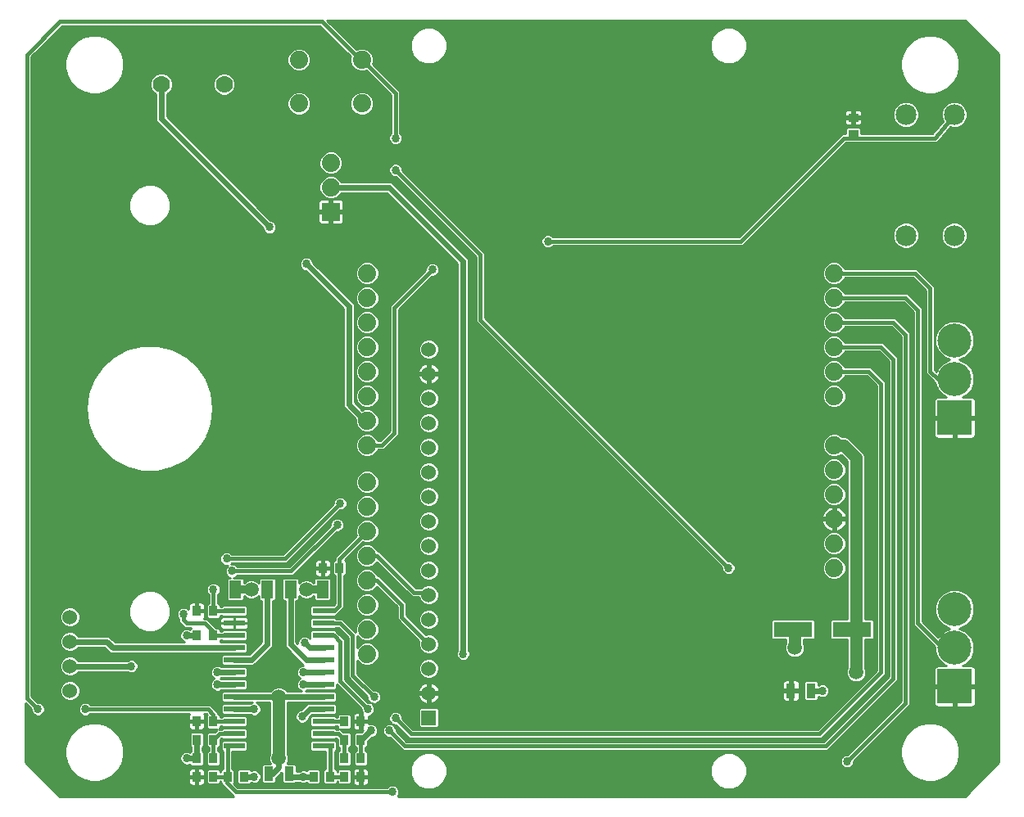
<source format=gtl>
G75*
%MOIN*%
%OFA0B0*%
%FSLAX24Y24*%
%IPPOS*%
%LPD*%
%AMOC8*
5,1,8,0,0,1.08239X$1,22.5*
%
%ADD10R,0.0600X0.0600*%
%ADD11C,0.0600*%
%ADD12C,0.0700*%
%ADD13C,0.1384*%
%ADD14R,0.1384X0.1384*%
%ADD15C,0.0850*%
%ADD16C,0.0740*%
%ADD17R,0.0866X0.0236*%
%ADD18R,0.0480X0.0740*%
%ADD19R,0.0350X0.0420*%
%ADD20R,0.0380X0.0600*%
%ADD21R,0.1575X0.0630*%
%ADD22R,0.0740X0.0740*%
%ADD23R,0.0420X0.0350*%
%ADD24C,0.0340*%
%ADD25C,0.0591*%
%ADD26C,0.0240*%
%ADD27C,0.0320*%
%ADD28C,0.0160*%
%ADD29C,0.0500*%
%ADD30C,0.0100*%
%ADD31C,0.0120*%
D10*
X018658Y011352D03*
D11*
X018658Y012352D03*
X018658Y013352D03*
X018658Y014352D03*
X018658Y015352D03*
X018658Y016352D03*
X018658Y017352D03*
X018658Y018352D03*
X018658Y019352D03*
X018658Y020352D03*
X018658Y021352D03*
X018658Y022352D03*
X018658Y023352D03*
X018658Y024352D03*
X018658Y025352D03*
X018658Y026352D03*
X004060Y015450D03*
X004060Y014450D03*
X004060Y013450D03*
X004060Y012450D03*
D12*
X007781Y037150D03*
X010340Y037150D03*
D13*
X040060Y026714D03*
X040060Y025139D03*
X040060Y015775D03*
X040060Y014200D03*
D14*
X040060Y012625D03*
X040060Y023564D03*
D15*
X040044Y030989D03*
X038076Y030989D03*
X038076Y035911D03*
X040044Y035911D03*
D16*
X035160Y029450D03*
X035160Y028450D03*
X035160Y027450D03*
X035160Y026450D03*
X035160Y025450D03*
X035160Y024450D03*
X035160Y022450D03*
X035160Y021450D03*
X035160Y020450D03*
X035160Y019450D03*
X035160Y018450D03*
X035160Y017450D03*
X016160Y016950D03*
X016160Y017950D03*
X016160Y018950D03*
X016160Y019950D03*
X016160Y020950D03*
X016160Y022450D03*
X016160Y023450D03*
X016160Y024450D03*
X016160Y025450D03*
X016160Y026450D03*
X016160Y027450D03*
X016160Y028450D03*
X016160Y029450D03*
X014680Y032950D03*
X014680Y033950D03*
X015940Y036360D03*
X015940Y038140D03*
X013380Y038140D03*
X013380Y036360D03*
X016160Y015950D03*
X016160Y014950D03*
X016160Y013950D03*
D17*
X014371Y013700D03*
X014371Y014200D03*
X014371Y014700D03*
X014371Y015200D03*
X014371Y015700D03*
X014371Y013200D03*
X014371Y012700D03*
X014371Y012200D03*
X014371Y011700D03*
X014371Y011200D03*
X014371Y010700D03*
X014371Y010200D03*
X010749Y010200D03*
X010749Y010700D03*
X010749Y011200D03*
X010749Y011700D03*
X010749Y012200D03*
X010749Y012700D03*
X010749Y013200D03*
X010749Y013700D03*
X010749Y014200D03*
X010749Y014700D03*
X010749Y015200D03*
X010749Y015700D03*
D18*
X010785Y016575D03*
X012085Y016575D03*
X013035Y016575D03*
X014335Y016575D03*
D19*
X014345Y017450D03*
X015025Y017450D03*
X009900Y015700D03*
X009220Y015700D03*
X009220Y014700D03*
X009900Y014700D03*
X009900Y011200D03*
X009220Y011200D03*
X009220Y010450D03*
X009220Y009700D03*
X009900Y009700D03*
X009900Y010450D03*
X009900Y008950D03*
X010470Y008950D03*
X011150Y008950D03*
X009220Y008950D03*
X013970Y008950D03*
X014650Y008950D03*
X015220Y008950D03*
X015900Y008950D03*
X015900Y009700D03*
X015900Y010450D03*
X015220Y010450D03*
X015220Y009700D03*
X015220Y011200D03*
X015900Y011200D03*
D20*
X012970Y009075D03*
X012150Y009075D03*
X033400Y012450D03*
X034220Y012450D03*
D21*
X033484Y014950D03*
X035886Y014950D03*
D22*
X014680Y031950D03*
D23*
X035935Y035110D03*
X035935Y035790D03*
D24*
X023510Y030750D03*
X018810Y029600D03*
X017310Y033650D03*
X017310Y034950D03*
X012185Y031325D03*
X013685Y029825D03*
X015060Y020075D03*
X014935Y019200D03*
X010650Y017325D03*
X010435Y017825D03*
X009900Y016575D03*
X008685Y015575D03*
X008810Y014700D03*
X010060Y013200D03*
X010060Y012700D03*
X011560Y011700D03*
X013510Y011400D03*
X013560Y012700D03*
X013560Y013200D03*
X013610Y014400D03*
X016435Y012200D03*
X016185Y011700D03*
X017310Y011325D03*
X017060Y010825D03*
X016310Y010825D03*
X017185Y008325D03*
X013560Y008950D03*
X011560Y008950D03*
X008810Y009700D03*
X006560Y013450D03*
X004685Y011700D03*
X002761Y011700D03*
X020060Y013950D03*
X030860Y017450D03*
X034685Y012450D03*
X035685Y009575D03*
D25*
X036060Y013200D03*
X033560Y014200D03*
X013685Y016575D03*
X011435Y016575D03*
X012560Y012200D03*
X012560Y009700D03*
D26*
X012560Y009325D01*
X012310Y009075D01*
X012150Y009075D01*
X011560Y008950D02*
X011150Y008950D01*
X012970Y009075D02*
X013095Y008950D01*
X013560Y008950D01*
X013970Y008950D01*
X015900Y010450D02*
X016310Y010825D01*
X014371Y011700D02*
X013810Y011700D01*
X013510Y011400D01*
X014371Y012200D02*
X012560Y012200D01*
X010749Y012200D01*
X010749Y011700D02*
X011560Y011700D01*
X011310Y011700D02*
X010749Y011700D01*
X010749Y012700D02*
X010060Y012700D01*
X010060Y013200D02*
X010749Y013200D01*
X010749Y013700D02*
X011434Y013700D01*
X012085Y014351D01*
X012085Y016575D01*
X013035Y016575D02*
X013035Y014334D01*
X013669Y013700D01*
X014371Y013700D01*
X014371Y014200D02*
X013810Y014200D01*
X013610Y014400D01*
X014371Y014200D02*
X014410Y014200D01*
X014371Y013200D02*
X013560Y013200D01*
X013560Y012700D02*
X014371Y012700D01*
X010749Y014200D02*
X005810Y014200D01*
X005560Y014450D01*
X004060Y014450D01*
X004060Y013450D02*
X006560Y013450D01*
X008810Y014700D02*
X009220Y014700D01*
X009220Y010450D02*
X009220Y009700D01*
X008810Y009700D01*
X020060Y013950D02*
X020060Y029950D01*
X017060Y032950D01*
X014680Y032950D01*
X012185Y031325D02*
X007781Y035730D01*
X007781Y037150D01*
X013685Y029825D02*
X015410Y028100D01*
X015410Y024100D01*
X016060Y023450D01*
X016160Y023450D01*
X034220Y012450D02*
X034685Y012450D01*
D27*
X014335Y016575D02*
X013685Y016575D01*
X011435Y016575D02*
X010785Y016575D01*
D28*
X010650Y017325D02*
X013060Y017325D01*
X014935Y019200D01*
X015060Y020075D02*
X012810Y017825D01*
X010435Y017825D01*
X009900Y016575D02*
X009900Y015700D01*
X010310Y015700D01*
X009560Y015200D02*
X009900Y014860D01*
X009900Y014700D01*
X010749Y014700D01*
X010749Y014239D02*
X010749Y014200D01*
X009560Y015200D02*
X008810Y015200D01*
X008685Y015325D01*
X008685Y015575D01*
X011960Y016500D02*
X012085Y016575D01*
X014371Y015700D02*
X014810Y015700D01*
X015025Y015915D01*
X015025Y017450D01*
X015025Y017815D01*
X016160Y018950D01*
X016160Y017950D02*
X016560Y017950D01*
X018060Y016450D01*
X018559Y016450D01*
X018658Y016352D01*
X017560Y015950D02*
X017560Y015449D01*
X018658Y014352D01*
X017560Y015950D02*
X016560Y016950D01*
X016160Y016950D01*
X015060Y015200D02*
X014371Y015200D01*
X014371Y014700D02*
X014810Y014700D01*
X015060Y014450D01*
X015060Y012825D01*
X016185Y011700D01*
X016435Y012200D02*
X015560Y013075D01*
X015560Y014700D01*
X015060Y015200D01*
X014371Y014200D02*
X014371Y014161D01*
X017310Y011325D02*
X017935Y010700D01*
X034560Y010700D01*
X037060Y013200D01*
X037060Y024950D01*
X036560Y025450D01*
X035160Y025450D01*
X035160Y026450D02*
X037060Y026450D01*
X037560Y025950D01*
X037560Y012950D01*
X034810Y010200D01*
X017685Y010200D01*
X017060Y010825D01*
X015900Y010450D02*
X015900Y009700D01*
X015220Y009700D02*
X015220Y010450D01*
X014970Y010700D01*
X014371Y010700D01*
X014371Y010200D02*
X014685Y010200D01*
X014650Y010165D01*
X014650Y008950D01*
X015220Y008950D01*
X017185Y008325D02*
X010810Y008325D01*
X010435Y008700D01*
X010435Y008915D01*
X010470Y008950D01*
X010470Y010165D01*
X010435Y010200D01*
X010749Y010200D01*
X010749Y010700D02*
X010150Y010700D01*
X009900Y010450D01*
X009900Y009700D01*
X009816Y008956D02*
X009900Y008950D01*
X010470Y008950D01*
X010749Y011200D02*
X009900Y011200D01*
X009900Y011485D01*
X009685Y011700D01*
X004685Y011700D01*
X002761Y011700D02*
X002310Y012151D01*
X002310Y038348D01*
X003662Y039700D01*
X014310Y039700D01*
X015870Y038140D01*
X015940Y038140D01*
X017310Y036770D01*
X017310Y034950D01*
X017310Y033650D02*
X020760Y030200D01*
X020760Y027550D01*
X030860Y017450D01*
X034800Y019450D02*
X035160Y019450D01*
X038560Y015200D02*
X039560Y014200D01*
X040060Y014200D01*
X038560Y015200D02*
X038560Y027950D01*
X038060Y028450D01*
X035160Y028450D01*
X035160Y027450D02*
X037560Y027450D01*
X038060Y026950D01*
X038060Y011950D01*
X035685Y009575D01*
X039371Y025139D02*
X040060Y025139D01*
X039371Y025139D02*
X039060Y025450D01*
X039060Y028825D01*
X038435Y029450D01*
X035160Y029450D01*
X031360Y030750D02*
X023510Y030750D01*
X018810Y029600D02*
X017260Y028050D01*
X017260Y022950D01*
X016760Y022450D01*
X016160Y022450D01*
X015220Y011200D02*
X014371Y011200D01*
X031360Y030750D02*
X035560Y034950D01*
X035810Y034950D01*
X035935Y035075D01*
X035935Y035110D01*
X035810Y034950D02*
X039255Y034950D01*
X040044Y035911D01*
D29*
X035560Y022450D02*
X035160Y022450D01*
X035560Y022450D02*
X036060Y021950D01*
X036060Y014950D01*
X035886Y014950D01*
X036060Y014950D02*
X036060Y013200D01*
X033560Y014200D02*
X033560Y014874D01*
X033484Y014950D01*
X012560Y012200D02*
X012560Y009700D01*
D30*
X003643Y008150D02*
X002260Y009533D01*
X002260Y011932D01*
X002481Y011711D01*
X002481Y011644D01*
X002523Y011541D01*
X002602Y011463D01*
X002705Y011420D01*
X002816Y011420D01*
X002919Y011463D01*
X002998Y011541D01*
X003041Y011644D01*
X003041Y011756D01*
X002998Y011859D01*
X002919Y011937D01*
X002816Y011980D01*
X002749Y011980D01*
X002500Y012229D01*
X002500Y038269D01*
X003741Y039510D01*
X014231Y039510D01*
X015473Y038268D01*
X015460Y038235D01*
X015460Y038045D01*
X015533Y037868D01*
X015668Y037733D01*
X015845Y037660D01*
X016036Y037660D01*
X016117Y037694D01*
X017120Y036691D01*
X017120Y035156D01*
X017073Y035109D01*
X017030Y035006D01*
X017030Y034894D01*
X017073Y034791D01*
X017151Y034713D01*
X017254Y034670D01*
X017366Y034670D01*
X017469Y034713D01*
X017547Y034791D01*
X017590Y034894D01*
X017590Y035006D01*
X017547Y035109D01*
X017500Y035156D01*
X017500Y036849D01*
X017389Y036960D01*
X016386Y037963D01*
X016420Y038045D01*
X016420Y038235D01*
X016347Y038412D01*
X016212Y038547D01*
X016036Y038620D01*
X015845Y038620D01*
X015713Y038566D01*
X014529Y039750D01*
X040477Y039750D01*
X041860Y038367D01*
X041860Y009533D01*
X041860Y009533D01*
X041860Y009533D01*
X040477Y008150D01*
X017406Y008150D01*
X017422Y008166D01*
X017465Y008269D01*
X017465Y008381D01*
X017422Y008484D01*
X017344Y008562D01*
X017241Y008605D01*
X017129Y008605D01*
X017026Y008562D01*
X016979Y008515D01*
X010889Y008515D01*
X010732Y008672D01*
X010755Y008694D01*
X010755Y009206D01*
X010691Y009270D01*
X010660Y009270D01*
X010660Y009972D01*
X011228Y009972D01*
X011292Y010036D01*
X011292Y010364D01*
X011228Y010428D01*
X010270Y010428D01*
X010206Y010364D01*
X010206Y010036D01*
X010270Y009972D01*
X010280Y009972D01*
X010280Y009270D01*
X010249Y009270D01*
X010185Y009206D01*
X010121Y009270D01*
X009679Y009270D01*
X009615Y009206D01*
X009615Y008694D01*
X009679Y008630D01*
X010121Y008630D01*
X010185Y008694D01*
X010245Y008634D01*
X010245Y008621D01*
X010356Y008510D01*
X010620Y008246D01*
X010716Y008150D01*
X003643Y008150D01*
X003547Y008246D02*
X010621Y008246D01*
X010620Y008246D02*
X010620Y008246D01*
X010522Y008344D02*
X003449Y008344D01*
X003350Y008443D02*
X010424Y008443D01*
X010325Y008541D02*
X003252Y008541D01*
X003153Y008640D02*
X008933Y008640D01*
X008925Y008648D02*
X008953Y008620D01*
X008987Y008600D01*
X009025Y008590D01*
X009183Y008590D01*
X009183Y008912D01*
X009258Y008912D01*
X009258Y008988D01*
X009183Y008988D01*
X009183Y009310D01*
X009025Y009310D01*
X008987Y009300D01*
X008953Y009280D01*
X008925Y009252D01*
X008905Y009218D01*
X008895Y009180D01*
X008895Y008988D01*
X009183Y008988D01*
X009183Y008912D01*
X008895Y008912D01*
X008895Y008720D01*
X008905Y008682D01*
X008925Y008648D01*
X008895Y008738D02*
X003055Y008738D01*
X002956Y008837D02*
X004589Y008837D01*
X004597Y008832D02*
X004902Y008750D01*
X005218Y008750D01*
X005523Y008832D01*
X005797Y008990D01*
X006020Y009213D01*
X006178Y009487D01*
X006260Y009792D01*
X006260Y010108D01*
X006178Y010413D01*
X006020Y010687D01*
X005797Y010910D01*
X005523Y011068D01*
X005218Y011150D01*
X004902Y011150D01*
X004597Y011068D01*
X004323Y010910D01*
X004100Y010687D01*
X003942Y010413D01*
X003860Y010108D01*
X003860Y009792D01*
X003942Y009487D01*
X004100Y009213D01*
X004323Y008990D01*
X004597Y008832D01*
X004418Y008935D02*
X002858Y008935D01*
X002759Y009034D02*
X004279Y009034D01*
X004181Y009132D02*
X002661Y009132D01*
X002562Y009231D02*
X004090Y009231D01*
X004033Y009329D02*
X002464Y009329D01*
X002365Y009428D02*
X003976Y009428D01*
X003931Y009526D02*
X002267Y009526D01*
X002260Y009625D02*
X003905Y009625D01*
X003879Y009723D02*
X002260Y009723D01*
X002260Y009822D02*
X003860Y009822D01*
X003860Y009920D02*
X002260Y009920D01*
X002260Y010019D02*
X003860Y010019D01*
X003862Y010117D02*
X002260Y010117D01*
X002260Y010216D02*
X003889Y010216D01*
X003915Y010314D02*
X002260Y010314D01*
X002260Y010413D02*
X003942Y010413D01*
X003998Y010511D02*
X002260Y010511D01*
X002260Y010610D02*
X004055Y010610D01*
X004121Y010708D02*
X002260Y010708D01*
X002260Y010807D02*
X004219Y010807D01*
X004318Y010905D02*
X002260Y010905D01*
X002260Y011004D02*
X004485Y011004D01*
X004723Y011102D02*
X002260Y011102D01*
X002260Y011201D02*
X009183Y011201D01*
X009183Y011238D02*
X009183Y011162D01*
X009258Y011162D01*
X009258Y011238D01*
X009545Y011238D01*
X009545Y011430D01*
X009535Y011468D01*
X009515Y011502D01*
X009507Y011510D01*
X009606Y011510D01*
X009638Y011478D01*
X009615Y011456D01*
X009615Y010944D01*
X009679Y010880D01*
X010061Y010880D01*
X009951Y010770D01*
X009679Y010770D01*
X009615Y010706D01*
X009615Y010194D01*
X009679Y010130D01*
X009710Y010130D01*
X009710Y010020D01*
X009679Y010020D01*
X009615Y009956D01*
X009615Y009444D01*
X009679Y009380D01*
X010121Y009380D01*
X010185Y009444D01*
X010185Y009956D01*
X010121Y010020D01*
X010090Y010020D01*
X010090Y010130D01*
X010121Y010130D01*
X010185Y010194D01*
X010185Y010466D01*
X010229Y010510D01*
X010232Y010510D01*
X010270Y010472D01*
X011228Y010472D01*
X011292Y010536D01*
X011292Y010864D01*
X011228Y010928D01*
X010270Y010928D01*
X010232Y010890D01*
X010131Y010890D01*
X010185Y010944D01*
X010185Y011010D01*
X010232Y011010D01*
X010270Y010972D01*
X011228Y010972D01*
X011292Y011036D01*
X011292Y011364D01*
X011228Y011428D01*
X010270Y011428D01*
X010232Y011390D01*
X010185Y011390D01*
X010185Y011456D01*
X010121Y011520D01*
X010090Y011520D01*
X010090Y011564D01*
X009875Y011779D01*
X009764Y011890D01*
X004891Y011890D01*
X010232Y011890D01*
X010206Y011864D02*
X010206Y011536D01*
X010270Y011472D01*
X010652Y011472D01*
X010654Y011470D01*
X011394Y011470D01*
X011401Y011463D01*
X011504Y011420D01*
X011616Y011420D01*
X011719Y011463D01*
X011797Y011541D01*
X011840Y011644D01*
X011840Y011756D01*
X011797Y011859D01*
X011719Y011937D01*
X011640Y011970D01*
X012200Y011970D01*
X012200Y009890D01*
X012155Y009781D01*
X012155Y009619D01*
X012210Y009485D01*
X011914Y009485D01*
X011850Y009421D01*
X011850Y008729D01*
X011914Y008665D01*
X012386Y008665D01*
X012450Y008729D01*
X012450Y008890D01*
X012655Y009095D01*
X012670Y009110D01*
X012670Y008729D01*
X012734Y008665D01*
X013206Y008665D01*
X013261Y008720D01*
X013394Y008720D01*
X013401Y008713D01*
X013504Y008670D01*
X013616Y008670D01*
X013685Y008699D01*
X013685Y008694D01*
X013749Y008630D01*
X014191Y008630D01*
X014255Y008694D01*
X014255Y009206D01*
X014191Y009270D01*
X013749Y009270D01*
X013685Y009206D01*
X013685Y009201D01*
X013616Y009230D01*
X013504Y009230D01*
X013401Y009187D01*
X013394Y009180D01*
X013270Y009180D01*
X013270Y009421D01*
X013206Y009485D01*
X012910Y009485D01*
X012965Y009619D01*
X012965Y009781D01*
X012920Y009890D01*
X012920Y011970D01*
X014466Y011970D01*
X014468Y011972D01*
X014850Y011972D01*
X014914Y012036D01*
X014914Y012364D01*
X014850Y012428D01*
X014468Y012428D01*
X014466Y012430D01*
X013640Y012430D01*
X013719Y012463D01*
X013726Y012470D01*
X014466Y012470D01*
X014468Y012472D01*
X014850Y012472D01*
X014914Y012536D01*
X014914Y012702D01*
X015905Y011711D01*
X015905Y011644D01*
X015940Y011560D01*
X015938Y011560D01*
X015938Y011238D01*
X016225Y011238D01*
X016225Y011420D01*
X016241Y011420D01*
X016344Y011463D01*
X016422Y011541D01*
X016465Y011644D01*
X016465Y011756D01*
X016422Y011859D01*
X016348Y011933D01*
X016379Y011920D01*
X016491Y011920D01*
X016594Y011963D01*
X016672Y012041D01*
X016715Y012144D01*
X016715Y012256D01*
X016672Y012359D01*
X016594Y012437D01*
X016491Y012480D01*
X016424Y012480D01*
X015750Y013154D01*
X015750Y013686D01*
X015753Y013678D01*
X015888Y013543D01*
X016065Y013470D01*
X016256Y013470D01*
X016432Y013543D01*
X016567Y013678D01*
X016640Y013855D01*
X016640Y014045D01*
X016567Y014222D01*
X016432Y014357D01*
X016256Y014430D01*
X016065Y014430D01*
X015888Y014357D01*
X015753Y014222D01*
X015750Y014214D01*
X015750Y014686D01*
X015753Y014678D01*
X015888Y014543D01*
X016065Y014470D01*
X016256Y014470D01*
X016432Y014543D01*
X016567Y014678D01*
X016640Y014855D01*
X016640Y015045D01*
X016567Y015222D01*
X016432Y015357D01*
X016256Y015430D01*
X016065Y015430D01*
X015888Y015357D01*
X015753Y015222D01*
X015680Y015045D01*
X015680Y014855D01*
X015684Y014845D01*
X015684Y014845D01*
X015639Y014890D01*
X015139Y015390D01*
X014888Y015390D01*
X014850Y015428D01*
X013892Y015428D01*
X013828Y015364D01*
X013828Y015036D01*
X013892Y014972D01*
X014850Y014972D01*
X014888Y015010D01*
X014981Y015010D01*
X015370Y014621D01*
X015370Y012996D01*
X016155Y012211D01*
X016155Y012144D01*
X016198Y012041D01*
X016272Y011967D01*
X016241Y011980D01*
X016174Y011980D01*
X015250Y012904D01*
X015250Y014529D01*
X015000Y014779D01*
X014889Y014890D01*
X014888Y014890D01*
X014850Y014928D01*
X013892Y014928D01*
X013828Y014864D01*
X013828Y014578D01*
X013769Y014637D01*
X013666Y014680D01*
X013554Y014680D01*
X013451Y014637D01*
X013373Y014559D01*
X013330Y014456D01*
X013330Y014364D01*
X013265Y014429D01*
X013265Y016095D01*
X013321Y016095D01*
X013385Y016159D01*
X013385Y016302D01*
X013455Y016231D01*
X013604Y016170D01*
X013766Y016170D01*
X013915Y016231D01*
X013985Y016302D01*
X013985Y016159D01*
X014049Y016095D01*
X014621Y016095D01*
X014685Y016159D01*
X014685Y016991D01*
X014621Y017055D01*
X014049Y017055D01*
X013985Y016991D01*
X013985Y016848D01*
X013915Y016919D01*
X013766Y016980D01*
X013604Y016980D01*
X013455Y016919D01*
X013385Y016848D01*
X013385Y016991D01*
X013321Y017055D01*
X012749Y017055D01*
X012685Y016991D01*
X012685Y016159D01*
X012749Y016095D01*
X012805Y016095D01*
X012805Y014239D01*
X012940Y014104D01*
X013564Y013480D01*
X013504Y013480D01*
X013401Y013437D01*
X013323Y013359D01*
X013280Y013256D01*
X013280Y013144D01*
X013323Y013041D01*
X013401Y012963D01*
X013432Y012950D01*
X013401Y012937D01*
X013323Y012859D01*
X013280Y012756D01*
X013280Y012644D01*
X013323Y012541D01*
X013401Y012463D01*
X013480Y012430D01*
X012903Y012430D01*
X012790Y012544D01*
X012641Y012605D01*
X012479Y012605D01*
X012330Y012544D01*
X012217Y012430D01*
X010654Y012430D01*
X010652Y012428D01*
X010270Y012428D01*
X010206Y012364D01*
X010206Y012036D01*
X010270Y011972D01*
X010652Y011972D01*
X010654Y011970D01*
X011480Y011970D01*
X011401Y011937D01*
X011394Y011930D01*
X010654Y011930D01*
X010652Y011928D01*
X010270Y011928D01*
X010206Y011864D01*
X010206Y011792D02*
X009862Y011792D01*
X009961Y011693D02*
X010206Y011693D01*
X010206Y011595D02*
X010059Y011595D01*
X010145Y011496D02*
X010246Y011496D01*
X010240Y011398D02*
X010185Y011398D01*
X010185Y011004D02*
X010239Y011004D01*
X010247Y010905D02*
X010146Y010905D01*
X009988Y010807D02*
X005901Y010807D01*
X005802Y010905D02*
X008921Y010905D01*
X008925Y010898D02*
X008953Y010870D01*
X008987Y010850D01*
X009025Y010840D01*
X009183Y010840D01*
X009183Y011162D01*
X008895Y011162D01*
X008895Y010970D01*
X008905Y010932D01*
X008925Y010898D01*
X008895Y011004D02*
X005635Y011004D01*
X005397Y011102D02*
X008895Y011102D01*
X008895Y011238D02*
X009183Y011238D01*
X009258Y011201D02*
X009615Y011201D01*
X009545Y011162D02*
X009258Y011162D01*
X009258Y010840D01*
X009415Y010840D01*
X009453Y010850D01*
X009487Y010870D01*
X009515Y010898D01*
X009535Y010932D01*
X009545Y010970D01*
X009545Y011162D01*
X009545Y011102D02*
X009615Y011102D01*
X009615Y011004D02*
X009545Y011004D01*
X009519Y010905D02*
X009654Y010905D01*
X009617Y010708D02*
X009503Y010708D01*
X009505Y010706D02*
X009441Y010770D01*
X008999Y010770D01*
X008935Y010706D01*
X008935Y010194D01*
X008990Y010139D01*
X008990Y010011D01*
X008935Y009956D01*
X008935Y009951D01*
X008866Y009980D01*
X008754Y009980D01*
X008651Y009937D01*
X008573Y009859D01*
X008530Y009756D01*
X008530Y009644D01*
X008573Y009541D01*
X008651Y009463D01*
X008754Y009420D01*
X008866Y009420D01*
X008935Y009449D01*
X008935Y009444D01*
X008999Y009380D01*
X009441Y009380D01*
X009505Y009444D01*
X009505Y009956D01*
X009450Y010011D01*
X009450Y010139D01*
X009505Y010194D01*
X009505Y010706D01*
X009505Y010610D02*
X009615Y010610D01*
X009615Y010511D02*
X009505Y010511D01*
X009505Y010413D02*
X009615Y010413D01*
X009615Y010314D02*
X009505Y010314D01*
X009505Y010216D02*
X009615Y010216D01*
X009710Y010117D02*
X009450Y010117D01*
X009450Y010019D02*
X009678Y010019D01*
X009615Y009920D02*
X009505Y009920D01*
X009505Y009822D02*
X009615Y009822D01*
X009615Y009723D02*
X009505Y009723D01*
X009505Y009625D02*
X009615Y009625D01*
X009615Y009526D02*
X009505Y009526D01*
X009488Y009428D02*
X009632Y009428D01*
X009640Y009231D02*
X009528Y009231D01*
X009535Y009218D02*
X009515Y009252D01*
X009487Y009280D01*
X009453Y009300D01*
X009415Y009310D01*
X009258Y009310D01*
X009258Y008988D01*
X009545Y008988D01*
X009545Y009180D01*
X009535Y009218D01*
X009545Y009132D02*
X009615Y009132D01*
X009615Y009034D02*
X009545Y009034D01*
X009615Y008935D02*
X009258Y008935D01*
X009258Y008912D02*
X009545Y008912D01*
X009545Y008720D01*
X009535Y008682D01*
X009515Y008648D01*
X009487Y008620D01*
X009453Y008600D01*
X009415Y008590D01*
X009258Y008590D01*
X009258Y008912D01*
X009258Y008837D02*
X009183Y008837D01*
X009183Y008935D02*
X005702Y008935D01*
X005841Y009034D02*
X008895Y009034D01*
X008895Y009132D02*
X005939Y009132D01*
X006030Y009231D02*
X008913Y009231D01*
X008884Y009428D02*
X008952Y009428D01*
X008736Y009428D02*
X006144Y009428D01*
X006189Y009526D02*
X008588Y009526D01*
X008538Y009625D02*
X006215Y009625D01*
X006242Y009723D02*
X008530Y009723D01*
X008557Y009822D02*
X006260Y009822D01*
X006260Y009920D02*
X008634Y009920D01*
X008990Y010019D02*
X006260Y010019D01*
X006258Y010117D02*
X008990Y010117D01*
X008935Y010216D02*
X006231Y010216D01*
X006205Y010314D02*
X008935Y010314D01*
X008935Y010413D02*
X006178Y010413D01*
X006122Y010511D02*
X008935Y010511D01*
X008935Y010610D02*
X006065Y010610D01*
X005999Y010708D02*
X008937Y010708D01*
X009183Y010905D02*
X009258Y010905D01*
X009258Y011004D02*
X009183Y011004D01*
X009183Y011102D02*
X009258Y011102D01*
X009545Y011299D02*
X009615Y011299D01*
X009615Y011398D02*
X009545Y011398D01*
X009519Y011496D02*
X009620Y011496D01*
X008933Y011510D02*
X008925Y011502D01*
X008905Y011468D01*
X008895Y011430D01*
X008895Y011238D01*
X008895Y011299D02*
X002260Y011299D01*
X002260Y011398D02*
X008895Y011398D01*
X008921Y011496D02*
X004877Y011496D01*
X004891Y011510D02*
X008933Y011510D01*
X009901Y012463D02*
X010004Y012420D01*
X010116Y012420D01*
X010219Y012463D01*
X010226Y012470D01*
X010844Y012470D01*
X010846Y012472D01*
X011228Y012472D01*
X011292Y012536D01*
X011292Y012864D01*
X011228Y012928D01*
X010846Y012928D01*
X010844Y012930D01*
X010226Y012930D01*
X010219Y012937D01*
X010188Y012950D01*
X010219Y012963D01*
X010226Y012970D01*
X010844Y012970D01*
X010846Y012972D01*
X011228Y012972D01*
X011292Y013036D01*
X011292Y013364D01*
X011228Y013428D01*
X010846Y013428D01*
X010844Y013430D01*
X010226Y013430D01*
X010219Y013437D01*
X010116Y013480D01*
X010004Y013480D01*
X009901Y013437D01*
X009823Y013359D01*
X009780Y013256D01*
X009780Y013144D01*
X009823Y013041D01*
X009901Y012963D01*
X009932Y012950D01*
X009901Y012937D01*
X009823Y012859D01*
X009780Y012756D01*
X009780Y012644D01*
X009823Y012541D01*
X009901Y012463D01*
X009883Y012481D02*
X004470Y012481D01*
X004470Y012532D02*
X004408Y012682D01*
X004292Y012798D01*
X004142Y012860D01*
X003978Y012860D01*
X003828Y012798D01*
X003712Y012682D01*
X003650Y012532D01*
X003650Y012368D01*
X003712Y012218D01*
X003828Y012102D01*
X003978Y012040D01*
X004142Y012040D01*
X004292Y012102D01*
X004408Y012218D01*
X004470Y012368D01*
X004470Y012532D01*
X004450Y012580D02*
X009807Y012580D01*
X009780Y012678D02*
X004409Y012678D01*
X004313Y012777D02*
X009789Y012777D01*
X009839Y012875D02*
X002500Y012875D01*
X002500Y012777D02*
X003807Y012777D01*
X003711Y012678D02*
X002500Y012678D01*
X002500Y012580D02*
X003670Y012580D01*
X003650Y012481D02*
X002500Y012481D01*
X002500Y012383D02*
X003650Y012383D01*
X003685Y012284D02*
X002500Y012284D01*
X002544Y012186D02*
X003745Y012186D01*
X003865Y012087D02*
X002642Y012087D01*
X002741Y011989D02*
X010254Y011989D01*
X010206Y012087D02*
X004255Y012087D01*
X004375Y012186D02*
X010206Y012186D01*
X010206Y012284D02*
X004435Y012284D01*
X004470Y012383D02*
X010225Y012383D01*
X009891Y012974D02*
X002500Y012974D01*
X002500Y013072D02*
X003901Y013072D01*
X003828Y013102D02*
X003978Y013040D01*
X004142Y013040D01*
X004292Y013102D01*
X004408Y013218D01*
X004409Y013220D01*
X006394Y013220D01*
X006401Y013213D01*
X006504Y013170D01*
X006616Y013170D01*
X006719Y013213D01*
X006797Y013291D01*
X006840Y013394D01*
X006840Y013506D01*
X006797Y013609D01*
X006719Y013687D01*
X006616Y013730D01*
X006504Y013730D01*
X006401Y013687D01*
X006394Y013680D01*
X004409Y013680D01*
X004408Y013682D01*
X004292Y013798D01*
X004142Y013860D01*
X003978Y013860D01*
X003828Y013798D01*
X003712Y013682D01*
X003650Y013532D01*
X003650Y013368D01*
X003712Y013218D01*
X003828Y013102D01*
X003760Y013171D02*
X002500Y013171D01*
X002500Y013269D02*
X003691Y013269D01*
X003650Y013368D02*
X002500Y013368D01*
X002500Y013466D02*
X003650Y013466D01*
X003664Y013565D02*
X002500Y013565D01*
X002500Y013663D02*
X003704Y013663D01*
X003792Y013762D02*
X002500Y013762D01*
X002500Y013860D02*
X010206Y013860D01*
X010206Y013864D02*
X010206Y013536D01*
X010270Y013472D01*
X010652Y013472D01*
X010654Y013470D01*
X011529Y013470D01*
X012180Y014121D01*
X012315Y014256D01*
X012315Y016095D01*
X012371Y016095D01*
X012435Y016159D01*
X012435Y016991D01*
X012371Y017055D01*
X011799Y017055D01*
X011735Y016991D01*
X011735Y016848D01*
X011665Y016919D01*
X011516Y016980D01*
X011354Y016980D01*
X011205Y016919D01*
X011135Y016848D01*
X011135Y016991D01*
X011071Y017055D01*
X010730Y017055D01*
X010809Y017088D01*
X010856Y017135D01*
X013139Y017135D01*
X013250Y017246D01*
X014924Y018920D01*
X014991Y018920D01*
X015094Y018963D01*
X015172Y019041D01*
X015215Y019144D01*
X015215Y019256D01*
X015172Y019359D01*
X015094Y019437D01*
X014991Y019480D01*
X014879Y019480D01*
X014776Y019437D01*
X014698Y019359D01*
X014655Y019256D01*
X014655Y019189D01*
X012981Y017515D01*
X010856Y017515D01*
X010809Y017562D01*
X010706Y017605D01*
X010611Y017605D01*
X010641Y017635D01*
X012889Y017635D01*
X013000Y017746D01*
X015049Y019795D01*
X015116Y019795D01*
X015219Y019838D01*
X015297Y019916D01*
X015340Y020019D01*
X015340Y020131D01*
X015297Y020234D01*
X015219Y020312D01*
X015116Y020355D01*
X015004Y020355D01*
X014901Y020312D01*
X014823Y020234D01*
X014780Y020131D01*
X014780Y020064D01*
X012731Y018015D01*
X010641Y018015D01*
X010594Y018062D01*
X010491Y018105D01*
X010379Y018105D01*
X010276Y018062D01*
X010198Y017984D01*
X010155Y017881D01*
X010155Y017769D01*
X010198Y017666D01*
X010276Y017588D01*
X010379Y017545D01*
X010474Y017545D01*
X010413Y017484D01*
X010370Y017381D01*
X010370Y017269D01*
X010413Y017166D01*
X010491Y017088D01*
X010570Y017055D01*
X010499Y017055D01*
X010435Y016991D01*
X010435Y016159D01*
X010499Y016095D01*
X011071Y016095D01*
X011135Y016159D01*
X011135Y016302D01*
X011205Y016231D01*
X011354Y016170D01*
X011516Y016170D01*
X011665Y016231D01*
X011735Y016302D01*
X011735Y016159D01*
X011799Y016095D01*
X011855Y016095D01*
X011855Y014447D01*
X011338Y013930D01*
X010654Y013930D01*
X010652Y013928D01*
X010270Y013928D01*
X010206Y013864D01*
X010206Y013762D02*
X004328Y013762D01*
X004183Y014057D02*
X005628Y014057D01*
X005715Y013970D02*
X010844Y013970D01*
X010846Y013972D01*
X011228Y013972D01*
X011292Y014036D01*
X011292Y014364D01*
X011228Y014428D01*
X010846Y014428D01*
X010844Y014430D01*
X010171Y014430D01*
X010185Y014444D01*
X010185Y014510D01*
X010232Y014510D01*
X010270Y014472D01*
X011228Y014472D01*
X011292Y014536D01*
X011292Y014864D01*
X011228Y014928D01*
X010270Y014928D01*
X010232Y014890D01*
X010185Y014890D01*
X010185Y014956D01*
X010121Y015020D01*
X010009Y015020D01*
X009979Y015050D01*
X009979Y015050D01*
X009639Y015390D01*
X009507Y015390D01*
X009515Y015398D01*
X009535Y015432D01*
X009545Y015470D01*
X009545Y015662D01*
X009258Y015662D01*
X009258Y015738D01*
X009183Y015738D01*
X009183Y016060D01*
X009025Y016060D01*
X008987Y016050D01*
X008953Y016030D01*
X008925Y016002D01*
X008905Y015968D01*
X008895Y015930D01*
X008895Y015761D01*
X008844Y015812D01*
X008741Y015855D01*
X008629Y015855D01*
X008526Y015812D01*
X008448Y015734D01*
X008405Y015631D01*
X008405Y015519D01*
X008448Y015416D01*
X008495Y015369D01*
X008495Y015246D01*
X008731Y015010D01*
X008989Y015010D01*
X008935Y014956D01*
X008935Y014951D01*
X008866Y014980D01*
X008754Y014980D01*
X008651Y014937D01*
X008573Y014859D01*
X008530Y014756D01*
X008530Y014644D01*
X008573Y014541D01*
X008651Y014463D01*
X008730Y014430D01*
X005905Y014430D01*
X005790Y014545D01*
X005655Y014680D01*
X004409Y014680D01*
X004408Y014682D01*
X004292Y014798D01*
X004142Y014860D01*
X003978Y014860D01*
X003828Y014798D01*
X003712Y014682D01*
X003650Y014532D01*
X003650Y014368D01*
X003712Y014218D01*
X003828Y014102D01*
X003978Y014040D01*
X004142Y014040D01*
X004292Y014102D01*
X004408Y014218D01*
X004409Y014220D01*
X005465Y014220D01*
X005715Y013970D01*
X005529Y014156D02*
X004345Y014156D01*
X003937Y014057D02*
X002500Y014057D01*
X002500Y013959D02*
X011367Y013959D01*
X011292Y014057D02*
X011465Y014057D01*
X011564Y014156D02*
X011292Y014156D01*
X011292Y014254D02*
X011662Y014254D01*
X011761Y014353D02*
X011292Y014353D01*
X011292Y014550D02*
X011855Y014550D01*
X011855Y014648D02*
X011292Y014648D01*
X011292Y014747D02*
X011855Y014747D01*
X011855Y014845D02*
X011292Y014845D01*
X011240Y014942D02*
X011274Y014962D01*
X011302Y014990D01*
X011322Y015024D01*
X011332Y015062D01*
X011332Y015191D01*
X010758Y015191D01*
X010758Y014932D01*
X011202Y014932D01*
X011240Y014942D01*
X011242Y014944D02*
X011855Y014944D01*
X011855Y015042D02*
X011327Y015042D01*
X011332Y015141D02*
X011855Y015141D01*
X011855Y015239D02*
X011332Y015239D01*
X011332Y015209D02*
X011332Y015338D01*
X011322Y015376D01*
X011302Y015410D01*
X011274Y015438D01*
X011240Y015458D01*
X011202Y015468D01*
X010758Y015468D01*
X010758Y015209D01*
X010740Y015209D01*
X010740Y015191D01*
X010166Y015191D01*
X010166Y015062D01*
X010176Y015024D01*
X010196Y014990D01*
X010224Y014962D01*
X010258Y014942D01*
X010296Y014932D01*
X010740Y014932D01*
X010740Y015191D01*
X010758Y015191D01*
X010758Y015209D01*
X011332Y015209D01*
X011332Y015338D02*
X011855Y015338D01*
X011855Y015436D02*
X011276Y015436D01*
X011228Y015472D02*
X011292Y015536D01*
X011292Y015864D01*
X011228Y015928D01*
X010270Y015928D01*
X010232Y015890D01*
X010185Y015890D01*
X010185Y015956D01*
X010121Y016020D01*
X010090Y016020D01*
X010090Y016369D01*
X010137Y016416D01*
X010180Y016519D01*
X010180Y016631D01*
X010137Y016734D01*
X010059Y016812D01*
X009956Y016855D01*
X009844Y016855D01*
X009741Y016812D01*
X009663Y016734D01*
X009620Y016631D01*
X009620Y016519D01*
X009663Y016416D01*
X009710Y016369D01*
X009710Y016020D01*
X009679Y016020D01*
X009615Y015956D01*
X009615Y015444D01*
X009679Y015380D01*
X010121Y015380D01*
X010185Y015444D01*
X010185Y015510D01*
X010232Y015510D01*
X010270Y015472D01*
X011228Y015472D01*
X011290Y015535D02*
X011855Y015535D01*
X011855Y015633D02*
X011292Y015633D01*
X011292Y015732D02*
X011855Y015732D01*
X011855Y015830D02*
X011292Y015830D01*
X011101Y016126D02*
X011769Y016126D01*
X011735Y016224D02*
X011647Y016224D01*
X011855Y016027D02*
X010090Y016027D01*
X010090Y016126D02*
X010469Y016126D01*
X010435Y016224D02*
X010090Y016224D01*
X010090Y016323D02*
X010435Y016323D01*
X010435Y016421D02*
X010139Y016421D01*
X010180Y016520D02*
X010435Y016520D01*
X010435Y016618D02*
X010180Y016618D01*
X010144Y016717D02*
X010435Y016717D01*
X010435Y016815D02*
X010052Y016815D01*
X009748Y016815D02*
X002500Y016815D01*
X002500Y016717D02*
X009656Y016717D01*
X009620Y016618D02*
X002500Y016618D01*
X002500Y016520D02*
X007111Y016520D01*
X007141Y016532D02*
X006829Y016403D01*
X006590Y016164D01*
X006460Y015851D01*
X006460Y015513D01*
X006590Y015201D01*
X006829Y014962D01*
X007141Y014833D01*
X007479Y014833D01*
X007791Y014962D01*
X008030Y015201D01*
X008160Y015513D01*
X008160Y015851D01*
X008030Y016164D01*
X007791Y016403D01*
X007479Y016532D01*
X007141Y016532D01*
X006873Y016421D02*
X002500Y016421D01*
X002500Y016323D02*
X006749Y016323D01*
X006650Y016224D02*
X002500Y016224D01*
X002500Y016126D02*
X006574Y016126D01*
X006533Y016027D02*
X002500Y016027D01*
X002500Y015929D02*
X006492Y015929D01*
X006460Y015830D02*
X004214Y015830D01*
X004142Y015860D02*
X003978Y015860D01*
X003828Y015798D01*
X003712Y015682D01*
X003650Y015532D01*
X003650Y015368D01*
X003712Y015218D01*
X003828Y015102D01*
X003978Y015040D01*
X004142Y015040D01*
X004292Y015102D01*
X004408Y015218D01*
X004470Y015368D01*
X004470Y015532D01*
X004408Y015682D01*
X004292Y015798D01*
X004142Y015860D01*
X003906Y015830D02*
X002500Y015830D01*
X002500Y015732D02*
X003762Y015732D01*
X003692Y015633D02*
X002500Y015633D01*
X002500Y015535D02*
X003651Y015535D01*
X003650Y015436D02*
X002500Y015436D01*
X002500Y015338D02*
X003663Y015338D01*
X003704Y015239D02*
X002500Y015239D01*
X002500Y015141D02*
X003790Y015141D01*
X003974Y015042D02*
X002500Y015042D01*
X002500Y014944D02*
X006873Y014944D01*
X006749Y015042D02*
X004146Y015042D01*
X004178Y014845D02*
X007111Y014845D01*
X007509Y014845D02*
X008567Y014845D01*
X008530Y014747D02*
X004343Y014747D01*
X004330Y015141D02*
X006650Y015141D01*
X006574Y015239D02*
X004416Y015239D01*
X004457Y015338D02*
X006533Y015338D01*
X006492Y015436D02*
X004470Y015436D01*
X004469Y015535D02*
X006460Y015535D01*
X006460Y015633D02*
X004428Y015633D01*
X004358Y015732D02*
X006460Y015732D01*
X007509Y016520D02*
X009620Y016520D01*
X009661Y016421D02*
X007747Y016421D01*
X007871Y016323D02*
X009710Y016323D01*
X009710Y016224D02*
X007970Y016224D01*
X008046Y016126D02*
X009710Y016126D01*
X009710Y016027D02*
X009490Y016027D01*
X009487Y016030D02*
X009453Y016050D01*
X009415Y016060D01*
X009258Y016060D01*
X009258Y015738D01*
X009545Y015738D01*
X009545Y015930D01*
X009535Y015968D01*
X009515Y016002D01*
X009487Y016030D01*
X009545Y015929D02*
X009615Y015929D01*
X009615Y015830D02*
X009545Y015830D01*
X009615Y015732D02*
X009258Y015732D01*
X009258Y015830D02*
X009183Y015830D01*
X009183Y015929D02*
X009258Y015929D01*
X009258Y016027D02*
X009183Y016027D01*
X008950Y016027D02*
X008087Y016027D01*
X008128Y015929D02*
X008895Y015929D01*
X008895Y015830D02*
X008801Y015830D01*
X008569Y015830D02*
X008160Y015830D01*
X008160Y015732D02*
X008447Y015732D01*
X008406Y015633D02*
X008160Y015633D01*
X008160Y015535D02*
X008405Y015535D01*
X008440Y015436D02*
X008128Y015436D01*
X008087Y015338D02*
X008495Y015338D01*
X008502Y015239D02*
X008046Y015239D01*
X007970Y015141D02*
X008601Y015141D01*
X008699Y015042D02*
X007871Y015042D01*
X007747Y014944D02*
X008666Y014944D01*
X008530Y014648D02*
X005687Y014648D01*
X005786Y014550D02*
X008569Y014550D01*
X008679Y014451D02*
X005884Y014451D01*
X006743Y013663D02*
X010206Y013663D01*
X010206Y013565D02*
X006816Y013565D01*
X006840Y013466D02*
X009971Y013466D01*
X009832Y013368D02*
X006829Y013368D01*
X006775Y013269D02*
X009786Y013269D01*
X009780Y013171D02*
X006617Y013171D01*
X006503Y013171D02*
X004360Y013171D01*
X004219Y013072D02*
X009810Y013072D01*
X010149Y013466D02*
X013471Y013466D01*
X013479Y013565D02*
X011623Y013565D01*
X011722Y013663D02*
X013381Y013663D01*
X013282Y013762D02*
X011820Y013762D01*
X011919Y013860D02*
X013184Y013860D01*
X013085Y013959D02*
X012017Y013959D01*
X012116Y014057D02*
X012987Y014057D01*
X012888Y014156D02*
X012214Y014156D01*
X012313Y014254D02*
X012805Y014254D01*
X012805Y014353D02*
X012315Y014353D01*
X012315Y014451D02*
X012805Y014451D01*
X012805Y014550D02*
X012315Y014550D01*
X012315Y014648D02*
X012805Y014648D01*
X012805Y014747D02*
X012315Y014747D01*
X012315Y014845D02*
X012805Y014845D01*
X012805Y014944D02*
X012315Y014944D01*
X012315Y015042D02*
X012805Y015042D01*
X012805Y015141D02*
X012315Y015141D01*
X012315Y015239D02*
X012805Y015239D01*
X012805Y015338D02*
X012315Y015338D01*
X012315Y015436D02*
X012805Y015436D01*
X012805Y015535D02*
X012315Y015535D01*
X012315Y015633D02*
X012805Y015633D01*
X012805Y015732D02*
X012315Y015732D01*
X012315Y015830D02*
X012805Y015830D01*
X012805Y015929D02*
X012315Y015929D01*
X012315Y016027D02*
X012805Y016027D01*
X012719Y016126D02*
X012401Y016126D01*
X012435Y016224D02*
X012685Y016224D01*
X012685Y016323D02*
X012435Y016323D01*
X012435Y016421D02*
X012685Y016421D01*
X012685Y016520D02*
X012435Y016520D01*
X012435Y016618D02*
X012685Y016618D01*
X012685Y016717D02*
X012435Y016717D01*
X012435Y016815D02*
X012685Y016815D01*
X012685Y016914D02*
X012435Y016914D01*
X012414Y017012D02*
X012706Y017012D01*
X013213Y017209D02*
X014023Y017209D01*
X014020Y017220D02*
X014030Y017182D01*
X014050Y017148D01*
X014078Y017120D01*
X014112Y017100D01*
X014150Y017090D01*
X014308Y017090D01*
X014308Y017412D01*
X014383Y017412D01*
X014383Y017488D01*
X014308Y017488D01*
X014308Y017810D01*
X014150Y017810D01*
X014112Y017800D01*
X014078Y017780D01*
X014050Y017752D01*
X014030Y017718D01*
X014020Y017680D01*
X014020Y017488D01*
X014308Y017488D01*
X014308Y017412D01*
X014020Y017412D01*
X014020Y017220D01*
X014020Y017308D02*
X013311Y017308D01*
X013410Y017406D02*
X014020Y017406D01*
X014020Y017505D02*
X013508Y017505D01*
X013607Y017603D02*
X014020Y017603D01*
X014026Y017702D02*
X013705Y017702D01*
X013804Y017800D02*
X014113Y017800D01*
X014308Y017800D02*
X014383Y017800D01*
X014383Y017810D02*
X014383Y017488D01*
X014670Y017488D01*
X014670Y017680D01*
X014660Y017718D01*
X014640Y017752D01*
X014612Y017780D01*
X014578Y017800D01*
X014540Y017810D01*
X014383Y017810D01*
X014383Y017702D02*
X014308Y017702D01*
X014308Y017603D02*
X014383Y017603D01*
X014383Y017505D02*
X014308Y017505D01*
X014308Y017406D02*
X014383Y017406D01*
X014383Y017412D02*
X014383Y017090D01*
X014540Y017090D01*
X014578Y017100D01*
X014612Y017120D01*
X014640Y017148D01*
X014660Y017182D01*
X014670Y017220D01*
X014670Y017412D01*
X014383Y017412D01*
X014383Y017308D02*
X014308Y017308D01*
X014308Y017209D02*
X014383Y017209D01*
X014383Y017111D02*
X014308Y017111D01*
X014094Y017111D02*
X010832Y017111D01*
X011114Y017012D02*
X011756Y017012D01*
X011735Y016914D02*
X011670Y016914D01*
X011200Y016914D02*
X011135Y016914D01*
X010711Y017603D02*
X013069Y017603D01*
X013168Y017702D02*
X012955Y017702D01*
X013054Y017800D02*
X013266Y017800D01*
X013365Y017899D02*
X013152Y017899D01*
X013251Y017997D02*
X013463Y017997D01*
X013562Y018096D02*
X013349Y018096D01*
X013448Y018194D02*
X013660Y018194D01*
X013759Y018293D02*
X013546Y018293D01*
X013645Y018391D02*
X013857Y018391D01*
X013956Y018490D02*
X013743Y018490D01*
X013842Y018588D02*
X014054Y018588D01*
X014153Y018687D02*
X013940Y018687D01*
X014039Y018785D02*
X014251Y018785D01*
X014350Y018884D02*
X014137Y018884D01*
X014236Y018982D02*
X014448Y018982D01*
X014547Y019081D02*
X014334Y019081D01*
X014433Y019179D02*
X014645Y019179D01*
X014664Y019278D02*
X014531Y019278D01*
X014630Y019376D02*
X014715Y019376D01*
X014728Y019475D02*
X014866Y019475D01*
X014827Y019573D02*
X015858Y019573D01*
X015888Y019543D02*
X016065Y019470D01*
X016256Y019470D01*
X016432Y019543D01*
X016567Y019678D01*
X016640Y019855D01*
X016640Y020045D01*
X016567Y020222D01*
X016432Y020357D01*
X016256Y020430D01*
X016065Y020430D01*
X015888Y020357D01*
X015753Y020222D01*
X015680Y020045D01*
X015680Y019855D01*
X015753Y019678D01*
X015888Y019543D01*
X015934Y019376D02*
X015155Y019376D01*
X015206Y019278D02*
X015809Y019278D01*
X015753Y019222D02*
X015680Y019045D01*
X015680Y018855D01*
X015714Y018773D01*
X014946Y018005D01*
X014835Y017894D01*
X014835Y017770D01*
X014804Y017770D01*
X014740Y017706D01*
X014740Y017194D01*
X014804Y017130D01*
X014835Y017130D01*
X014835Y015994D01*
X014769Y015928D01*
X013892Y015928D01*
X013828Y015864D01*
X013828Y015536D01*
X013892Y015472D01*
X014850Y015472D01*
X014888Y015510D01*
X014889Y015510D01*
X015000Y015621D01*
X015215Y015836D01*
X015215Y017130D01*
X015246Y017130D01*
X015310Y017194D01*
X015310Y017706D01*
X015247Y017768D01*
X015983Y018504D01*
X016065Y018470D01*
X016256Y018470D01*
X016432Y018543D01*
X016567Y018678D01*
X016640Y018855D01*
X016640Y019045D01*
X016567Y019222D01*
X016432Y019357D01*
X016256Y019430D01*
X016065Y019430D01*
X015888Y019357D01*
X015753Y019222D01*
X015735Y019179D02*
X015215Y019179D01*
X015189Y019081D02*
X015695Y019081D01*
X015680Y018982D02*
X015113Y018982D01*
X014887Y018884D02*
X015680Y018884D01*
X015709Y018785D02*
X014789Y018785D01*
X014690Y018687D02*
X015628Y018687D01*
X015529Y018588D02*
X014592Y018588D01*
X014493Y018490D02*
X015431Y018490D01*
X015332Y018391D02*
X014395Y018391D01*
X014296Y018293D02*
X015234Y018293D01*
X015135Y018194D02*
X014198Y018194D01*
X014099Y018096D02*
X015037Y018096D01*
X014938Y017997D02*
X014001Y017997D01*
X013902Y017899D02*
X014840Y017899D01*
X014835Y017800D02*
X014577Y017800D01*
X014664Y017702D02*
X014740Y017702D01*
X014740Y017603D02*
X014670Y017603D01*
X014670Y017505D02*
X014740Y017505D01*
X014740Y017406D02*
X014670Y017406D01*
X014670Y017308D02*
X014740Y017308D01*
X014740Y017209D02*
X014667Y017209D01*
X014596Y017111D02*
X014835Y017111D01*
X014835Y017012D02*
X014664Y017012D01*
X014685Y016914D02*
X014835Y016914D01*
X014835Y016815D02*
X014685Y016815D01*
X014685Y016717D02*
X014835Y016717D01*
X014835Y016618D02*
X014685Y016618D01*
X014685Y016520D02*
X014835Y016520D01*
X014835Y016421D02*
X014685Y016421D01*
X014685Y016323D02*
X014835Y016323D01*
X014835Y016224D02*
X014685Y016224D01*
X014651Y016126D02*
X014835Y016126D01*
X014835Y016027D02*
X013265Y016027D01*
X013265Y015929D02*
X014770Y015929D01*
X015012Y015633D02*
X015798Y015633D01*
X015753Y015678D02*
X015888Y015543D01*
X016065Y015470D01*
X016256Y015470D01*
X016432Y015543D01*
X016567Y015678D01*
X016640Y015855D01*
X016640Y016045D01*
X016567Y016222D01*
X016432Y016357D01*
X016256Y016430D01*
X016065Y016430D01*
X015888Y016357D01*
X015753Y016222D01*
X015680Y016045D01*
X015680Y015855D01*
X015753Y015678D01*
X015731Y015732D02*
X015110Y015732D01*
X015209Y015830D02*
X015690Y015830D01*
X015680Y015929D02*
X015215Y015929D01*
X015215Y016027D02*
X015680Y016027D01*
X015713Y016126D02*
X015215Y016126D01*
X015215Y016224D02*
X015755Y016224D01*
X015854Y016323D02*
X015215Y016323D01*
X015215Y016421D02*
X016043Y016421D01*
X016065Y016470D02*
X016256Y016470D01*
X016432Y016543D01*
X016565Y016676D01*
X017370Y015871D01*
X017370Y015371D01*
X018265Y014475D01*
X018248Y014433D01*
X018248Y014270D01*
X018310Y014119D01*
X018425Y014004D01*
X018576Y013942D01*
X018739Y013942D01*
X018890Y014004D01*
X019005Y014119D01*
X019068Y014270D01*
X019068Y014433D01*
X019005Y014584D01*
X018890Y014699D01*
X018739Y014762D01*
X018576Y014762D01*
X018534Y014744D01*
X017750Y015528D01*
X017750Y016029D01*
X017639Y016140D01*
X016750Y017029D01*
X016639Y017140D01*
X016601Y017140D01*
X016567Y017222D01*
X016432Y017357D01*
X016256Y017430D01*
X016065Y017430D01*
X015888Y017357D01*
X015753Y017222D01*
X015680Y017045D01*
X015680Y016855D01*
X015753Y016678D01*
X015888Y016543D01*
X016065Y016470D01*
X015945Y016520D02*
X015215Y016520D01*
X015215Y016618D02*
X015813Y016618D01*
X015737Y016717D02*
X015215Y016717D01*
X015215Y016815D02*
X015696Y016815D01*
X015680Y016914D02*
X015215Y016914D01*
X015215Y017012D02*
X015680Y017012D01*
X015707Y017111D02*
X015215Y017111D01*
X015310Y017209D02*
X015748Y017209D01*
X015839Y017308D02*
X015310Y017308D01*
X015310Y017406D02*
X016007Y017406D01*
X016065Y017470D02*
X016256Y017470D01*
X016432Y017543D01*
X016565Y017676D01*
X017870Y016371D01*
X017981Y016260D01*
X018252Y016260D01*
X018310Y016119D01*
X018425Y016004D01*
X018576Y015942D01*
X018739Y015942D01*
X018890Y016004D01*
X019005Y016119D01*
X019068Y016270D01*
X019068Y016433D01*
X019005Y016584D01*
X018890Y016699D01*
X018739Y016762D01*
X018576Y016762D01*
X018425Y016699D01*
X018366Y016640D01*
X018139Y016640D01*
X016750Y018029D01*
X016639Y018140D01*
X016601Y018140D01*
X016567Y018222D01*
X016432Y018357D01*
X016256Y018430D01*
X016065Y018430D01*
X015888Y018357D01*
X015753Y018222D01*
X015680Y018045D01*
X015680Y017855D01*
X015753Y017678D01*
X015888Y017543D01*
X016065Y017470D01*
X015981Y017505D02*
X015310Y017505D01*
X015310Y017603D02*
X015828Y017603D01*
X015743Y017702D02*
X015310Y017702D01*
X015279Y017800D02*
X015703Y017800D01*
X015680Y017899D02*
X015377Y017899D01*
X015476Y017997D02*
X015680Y017997D01*
X015701Y018096D02*
X015574Y018096D01*
X015673Y018194D02*
X015742Y018194D01*
X015771Y018293D02*
X015824Y018293D01*
X015870Y018391D02*
X015970Y018391D01*
X015968Y018490D02*
X016017Y018490D01*
X016303Y018490D02*
X018271Y018490D01*
X018248Y018433D02*
X018248Y018270D01*
X018310Y018119D01*
X018425Y018004D01*
X018576Y017942D01*
X018739Y017942D01*
X018890Y018004D01*
X019005Y018119D01*
X019068Y018270D01*
X019068Y018433D01*
X019005Y018584D01*
X018890Y018699D01*
X018739Y018762D01*
X018576Y018762D01*
X018425Y018699D01*
X018310Y018584D01*
X018248Y018433D01*
X018248Y018391D02*
X016350Y018391D01*
X016496Y018293D02*
X018248Y018293D01*
X018279Y018194D02*
X016579Y018194D01*
X016683Y018096D02*
X018334Y018096D01*
X018442Y017997D02*
X016782Y017997D01*
X016880Y017899D02*
X019830Y017899D01*
X019830Y017997D02*
X018873Y017997D01*
X018981Y018096D02*
X019830Y018096D01*
X019830Y018194D02*
X019036Y018194D01*
X019068Y018293D02*
X019830Y018293D01*
X019830Y018391D02*
X019068Y018391D01*
X019044Y018490D02*
X019830Y018490D01*
X019830Y018588D02*
X019001Y018588D01*
X018903Y018687D02*
X019830Y018687D01*
X019830Y018785D02*
X016611Y018785D01*
X016640Y018884D02*
X019830Y018884D01*
X019830Y018982D02*
X018837Y018982D01*
X018890Y019004D02*
X019005Y019119D01*
X019068Y019270D01*
X019068Y019433D01*
X019005Y019584D01*
X018890Y019699D01*
X018739Y019762D01*
X018576Y019762D01*
X018425Y019699D01*
X018310Y019584D01*
X018248Y019433D01*
X018248Y019270D01*
X018310Y019119D01*
X018425Y019004D01*
X018576Y018942D01*
X018739Y018942D01*
X018890Y019004D01*
X018966Y019081D02*
X019830Y019081D01*
X019830Y019179D02*
X019030Y019179D01*
X019068Y019278D02*
X019830Y019278D01*
X019830Y019376D02*
X019068Y019376D01*
X019051Y019475D02*
X019830Y019475D01*
X019830Y019573D02*
X019010Y019573D01*
X018918Y019672D02*
X019830Y019672D01*
X019830Y019770D02*
X016605Y019770D01*
X016640Y019869D02*
X019830Y019869D01*
X019830Y019967D02*
X018801Y019967D01*
X018739Y019942D02*
X018890Y020004D01*
X019005Y020119D01*
X019068Y020270D01*
X019068Y020433D01*
X019005Y020584D01*
X018890Y020699D01*
X018739Y020762D01*
X018576Y020762D01*
X018425Y020699D01*
X018310Y020584D01*
X018248Y020433D01*
X018248Y020270D01*
X018310Y020119D01*
X018425Y020004D01*
X018576Y019942D01*
X018739Y019942D01*
X018515Y019967D02*
X016640Y019967D01*
X016632Y020066D02*
X018364Y020066D01*
X018292Y020164D02*
X016591Y020164D01*
X016526Y020263D02*
X018251Y020263D01*
X018248Y020361D02*
X016422Y020361D01*
X016432Y020543D02*
X016256Y020470D01*
X016065Y020470D01*
X015888Y020543D01*
X015753Y020678D01*
X015680Y020855D01*
X015680Y021045D01*
X015753Y021222D01*
X015888Y021357D01*
X016065Y021430D01*
X016256Y021430D01*
X016432Y021357D01*
X016567Y021222D01*
X016640Y021045D01*
X016640Y020855D01*
X016567Y020678D01*
X016432Y020543D01*
X016447Y020558D02*
X018299Y020558D01*
X018259Y020460D02*
X002500Y020460D01*
X002500Y020558D02*
X015873Y020558D01*
X015775Y020657D02*
X002500Y020657D01*
X002500Y020755D02*
X015721Y020755D01*
X015680Y020854D02*
X002500Y020854D01*
X002500Y020952D02*
X015680Y020952D01*
X015682Y021051D02*
X002500Y021051D01*
X002500Y021149D02*
X015723Y021149D01*
X015779Y021248D02*
X002500Y021248D01*
X002500Y021346D02*
X015877Y021346D01*
X016443Y021346D02*
X018248Y021346D01*
X018248Y021270D02*
X018248Y021433D01*
X018310Y021584D01*
X018425Y021699D01*
X018576Y021762D01*
X018739Y021762D01*
X018890Y021699D01*
X019005Y021584D01*
X019068Y021433D01*
X019068Y021270D01*
X019005Y021119D01*
X018890Y021004D01*
X018739Y020942D01*
X018576Y020942D01*
X018425Y021004D01*
X018310Y021119D01*
X018248Y021270D01*
X018257Y021248D02*
X016541Y021248D01*
X016597Y021149D02*
X018298Y021149D01*
X018379Y021051D02*
X016638Y021051D01*
X016640Y020952D02*
X018551Y020952D01*
X018560Y020755D02*
X016599Y020755D01*
X016640Y020854D02*
X019830Y020854D01*
X019830Y020952D02*
X018764Y020952D01*
X018755Y020755D02*
X019830Y020755D01*
X019830Y020657D02*
X018933Y020657D01*
X019016Y020558D02*
X019830Y020558D01*
X019830Y020460D02*
X019057Y020460D01*
X019068Y020361D02*
X019830Y020361D01*
X019830Y020263D02*
X019065Y020263D01*
X019024Y020164D02*
X019830Y020164D01*
X019830Y020066D02*
X018951Y020066D01*
X018398Y019672D02*
X016560Y019672D01*
X016462Y019573D02*
X018306Y019573D01*
X018265Y019475D02*
X016266Y019475D01*
X016386Y019376D02*
X018248Y019376D01*
X018248Y019278D02*
X016511Y019278D01*
X016585Y019179D02*
X018285Y019179D01*
X018349Y019081D02*
X016626Y019081D01*
X016640Y018982D02*
X018478Y018982D01*
X018413Y018687D02*
X016570Y018687D01*
X016477Y018588D02*
X018314Y018588D01*
X018576Y017762D02*
X018425Y017699D01*
X018310Y017584D01*
X018248Y017433D01*
X018248Y017270D01*
X018310Y017119D01*
X018425Y017004D01*
X018576Y016942D01*
X018739Y016942D01*
X018890Y017004D01*
X019005Y017119D01*
X019068Y017270D01*
X019068Y017433D01*
X019005Y017584D01*
X018890Y017699D01*
X018739Y017762D01*
X018576Y017762D01*
X018431Y017702D02*
X017077Y017702D01*
X016979Y017800D02*
X019830Y017800D01*
X019830Y017702D02*
X018884Y017702D01*
X018986Y017603D02*
X019830Y017603D01*
X019830Y017505D02*
X019038Y017505D01*
X019068Y017406D02*
X019830Y017406D01*
X019830Y017308D02*
X019068Y017308D01*
X019042Y017209D02*
X019830Y017209D01*
X019830Y017111D02*
X018996Y017111D01*
X018898Y017012D02*
X019830Y017012D01*
X019830Y016914D02*
X017865Y016914D01*
X017767Y017012D02*
X018417Y017012D01*
X018319Y017111D02*
X017668Y017111D01*
X017570Y017209D02*
X018273Y017209D01*
X018248Y017308D02*
X017471Y017308D01*
X017373Y017406D02*
X018248Y017406D01*
X018277Y017505D02*
X017274Y017505D01*
X017176Y017603D02*
X018329Y017603D01*
X017964Y016815D02*
X019830Y016815D01*
X019830Y016717D02*
X018848Y016717D01*
X018971Y016618D02*
X019830Y016618D01*
X019830Y016520D02*
X019032Y016520D01*
X019068Y016421D02*
X019830Y016421D01*
X019830Y016323D02*
X019068Y016323D01*
X019049Y016224D02*
X019830Y016224D01*
X019830Y016126D02*
X019008Y016126D01*
X018913Y016027D02*
X019830Y016027D01*
X019830Y015929D02*
X017750Y015929D01*
X017750Y016027D02*
X018402Y016027D01*
X018308Y016126D02*
X017653Y016126D01*
X017555Y016224D02*
X018267Y016224D01*
X017919Y016323D02*
X017456Y016323D01*
X017358Y016421D02*
X017820Y016421D01*
X017722Y016520D02*
X017259Y016520D01*
X017161Y016618D02*
X017623Y016618D01*
X017525Y016717D02*
X017062Y016717D01*
X016964Y016815D02*
X017426Y016815D01*
X017328Y016914D02*
X016865Y016914D01*
X016767Y017012D02*
X017229Y017012D01*
X017131Y017111D02*
X016668Y017111D01*
X016572Y017209D02*
X017032Y017209D01*
X016934Y017308D02*
X016481Y017308D01*
X016313Y017406D02*
X016835Y017406D01*
X016737Y017505D02*
X016339Y017505D01*
X016492Y017603D02*
X016638Y017603D01*
X016623Y016618D02*
X016507Y016618D01*
X016375Y016520D02*
X016722Y016520D01*
X016820Y016421D02*
X016277Y016421D01*
X016466Y016323D02*
X016919Y016323D01*
X017017Y016224D02*
X016565Y016224D01*
X016607Y016126D02*
X017116Y016126D01*
X017214Y016027D02*
X016640Y016027D01*
X016640Y015929D02*
X017313Y015929D01*
X017370Y015830D02*
X016630Y015830D01*
X016589Y015732D02*
X017370Y015732D01*
X017370Y015633D02*
X016522Y015633D01*
X016411Y015535D02*
X017370Y015535D01*
X017370Y015436D02*
X013265Y015436D01*
X013265Y015338D02*
X013828Y015338D01*
X013828Y015239D02*
X013265Y015239D01*
X013265Y015141D02*
X013828Y015141D01*
X013828Y015042D02*
X013265Y015042D01*
X013265Y014944D02*
X015048Y014944D01*
X015146Y014845D02*
X014934Y014845D01*
X015032Y014747D02*
X015245Y014747D01*
X015343Y014648D02*
X015131Y014648D01*
X015229Y014550D02*
X015370Y014550D01*
X015370Y014451D02*
X015250Y014451D01*
X015250Y014353D02*
X015370Y014353D01*
X015370Y014254D02*
X015250Y014254D01*
X015250Y014156D02*
X015370Y014156D01*
X015370Y014057D02*
X015250Y014057D01*
X015250Y013959D02*
X015370Y013959D01*
X015370Y013860D02*
X015250Y013860D01*
X015250Y013762D02*
X015370Y013762D01*
X015370Y013663D02*
X015250Y013663D01*
X015250Y013565D02*
X015370Y013565D01*
X015370Y013466D02*
X015250Y013466D01*
X015250Y013368D02*
X015370Y013368D01*
X015370Y013269D02*
X015250Y013269D01*
X015250Y013171D02*
X015370Y013171D01*
X015370Y013072D02*
X015250Y013072D01*
X015250Y012974D02*
X015393Y012974D01*
X015491Y012875D02*
X015279Y012875D01*
X015377Y012777D02*
X015590Y012777D01*
X015688Y012678D02*
X015476Y012678D01*
X015574Y012580D02*
X015787Y012580D01*
X015885Y012481D02*
X015673Y012481D01*
X015771Y012383D02*
X015984Y012383D01*
X016082Y012284D02*
X015870Y012284D01*
X015968Y012186D02*
X016155Y012186D01*
X016179Y012087D02*
X016067Y012087D01*
X016165Y011989D02*
X016251Y011989D01*
X016391Y011890D02*
X035481Y011890D01*
X035383Y011792D02*
X016450Y011792D01*
X016465Y011693D02*
X018248Y011693D01*
X018248Y011697D02*
X018248Y011006D01*
X018312Y010942D01*
X019003Y010942D01*
X019068Y011006D01*
X019068Y011697D01*
X019003Y011762D01*
X018312Y011762D01*
X018248Y011697D01*
X018248Y011595D02*
X017391Y011595D01*
X017366Y011605D02*
X017254Y011605D01*
X017151Y011562D01*
X017073Y011484D01*
X017030Y011381D01*
X017030Y011269D01*
X017073Y011166D01*
X017147Y011092D01*
X017116Y011105D01*
X017004Y011105D01*
X016901Y011062D01*
X016823Y010984D01*
X016780Y010881D01*
X016780Y010769D01*
X016823Y010666D01*
X016901Y010588D01*
X017004Y010545D01*
X017071Y010545D01*
X017606Y010010D01*
X034889Y010010D01*
X035000Y010121D01*
X035000Y010121D01*
X037639Y012760D01*
X037750Y012871D01*
X037750Y026029D01*
X037639Y026140D01*
X037139Y026640D01*
X035601Y026640D01*
X035567Y026722D01*
X035432Y026857D01*
X035256Y026930D01*
X035065Y026930D01*
X034888Y026857D01*
X034753Y026722D01*
X034680Y026545D01*
X034680Y026355D01*
X034753Y026178D01*
X034888Y026043D01*
X035065Y025970D01*
X035256Y025970D01*
X035432Y026043D01*
X035567Y026178D01*
X035601Y026260D01*
X036981Y026260D01*
X037370Y025871D01*
X037370Y013029D01*
X034731Y010390D01*
X017764Y010390D01*
X017340Y010814D01*
X017340Y010881D01*
X017297Y010984D01*
X017223Y011058D01*
X017254Y011045D01*
X017321Y011045D01*
X017856Y010510D01*
X034639Y010510D01*
X034750Y010621D01*
X037250Y013121D01*
X037250Y025029D01*
X037139Y025140D01*
X036639Y025640D01*
X035601Y025640D01*
X035567Y025722D01*
X035432Y025857D01*
X035256Y025930D01*
X035065Y025930D01*
X034888Y025857D01*
X034753Y025722D01*
X034680Y025545D01*
X034680Y025355D01*
X034753Y025178D01*
X034888Y025043D01*
X035065Y024970D01*
X035256Y024970D01*
X035432Y025043D01*
X035567Y025178D01*
X035601Y025260D01*
X036481Y025260D01*
X036870Y024871D01*
X036870Y013279D01*
X034481Y010890D01*
X018014Y010890D01*
X017590Y011314D01*
X017590Y011381D01*
X017547Y011484D01*
X017469Y011562D01*
X017366Y011605D01*
X017229Y011595D02*
X016444Y011595D01*
X016377Y011496D02*
X017085Y011496D01*
X017037Y011398D02*
X016225Y011398D01*
X016225Y011299D02*
X017030Y011299D01*
X017059Y011201D02*
X015938Y011201D01*
X015938Y011238D02*
X015938Y011162D01*
X016225Y011162D01*
X016225Y011093D01*
X016254Y011105D01*
X016366Y011105D01*
X016469Y011062D01*
X016547Y010984D01*
X016590Y010881D01*
X016590Y010769D01*
X016547Y010666D01*
X016469Y010588D01*
X016366Y010545D01*
X016345Y010545D01*
X016185Y010399D01*
X016185Y010194D01*
X016121Y010130D01*
X016090Y010130D01*
X016090Y010020D01*
X016121Y010020D01*
X016185Y009956D01*
X016185Y009444D01*
X016121Y009380D01*
X015679Y009380D01*
X015615Y009444D01*
X015615Y009956D01*
X015679Y010020D01*
X015710Y010020D01*
X015710Y010130D01*
X015679Y010130D01*
X015615Y010194D01*
X015615Y010706D01*
X015679Y010770D01*
X015909Y010770D01*
X015986Y010840D01*
X015938Y010840D01*
X015938Y011162D01*
X015863Y011162D01*
X015863Y010840D01*
X015705Y010840D01*
X015667Y010850D01*
X015633Y010870D01*
X015605Y010898D01*
X015585Y010932D01*
X015575Y010970D01*
X015575Y011162D01*
X015863Y011162D01*
X015863Y011238D01*
X015863Y011560D01*
X015705Y011560D01*
X015667Y011550D01*
X015633Y011530D01*
X015605Y011502D01*
X015585Y011468D01*
X015575Y011430D01*
X015575Y011238D01*
X015863Y011238D01*
X015938Y011238D01*
X015938Y011299D02*
X015863Y011299D01*
X015863Y011201D02*
X015505Y011201D01*
X015505Y011299D02*
X015575Y011299D01*
X015575Y011398D02*
X015505Y011398D01*
X015505Y011456D02*
X015441Y011520D01*
X014999Y011520D01*
X014935Y011456D01*
X014935Y011390D01*
X014888Y011390D01*
X014850Y011428D01*
X013892Y011428D01*
X013828Y011364D01*
X013828Y011036D01*
X013892Y010972D01*
X014850Y010972D01*
X014888Y011010D01*
X014935Y011010D01*
X014935Y010944D01*
X014989Y010890D01*
X014888Y010890D01*
X014850Y010928D01*
X013892Y010928D01*
X013828Y010864D01*
X013828Y010536D01*
X013892Y010472D01*
X014850Y010472D01*
X014888Y010510D01*
X014891Y010510D01*
X014935Y010466D01*
X014935Y010194D01*
X014999Y010130D01*
X015030Y010130D01*
X015030Y010020D01*
X014999Y010020D01*
X014935Y009956D01*
X014935Y009444D01*
X014999Y009380D01*
X015441Y009380D01*
X015505Y009444D01*
X015505Y009956D01*
X015441Y010020D01*
X015410Y010020D01*
X015410Y010130D01*
X015441Y010130D01*
X015505Y010194D01*
X015505Y010706D01*
X015441Y010770D01*
X015169Y010770D01*
X015059Y010880D01*
X015441Y010880D01*
X015505Y010944D01*
X015505Y011456D01*
X015465Y011496D02*
X015601Y011496D01*
X015863Y011496D02*
X015938Y011496D01*
X015938Y011398D02*
X015863Y011398D01*
X015926Y011595D02*
X014914Y011595D01*
X014914Y011536D02*
X014914Y011864D01*
X014850Y011928D01*
X014468Y011928D01*
X014466Y011930D01*
X013715Y011930D01*
X013465Y011680D01*
X013454Y011680D01*
X013351Y011637D01*
X013273Y011559D01*
X013230Y011456D01*
X013230Y011344D01*
X013273Y011241D01*
X013351Y011163D01*
X013454Y011120D01*
X013566Y011120D01*
X013669Y011163D01*
X013747Y011241D01*
X013790Y011344D01*
X013790Y011355D01*
X013905Y011470D01*
X014466Y011470D01*
X014468Y011472D01*
X014850Y011472D01*
X014914Y011536D01*
X014874Y011496D02*
X014975Y011496D01*
X014935Y011398D02*
X014880Y011398D01*
X014914Y011693D02*
X015905Y011693D01*
X015825Y011792D02*
X014914Y011792D01*
X014888Y011890D02*
X015726Y011890D01*
X015628Y011989D02*
X014866Y011989D01*
X014914Y012087D02*
X015529Y012087D01*
X015431Y012186D02*
X014914Y012186D01*
X014914Y012284D02*
X015332Y012284D01*
X015234Y012383D02*
X014895Y012383D01*
X014859Y012481D02*
X015135Y012481D01*
X015037Y012580D02*
X014914Y012580D01*
X014914Y012678D02*
X014938Y012678D01*
X015750Y013171D02*
X018289Y013171D01*
X018310Y013119D02*
X018425Y013004D01*
X018576Y012942D01*
X018739Y012942D01*
X018890Y013004D01*
X019005Y013119D01*
X019068Y013270D01*
X019068Y013433D01*
X019005Y013584D01*
X018890Y013699D01*
X018739Y013762D01*
X018576Y013762D01*
X018425Y013699D01*
X018310Y013584D01*
X018248Y013433D01*
X018248Y013270D01*
X018310Y013119D01*
X018357Y013072D02*
X015832Y013072D01*
X015930Y012974D02*
X018499Y012974D01*
X018552Y012790D02*
X018485Y012769D01*
X018422Y012736D01*
X018365Y012695D01*
X018314Y012645D01*
X018273Y012587D01*
X018241Y012524D01*
X018219Y012457D01*
X018210Y012402D01*
X018608Y012402D01*
X018608Y012799D01*
X018552Y012790D01*
X018509Y012777D02*
X016127Y012777D01*
X016029Y012875D02*
X033127Y012875D01*
X033118Y012870D02*
X033090Y012842D01*
X033070Y012808D01*
X033060Y012770D01*
X033060Y012495D01*
X033355Y012495D01*
X033355Y012405D01*
X033060Y012405D01*
X033060Y012130D01*
X033070Y012092D01*
X033090Y012058D01*
X033118Y012030D01*
X033152Y012010D01*
X033190Y012000D01*
X033355Y012000D01*
X033355Y012405D01*
X033445Y012405D01*
X033445Y012000D01*
X033610Y012000D01*
X033648Y012010D01*
X033682Y012030D01*
X033710Y012058D01*
X033730Y012092D01*
X033740Y012130D01*
X033740Y012405D01*
X033445Y012405D01*
X033445Y012495D01*
X033355Y012495D01*
X033355Y012900D01*
X033190Y012900D01*
X033152Y012890D01*
X033118Y012870D01*
X033062Y012777D02*
X018806Y012777D01*
X018830Y012769D02*
X018763Y012790D01*
X018708Y012799D01*
X018708Y012402D01*
X018608Y012402D01*
X018608Y012302D01*
X018210Y012302D01*
X018219Y012246D01*
X018241Y012179D01*
X018273Y012116D01*
X018314Y012058D01*
X018365Y012008D01*
X018422Y011967D01*
X018485Y011935D01*
X018552Y011913D01*
X018608Y011904D01*
X018608Y012302D01*
X018708Y012302D01*
X018708Y012402D01*
X019105Y012402D01*
X019097Y012457D01*
X019075Y012524D01*
X019043Y012587D01*
X019001Y012645D01*
X018951Y012695D01*
X018894Y012736D01*
X018830Y012769D01*
X018708Y012777D02*
X018608Y012777D01*
X018608Y012678D02*
X018708Y012678D01*
X018708Y012580D02*
X018608Y012580D01*
X018608Y012481D02*
X018708Y012481D01*
X018708Y012383D02*
X033060Y012383D01*
X033060Y012284D02*
X019103Y012284D01*
X019105Y012302D02*
X018708Y012302D01*
X018708Y011904D01*
X018763Y011913D01*
X018830Y011935D01*
X018894Y011967D01*
X018951Y012008D01*
X019001Y012058D01*
X019043Y012116D01*
X019075Y012179D01*
X019097Y012246D01*
X019105Y012302D01*
X019077Y012186D02*
X033060Y012186D01*
X033073Y012087D02*
X019022Y012087D01*
X018924Y011989D02*
X035580Y011989D01*
X035678Y012087D02*
X034503Y012087D01*
X034520Y012104D02*
X034456Y012040D01*
X033984Y012040D01*
X033920Y012104D01*
X033920Y012796D01*
X033984Y012860D01*
X034456Y012860D01*
X034520Y012796D01*
X034520Y012681D01*
X034526Y012687D01*
X034629Y012730D01*
X034741Y012730D01*
X034844Y012687D01*
X034922Y012609D01*
X034965Y012506D01*
X034965Y012394D01*
X034922Y012291D01*
X034844Y012213D01*
X034741Y012170D01*
X034629Y012170D01*
X034526Y012213D01*
X034520Y012219D01*
X034520Y012104D01*
X034520Y012186D02*
X034592Y012186D01*
X034778Y012186D02*
X035777Y012186D01*
X035875Y012284D02*
X034915Y012284D01*
X034960Y012383D02*
X035974Y012383D01*
X036072Y012481D02*
X034965Y012481D01*
X034934Y012580D02*
X036171Y012580D01*
X036269Y012678D02*
X034853Y012678D01*
X034520Y012777D02*
X036368Y012777D01*
X036290Y012856D02*
X036404Y012970D01*
X036465Y013119D01*
X036465Y013281D01*
X036420Y013390D01*
X036420Y014525D01*
X036719Y014525D01*
X036783Y014589D01*
X036783Y015311D01*
X036719Y015375D01*
X036420Y015375D01*
X036420Y022022D01*
X036365Y022154D01*
X036264Y022255D01*
X036264Y022255D01*
X035865Y022654D01*
X035764Y022755D01*
X035632Y022810D01*
X035479Y022810D01*
X035432Y022857D01*
X035256Y022930D01*
X035065Y022930D01*
X034888Y022857D01*
X034753Y022722D01*
X034680Y022545D01*
X034680Y022355D01*
X034753Y022178D01*
X034888Y022043D01*
X035065Y021970D01*
X035256Y021970D01*
X035432Y022043D01*
X035445Y022056D01*
X035700Y021801D01*
X035700Y015375D01*
X035053Y015375D01*
X034988Y015311D01*
X034988Y014589D01*
X035053Y014525D01*
X035700Y014525D01*
X035700Y013390D01*
X035655Y013281D01*
X035655Y013119D01*
X035716Y012970D01*
X035830Y012856D01*
X035979Y012795D01*
X036141Y012795D01*
X036290Y012856D01*
X036308Y012875D02*
X036466Y012875D01*
X036405Y012974D02*
X036565Y012974D01*
X036663Y013072D02*
X036446Y013072D01*
X036465Y013171D02*
X036762Y013171D01*
X036860Y013269D02*
X036465Y013269D01*
X036429Y013368D02*
X036870Y013368D01*
X036870Y013466D02*
X036420Y013466D01*
X036420Y013565D02*
X036870Y013565D01*
X036870Y013663D02*
X036420Y013663D01*
X036420Y013762D02*
X036870Y013762D01*
X036870Y013860D02*
X036420Y013860D01*
X036420Y013959D02*
X036870Y013959D01*
X036870Y014057D02*
X036420Y014057D01*
X036420Y014156D02*
X036870Y014156D01*
X036870Y014254D02*
X036420Y014254D01*
X036420Y014353D02*
X036870Y014353D01*
X036870Y014451D02*
X036420Y014451D01*
X036743Y014550D02*
X036870Y014550D01*
X036870Y014648D02*
X036783Y014648D01*
X036783Y014747D02*
X036870Y014747D01*
X036870Y014845D02*
X036783Y014845D01*
X036783Y014944D02*
X036870Y014944D01*
X036870Y015042D02*
X036783Y015042D01*
X036783Y015141D02*
X036870Y015141D01*
X036870Y015239D02*
X036783Y015239D01*
X036756Y015338D02*
X036870Y015338D01*
X036870Y015436D02*
X036420Y015436D01*
X036420Y015535D02*
X036870Y015535D01*
X036870Y015633D02*
X036420Y015633D01*
X036420Y015732D02*
X036870Y015732D01*
X036870Y015830D02*
X036420Y015830D01*
X036420Y015929D02*
X036870Y015929D01*
X036870Y016027D02*
X036420Y016027D01*
X036420Y016126D02*
X036870Y016126D01*
X036870Y016224D02*
X036420Y016224D01*
X036420Y016323D02*
X036870Y016323D01*
X036870Y016421D02*
X036420Y016421D01*
X036420Y016520D02*
X036870Y016520D01*
X036870Y016618D02*
X036420Y016618D01*
X036420Y016717D02*
X036870Y016717D01*
X036870Y016815D02*
X036420Y016815D01*
X036420Y016914D02*
X036870Y016914D01*
X036870Y017012D02*
X036420Y017012D01*
X036420Y017111D02*
X036870Y017111D01*
X036870Y017209D02*
X036420Y017209D01*
X036420Y017308D02*
X036870Y017308D01*
X036870Y017406D02*
X036420Y017406D01*
X036420Y017505D02*
X036870Y017505D01*
X036870Y017603D02*
X036420Y017603D01*
X036420Y017702D02*
X036870Y017702D01*
X036870Y017800D02*
X036420Y017800D01*
X036420Y017899D02*
X036870Y017899D01*
X036870Y017997D02*
X036420Y017997D01*
X036420Y018096D02*
X036870Y018096D01*
X036870Y018194D02*
X036420Y018194D01*
X036420Y018293D02*
X036870Y018293D01*
X036870Y018391D02*
X036420Y018391D01*
X036420Y018490D02*
X036870Y018490D01*
X036870Y018588D02*
X036420Y018588D01*
X036420Y018687D02*
X036870Y018687D01*
X036870Y018785D02*
X036420Y018785D01*
X036420Y018884D02*
X036870Y018884D01*
X036870Y018982D02*
X036420Y018982D01*
X036420Y019081D02*
X036870Y019081D01*
X036870Y019179D02*
X036420Y019179D01*
X036420Y019278D02*
X036870Y019278D01*
X036870Y019376D02*
X036420Y019376D01*
X036420Y019475D02*
X036870Y019475D01*
X036870Y019573D02*
X036420Y019573D01*
X036420Y019672D02*
X036870Y019672D01*
X036870Y019770D02*
X036420Y019770D01*
X036420Y019869D02*
X036870Y019869D01*
X036870Y019967D02*
X036420Y019967D01*
X036420Y020066D02*
X036870Y020066D01*
X036870Y020164D02*
X036420Y020164D01*
X036420Y020263D02*
X036870Y020263D01*
X036870Y020361D02*
X036420Y020361D01*
X036420Y020460D02*
X036870Y020460D01*
X036870Y020558D02*
X036420Y020558D01*
X036420Y020657D02*
X036870Y020657D01*
X036870Y020755D02*
X036420Y020755D01*
X036420Y020854D02*
X036870Y020854D01*
X036870Y020952D02*
X036420Y020952D01*
X036420Y021051D02*
X036870Y021051D01*
X036870Y021149D02*
X036420Y021149D01*
X036420Y021248D02*
X036870Y021248D01*
X036870Y021346D02*
X036420Y021346D01*
X036420Y021445D02*
X036870Y021445D01*
X036870Y021543D02*
X036420Y021543D01*
X036420Y021642D02*
X036870Y021642D01*
X036870Y021740D02*
X036420Y021740D01*
X036420Y021839D02*
X036870Y021839D01*
X036870Y021937D02*
X036420Y021937D01*
X036414Y022036D02*
X036870Y022036D01*
X036870Y022134D02*
X036373Y022134D01*
X036287Y022233D02*
X036870Y022233D01*
X036870Y022331D02*
X036188Y022331D01*
X036090Y022430D02*
X036870Y022430D01*
X036870Y022528D02*
X035991Y022528D01*
X035893Y022627D02*
X036870Y022627D01*
X036870Y022725D02*
X035794Y022725D01*
X035865Y022654D02*
X035865Y022654D01*
X035465Y022824D02*
X036870Y022824D01*
X036870Y022922D02*
X035275Y022922D01*
X035045Y022922D02*
X025657Y022922D01*
X025755Y022824D02*
X034855Y022824D01*
X034756Y022725D02*
X025854Y022725D01*
X025952Y022627D02*
X034714Y022627D01*
X034680Y022528D02*
X026051Y022528D01*
X026149Y022430D02*
X034680Y022430D01*
X034690Y022331D02*
X026248Y022331D01*
X026346Y022233D02*
X034731Y022233D01*
X034797Y022134D02*
X026445Y022134D01*
X026543Y022036D02*
X034906Y022036D01*
X034888Y021857D02*
X034753Y021722D01*
X034680Y021545D01*
X034680Y021355D01*
X034753Y021178D01*
X034888Y021043D01*
X035065Y020970D01*
X035256Y020970D01*
X035432Y021043D01*
X035567Y021178D01*
X035640Y021355D01*
X035640Y021545D01*
X035567Y021722D01*
X035432Y021857D01*
X035256Y021930D01*
X035065Y021930D01*
X034888Y021857D01*
X034870Y021839D02*
X026740Y021839D01*
X026642Y021937D02*
X035564Y021937D01*
X035662Y021839D02*
X035450Y021839D01*
X035549Y021740D02*
X035700Y021740D01*
X035700Y021642D02*
X035600Y021642D01*
X035640Y021543D02*
X035700Y021543D01*
X035700Y021445D02*
X035640Y021445D01*
X035637Y021346D02*
X035700Y021346D01*
X035700Y021248D02*
X035596Y021248D01*
X035538Y021149D02*
X035700Y021149D01*
X035700Y021051D02*
X035439Y021051D01*
X035432Y020857D02*
X035256Y020930D01*
X035065Y020930D01*
X034888Y020857D01*
X034753Y020722D01*
X034680Y020545D01*
X034680Y020355D01*
X034753Y020178D01*
X034888Y020043D01*
X035065Y019970D01*
X035256Y019970D01*
X035432Y020043D01*
X035567Y020178D01*
X035640Y020355D01*
X035640Y020545D01*
X035567Y020722D01*
X035432Y020857D01*
X035435Y020854D02*
X035700Y020854D01*
X035700Y020952D02*
X027627Y020952D01*
X027725Y020854D02*
X034885Y020854D01*
X034786Y020755D02*
X027824Y020755D01*
X027922Y020657D02*
X034726Y020657D01*
X034685Y020558D02*
X028021Y020558D01*
X028119Y020460D02*
X034680Y020460D01*
X034680Y020361D02*
X028218Y020361D01*
X028316Y020263D02*
X034718Y020263D01*
X034767Y020164D02*
X028415Y020164D01*
X028513Y020066D02*
X034866Y020066D01*
X034960Y019932D02*
X034887Y019895D01*
X034821Y019847D01*
X034763Y019789D01*
X034715Y019723D01*
X034678Y019650D01*
X034653Y019572D01*
X034641Y019500D01*
X035110Y019500D01*
X035110Y019400D01*
X034641Y019400D01*
X034653Y019328D01*
X034678Y019250D01*
X034715Y019177D01*
X034763Y019111D01*
X034821Y019053D01*
X034887Y019005D01*
X034960Y018968D01*
X035038Y018943D01*
X035110Y018931D01*
X035110Y019400D01*
X035210Y019400D01*
X035210Y018931D01*
X035282Y018943D01*
X035360Y018968D01*
X035433Y019005D01*
X035499Y019053D01*
X035557Y019111D01*
X035605Y019177D01*
X035642Y019250D01*
X035667Y019328D01*
X035679Y019400D01*
X035210Y019400D01*
X035210Y019500D01*
X035110Y019500D01*
X035110Y019969D01*
X035038Y019957D01*
X034960Y019932D01*
X034851Y019869D02*
X028710Y019869D01*
X028612Y019967D02*
X035100Y019967D01*
X035110Y019967D02*
X035210Y019967D01*
X035210Y019969D02*
X035210Y019500D01*
X035679Y019500D01*
X035667Y019572D01*
X035642Y019650D01*
X035605Y019723D01*
X035557Y019789D01*
X035499Y019847D01*
X035433Y019895D01*
X035360Y019932D01*
X035282Y019957D01*
X035210Y019969D01*
X035220Y019967D02*
X035700Y019967D01*
X035700Y019869D02*
X035469Y019869D01*
X035570Y019770D02*
X035700Y019770D01*
X035700Y019672D02*
X035631Y019672D01*
X035667Y019573D02*
X035700Y019573D01*
X035700Y019475D02*
X035210Y019475D01*
X035210Y019573D02*
X035110Y019573D01*
X035110Y019475D02*
X029104Y019475D01*
X029006Y019573D02*
X034653Y019573D01*
X034689Y019672D02*
X028907Y019672D01*
X028809Y019770D02*
X034750Y019770D01*
X035110Y019770D02*
X035210Y019770D01*
X035210Y019672D02*
X035110Y019672D01*
X035110Y019869D02*
X035210Y019869D01*
X035454Y020066D02*
X035700Y020066D01*
X035700Y020164D02*
X035553Y020164D01*
X035602Y020263D02*
X035700Y020263D01*
X035700Y020361D02*
X035640Y020361D01*
X035640Y020460D02*
X035700Y020460D01*
X035700Y020558D02*
X035635Y020558D01*
X035594Y020657D02*
X035700Y020657D01*
X035700Y020755D02*
X035534Y020755D01*
X034881Y021051D02*
X027528Y021051D01*
X027430Y021149D02*
X034782Y021149D01*
X034724Y021248D02*
X027331Y021248D01*
X027233Y021346D02*
X034684Y021346D01*
X034680Y021445D02*
X027134Y021445D01*
X027036Y021543D02*
X034680Y021543D01*
X034720Y021642D02*
X026937Y021642D01*
X026839Y021740D02*
X034771Y021740D01*
X035414Y022036D02*
X035465Y022036D01*
X036870Y023021D02*
X025558Y023021D01*
X025460Y023119D02*
X036870Y023119D01*
X036870Y023218D02*
X025361Y023218D01*
X025263Y023316D02*
X036870Y023316D01*
X036870Y023415D02*
X025164Y023415D01*
X025066Y023513D02*
X036870Y023513D01*
X036870Y023612D02*
X024967Y023612D01*
X024869Y023710D02*
X036870Y023710D01*
X036870Y023809D02*
X024770Y023809D01*
X024672Y023907D02*
X036870Y023907D01*
X036870Y024006D02*
X035341Y024006D01*
X035256Y023970D02*
X035432Y024043D01*
X035567Y024178D01*
X035640Y024355D01*
X035640Y024545D01*
X035567Y024722D01*
X035432Y024857D01*
X035256Y024930D01*
X035065Y024930D01*
X034888Y024857D01*
X034753Y024722D01*
X034680Y024545D01*
X034680Y024355D01*
X034753Y024178D01*
X034888Y024043D01*
X035065Y023970D01*
X035256Y023970D01*
X035493Y024104D02*
X036870Y024104D01*
X036870Y024203D02*
X035577Y024203D01*
X035618Y024301D02*
X036870Y024301D01*
X036870Y024400D02*
X035640Y024400D01*
X035640Y024498D02*
X036870Y024498D01*
X036870Y024597D02*
X035619Y024597D01*
X035578Y024695D02*
X036870Y024695D01*
X036870Y024794D02*
X035495Y024794D01*
X035347Y024892D02*
X036849Y024892D01*
X036751Y024991D02*
X035305Y024991D01*
X035478Y025089D02*
X036652Y025089D01*
X036554Y025188D02*
X035571Y025188D01*
X035584Y025680D02*
X037370Y025680D01*
X037370Y025582D02*
X036697Y025582D01*
X036796Y025483D02*
X037370Y025483D01*
X037370Y025385D02*
X036894Y025385D01*
X036993Y025286D02*
X037370Y025286D01*
X037370Y025188D02*
X037091Y025188D01*
X037190Y025089D02*
X037370Y025089D01*
X037370Y024991D02*
X037250Y024991D01*
X037250Y024892D02*
X037370Y024892D01*
X037370Y024794D02*
X037250Y024794D01*
X037250Y024695D02*
X037370Y024695D01*
X037370Y024597D02*
X037250Y024597D01*
X037250Y024498D02*
X037370Y024498D01*
X037370Y024400D02*
X037250Y024400D01*
X037250Y024301D02*
X037370Y024301D01*
X037370Y024203D02*
X037250Y024203D01*
X037250Y024104D02*
X037370Y024104D01*
X037370Y024006D02*
X037250Y024006D01*
X037250Y023907D02*
X037370Y023907D01*
X037370Y023809D02*
X037250Y023809D01*
X037250Y023710D02*
X037370Y023710D01*
X037370Y023612D02*
X037250Y023612D01*
X037250Y023513D02*
X037370Y023513D01*
X037370Y023415D02*
X037250Y023415D01*
X037250Y023316D02*
X037370Y023316D01*
X037370Y023218D02*
X037250Y023218D01*
X037250Y023119D02*
X037370Y023119D01*
X037370Y023021D02*
X037250Y023021D01*
X037250Y022922D02*
X037370Y022922D01*
X037370Y022824D02*
X037250Y022824D01*
X037250Y022725D02*
X037370Y022725D01*
X037370Y022627D02*
X037250Y022627D01*
X037250Y022528D02*
X037370Y022528D01*
X037370Y022430D02*
X037250Y022430D01*
X037250Y022331D02*
X037370Y022331D01*
X037370Y022233D02*
X037250Y022233D01*
X037250Y022134D02*
X037370Y022134D01*
X037370Y022036D02*
X037250Y022036D01*
X037250Y021937D02*
X037370Y021937D01*
X037370Y021839D02*
X037250Y021839D01*
X037250Y021740D02*
X037370Y021740D01*
X037370Y021642D02*
X037250Y021642D01*
X037250Y021543D02*
X037370Y021543D01*
X037370Y021445D02*
X037250Y021445D01*
X037250Y021346D02*
X037370Y021346D01*
X037370Y021248D02*
X037250Y021248D01*
X037250Y021149D02*
X037370Y021149D01*
X037370Y021051D02*
X037250Y021051D01*
X037250Y020952D02*
X037370Y020952D01*
X037370Y020854D02*
X037250Y020854D01*
X037250Y020755D02*
X037370Y020755D01*
X037370Y020657D02*
X037250Y020657D01*
X037250Y020558D02*
X037370Y020558D01*
X037370Y020460D02*
X037250Y020460D01*
X037250Y020361D02*
X037370Y020361D01*
X037370Y020263D02*
X037250Y020263D01*
X037250Y020164D02*
X037370Y020164D01*
X037370Y020066D02*
X037250Y020066D01*
X037250Y019967D02*
X037370Y019967D01*
X037370Y019869D02*
X037250Y019869D01*
X037250Y019770D02*
X037370Y019770D01*
X037370Y019672D02*
X037250Y019672D01*
X037250Y019573D02*
X037370Y019573D01*
X037370Y019475D02*
X037250Y019475D01*
X037250Y019376D02*
X037370Y019376D01*
X037370Y019278D02*
X037250Y019278D01*
X037250Y019179D02*
X037370Y019179D01*
X037370Y019081D02*
X037250Y019081D01*
X037250Y018982D02*
X037370Y018982D01*
X037370Y018884D02*
X037250Y018884D01*
X037250Y018785D02*
X037370Y018785D01*
X037370Y018687D02*
X037250Y018687D01*
X037250Y018588D02*
X037370Y018588D01*
X037370Y018490D02*
X037250Y018490D01*
X037250Y018391D02*
X037370Y018391D01*
X037370Y018293D02*
X037250Y018293D01*
X037250Y018194D02*
X037370Y018194D01*
X037370Y018096D02*
X037250Y018096D01*
X037250Y017997D02*
X037370Y017997D01*
X037370Y017899D02*
X037250Y017899D01*
X037250Y017800D02*
X037370Y017800D01*
X037370Y017702D02*
X037250Y017702D01*
X037250Y017603D02*
X037370Y017603D01*
X037370Y017505D02*
X037250Y017505D01*
X037250Y017406D02*
X037370Y017406D01*
X037370Y017308D02*
X037250Y017308D01*
X037250Y017209D02*
X037370Y017209D01*
X037370Y017111D02*
X037250Y017111D01*
X037250Y017012D02*
X037370Y017012D01*
X037370Y016914D02*
X037250Y016914D01*
X037250Y016815D02*
X037370Y016815D01*
X037370Y016717D02*
X037250Y016717D01*
X037250Y016618D02*
X037370Y016618D01*
X037370Y016520D02*
X037250Y016520D01*
X037250Y016421D02*
X037370Y016421D01*
X037370Y016323D02*
X037250Y016323D01*
X037250Y016224D02*
X037370Y016224D01*
X037370Y016126D02*
X037250Y016126D01*
X037250Y016027D02*
X037370Y016027D01*
X037370Y015929D02*
X037250Y015929D01*
X037250Y015830D02*
X037370Y015830D01*
X037370Y015732D02*
X037250Y015732D01*
X037250Y015633D02*
X037370Y015633D01*
X037370Y015535D02*
X037250Y015535D01*
X037250Y015436D02*
X037370Y015436D01*
X037370Y015338D02*
X037250Y015338D01*
X037250Y015239D02*
X037370Y015239D01*
X037370Y015141D02*
X037250Y015141D01*
X037250Y015042D02*
X037370Y015042D01*
X037370Y014944D02*
X037250Y014944D01*
X037250Y014845D02*
X037370Y014845D01*
X037370Y014747D02*
X037250Y014747D01*
X037250Y014648D02*
X037370Y014648D01*
X037370Y014550D02*
X037250Y014550D01*
X037250Y014451D02*
X037370Y014451D01*
X037370Y014353D02*
X037250Y014353D01*
X037250Y014254D02*
X037370Y014254D01*
X037370Y014156D02*
X037250Y014156D01*
X037250Y014057D02*
X037370Y014057D01*
X037370Y013959D02*
X037250Y013959D01*
X037250Y013860D02*
X037370Y013860D01*
X037370Y013762D02*
X037250Y013762D01*
X037250Y013663D02*
X037370Y013663D01*
X037370Y013565D02*
X037250Y013565D01*
X037250Y013466D02*
X037370Y013466D01*
X037370Y013368D02*
X037250Y013368D01*
X037250Y013269D02*
X037370Y013269D01*
X037370Y013171D02*
X037250Y013171D01*
X037201Y013072D02*
X037370Y013072D01*
X037315Y012974D02*
X037102Y012974D01*
X037004Y012875D02*
X037216Y012875D01*
X037118Y012777D02*
X036905Y012777D01*
X036807Y012678D02*
X037019Y012678D01*
X036921Y012580D02*
X036708Y012580D01*
X036610Y012481D02*
X036822Y012481D01*
X036724Y012383D02*
X036511Y012383D01*
X036413Y012284D02*
X036625Y012284D01*
X036527Y012186D02*
X036314Y012186D01*
X036216Y012087D02*
X036428Y012087D01*
X036330Y011989D02*
X036117Y011989D01*
X036019Y011890D02*
X036231Y011890D01*
X036133Y011792D02*
X035920Y011792D01*
X035822Y011693D02*
X036034Y011693D01*
X035936Y011595D02*
X035723Y011595D01*
X035625Y011496D02*
X035837Y011496D01*
X035739Y011398D02*
X035526Y011398D01*
X035428Y011299D02*
X035640Y011299D01*
X035542Y011201D02*
X035329Y011201D01*
X035231Y011102D02*
X035443Y011102D01*
X035345Y011004D02*
X035132Y011004D01*
X035034Y010905D02*
X035246Y010905D01*
X035148Y010807D02*
X034935Y010807D01*
X034837Y010708D02*
X035049Y010708D01*
X034951Y010610D02*
X034738Y010610D01*
X034640Y010511D02*
X034852Y010511D01*
X034754Y010413D02*
X017741Y010413D01*
X017643Y010511D02*
X017855Y010511D01*
X017757Y010610D02*
X017544Y010610D01*
X017446Y010708D02*
X017658Y010708D01*
X017560Y010807D02*
X017347Y010807D01*
X017330Y010905D02*
X017461Y010905D01*
X017363Y011004D02*
X017278Y011004D01*
X017137Y011102D02*
X017123Y011102D01*
X016997Y011102D02*
X016373Y011102D01*
X016247Y011102D02*
X016225Y011102D01*
X015938Y011102D02*
X015863Y011102D01*
X015863Y011004D02*
X015938Y011004D01*
X015938Y010905D02*
X015863Y010905D01*
X015949Y010807D02*
X015132Y010807D01*
X014974Y010905D02*
X014873Y010905D01*
X014881Y011004D02*
X014935Y011004D01*
X015466Y010905D02*
X015601Y010905D01*
X015575Y011004D02*
X015505Y011004D01*
X015505Y011102D02*
X015575Y011102D01*
X015617Y010708D02*
X015503Y010708D01*
X015505Y010610D02*
X015615Y010610D01*
X015615Y010511D02*
X015505Y010511D01*
X015505Y010413D02*
X015615Y010413D01*
X015615Y010314D02*
X015505Y010314D01*
X015505Y010216D02*
X015615Y010216D01*
X015710Y010117D02*
X015410Y010117D01*
X015442Y010019D02*
X015678Y010019D01*
X015615Y009920D02*
X015505Y009920D01*
X015505Y009822D02*
X015615Y009822D01*
X015615Y009723D02*
X015505Y009723D01*
X015505Y009625D02*
X015615Y009625D01*
X015615Y009526D02*
X015505Y009526D01*
X015488Y009428D02*
X015632Y009428D01*
X015667Y009300D02*
X015633Y009280D01*
X015605Y009252D01*
X015585Y009218D01*
X015575Y009180D01*
X015575Y008988D01*
X015863Y008988D01*
X015863Y009310D01*
X015705Y009310D01*
X015667Y009300D01*
X015593Y009231D02*
X015480Y009231D01*
X015505Y009206D02*
X015441Y009270D01*
X014999Y009270D01*
X014935Y009206D01*
X014871Y009270D01*
X014840Y009270D01*
X014840Y009972D01*
X014850Y009972D01*
X014914Y010036D01*
X014914Y010364D01*
X014850Y010428D01*
X013892Y010428D01*
X013828Y010364D01*
X013828Y010036D01*
X013892Y009972D01*
X014460Y009972D01*
X014460Y009270D01*
X014429Y009270D01*
X014365Y009206D01*
X014365Y008694D01*
X014429Y008630D01*
X014871Y008630D01*
X014935Y008694D01*
X014999Y008630D01*
X015441Y008630D01*
X015505Y008694D01*
X015505Y009206D01*
X015505Y009132D02*
X015575Y009132D01*
X015575Y009034D02*
X015505Y009034D01*
X015505Y008935D02*
X015863Y008935D01*
X015863Y008912D02*
X015575Y008912D01*
X015575Y008720D01*
X015585Y008682D01*
X015605Y008648D01*
X015633Y008620D01*
X015667Y008600D01*
X015705Y008590D01*
X015863Y008590D01*
X015863Y008912D01*
X015938Y008912D01*
X015938Y008988D01*
X015863Y008988D01*
X015863Y008912D01*
X015938Y008912D02*
X015938Y008590D01*
X016095Y008590D01*
X016133Y008600D01*
X016167Y008620D01*
X016195Y008648D01*
X016215Y008682D01*
X016225Y008720D01*
X016225Y008912D01*
X015938Y008912D01*
X015938Y008935D02*
X017949Y008935D01*
X017989Y008837D02*
X016225Y008837D01*
X016225Y008738D02*
X018044Y008738D01*
X018021Y008761D02*
X018232Y008549D01*
X018508Y008435D01*
X018807Y008435D01*
X019083Y008549D01*
X019294Y008761D01*
X019409Y009037D01*
X019409Y009336D01*
X019294Y009612D01*
X019083Y009823D01*
X018807Y009937D01*
X018508Y009937D01*
X018232Y009823D01*
X018021Y009612D01*
X017906Y009336D01*
X017906Y009037D01*
X018021Y008761D01*
X018142Y008640D02*
X016187Y008640D01*
X015938Y008640D02*
X015863Y008640D01*
X015863Y008738D02*
X015938Y008738D01*
X015938Y008837D02*
X015863Y008837D01*
X015938Y008988D02*
X016225Y008988D01*
X016225Y009180D01*
X016215Y009218D01*
X016195Y009252D01*
X016167Y009280D01*
X016133Y009300D01*
X016095Y009310D01*
X015938Y009310D01*
X015938Y008988D01*
X015938Y009034D02*
X015863Y009034D01*
X015863Y009132D02*
X015938Y009132D01*
X015938Y009231D02*
X015863Y009231D01*
X016208Y009231D02*
X017906Y009231D01*
X017906Y009329D02*
X014840Y009329D01*
X014840Y009428D02*
X014952Y009428D01*
X014935Y009526D02*
X014840Y009526D01*
X014840Y009625D02*
X014935Y009625D01*
X014935Y009723D02*
X014840Y009723D01*
X014840Y009822D02*
X014935Y009822D01*
X014935Y009920D02*
X014840Y009920D01*
X014896Y010019D02*
X014998Y010019D01*
X015030Y010117D02*
X014914Y010117D01*
X014914Y010216D02*
X014935Y010216D01*
X014935Y010314D02*
X014914Y010314D01*
X014935Y010413D02*
X014865Y010413D01*
X014460Y009920D02*
X012920Y009920D01*
X012920Y010019D02*
X013846Y010019D01*
X013828Y010117D02*
X012920Y010117D01*
X012920Y010216D02*
X013828Y010216D01*
X013828Y010314D02*
X012920Y010314D01*
X012920Y010413D02*
X013877Y010413D01*
X013853Y010511D02*
X012920Y010511D01*
X012920Y010610D02*
X013828Y010610D01*
X013828Y010708D02*
X012920Y010708D01*
X012920Y010807D02*
X013828Y010807D01*
X013869Y010905D02*
X012920Y010905D01*
X012920Y011004D02*
X013861Y011004D01*
X013828Y011102D02*
X012920Y011102D01*
X012920Y011201D02*
X013314Y011201D01*
X013249Y011299D02*
X012920Y011299D01*
X012920Y011398D02*
X013230Y011398D01*
X013247Y011496D02*
X012920Y011496D01*
X012920Y011595D02*
X013309Y011595D01*
X013478Y011693D02*
X012920Y011693D01*
X012920Y011792D02*
X013576Y011792D01*
X013675Y011890D02*
X012920Y011890D01*
X012852Y012481D02*
X013383Y012481D01*
X013307Y012580D02*
X012703Y012580D01*
X012417Y012580D02*
X011292Y012580D01*
X011292Y012678D02*
X013280Y012678D01*
X013289Y012777D02*
X011292Y012777D01*
X011281Y012875D02*
X013339Y012875D01*
X013391Y012974D02*
X011229Y012974D01*
X011292Y013072D02*
X013310Y013072D01*
X013280Y013171D02*
X011292Y013171D01*
X011292Y013269D02*
X013286Y013269D01*
X013332Y013368D02*
X011288Y013368D01*
X011237Y012481D02*
X012268Y012481D01*
X012200Y011890D02*
X011766Y011890D01*
X011825Y011792D02*
X012200Y011792D01*
X012200Y011693D02*
X011840Y011693D01*
X011819Y011595D02*
X012200Y011595D01*
X012200Y011496D02*
X011752Y011496D01*
X012200Y011398D02*
X011258Y011398D01*
X011292Y011299D02*
X012200Y011299D01*
X012200Y011201D02*
X011292Y011201D01*
X011292Y011102D02*
X012200Y011102D01*
X012200Y011004D02*
X011259Y011004D01*
X011251Y010905D02*
X012200Y010905D01*
X012200Y010807D02*
X011292Y010807D01*
X011292Y010708D02*
X012200Y010708D01*
X012200Y010610D02*
X011292Y010610D01*
X011267Y010511D02*
X012200Y010511D01*
X012200Y010413D02*
X011243Y010413D01*
X011292Y010314D02*
X012200Y010314D01*
X012200Y010216D02*
X011292Y010216D01*
X011292Y010117D02*
X012200Y010117D01*
X012200Y010019D02*
X011274Y010019D01*
X010760Y010200D02*
X010749Y010200D01*
X010660Y009920D02*
X012200Y009920D01*
X012172Y009822D02*
X010660Y009822D01*
X010660Y009723D02*
X012155Y009723D01*
X012155Y009625D02*
X010660Y009625D01*
X010660Y009526D02*
X012193Y009526D01*
X011857Y009428D02*
X010660Y009428D01*
X010660Y009329D02*
X011850Y009329D01*
X011850Y009231D02*
X011410Y009231D01*
X011435Y009206D02*
X011371Y009270D01*
X010929Y009270D01*
X010865Y009206D01*
X010865Y008694D01*
X010929Y008630D01*
X011371Y008630D01*
X011435Y008694D01*
X011435Y008699D01*
X011504Y008670D01*
X011616Y008670D01*
X011719Y008713D01*
X011797Y008791D01*
X011840Y008894D01*
X011840Y009006D01*
X011797Y009109D01*
X011719Y009187D01*
X011616Y009230D01*
X011504Y009230D01*
X011435Y009201D01*
X011435Y009206D01*
X011774Y009132D02*
X011850Y009132D01*
X011850Y009034D02*
X011829Y009034D01*
X011840Y008935D02*
X011850Y008935D01*
X011850Y008837D02*
X011816Y008837D01*
X011850Y008738D02*
X011744Y008738D01*
X011380Y008640D02*
X013740Y008640D01*
X014200Y008640D02*
X014420Y008640D01*
X014365Y008738D02*
X014255Y008738D01*
X014255Y008837D02*
X014365Y008837D01*
X014365Y008935D02*
X014255Y008935D01*
X014255Y009034D02*
X014365Y009034D01*
X014365Y009132D02*
X014255Y009132D01*
X014230Y009231D02*
X014390Y009231D01*
X014460Y009329D02*
X013270Y009329D01*
X013270Y009231D02*
X013710Y009231D01*
X013263Y009428D02*
X014460Y009428D01*
X014460Y009526D02*
X012927Y009526D01*
X012965Y009625D02*
X014460Y009625D01*
X014460Y009723D02*
X012965Y009723D01*
X012948Y009822D02*
X014460Y009822D01*
X014910Y009231D02*
X014960Y009231D01*
X014935Y009206D02*
X014935Y009140D01*
X014935Y009206D01*
X014935Y009140D02*
X014935Y009140D01*
X014935Y008760D02*
X014935Y008694D01*
X014935Y008760D01*
X014935Y008760D01*
X014935Y008738D02*
X014935Y008738D01*
X014880Y008640D02*
X014990Y008640D01*
X015450Y008640D02*
X015613Y008640D01*
X015575Y008738D02*
X015505Y008738D01*
X015505Y008837D02*
X015575Y008837D01*
X016225Y009034D02*
X017908Y009034D01*
X017906Y009132D02*
X016225Y009132D01*
X016168Y009428D02*
X017945Y009428D01*
X017985Y009526D02*
X016185Y009526D01*
X016185Y009625D02*
X018034Y009625D01*
X018132Y009723D02*
X016185Y009723D01*
X016185Y009822D02*
X018231Y009822D01*
X018466Y009920D02*
X016185Y009920D01*
X016122Y010019D02*
X017598Y010019D01*
X017499Y010117D02*
X016090Y010117D01*
X016185Y010216D02*
X017401Y010216D01*
X017302Y010314D02*
X016185Y010314D01*
X016200Y010413D02*
X017204Y010413D01*
X017105Y010511D02*
X016308Y010511D01*
X016491Y010610D02*
X016880Y010610D01*
X016805Y010708D02*
X016565Y010708D01*
X016590Y010807D02*
X016780Y010807D01*
X016790Y010905D02*
X016580Y010905D01*
X016528Y011004D02*
X016843Y011004D01*
X017605Y011299D02*
X018248Y011299D01*
X018248Y011201D02*
X017703Y011201D01*
X017802Y011102D02*
X018248Y011102D01*
X018250Y011004D02*
X017900Y011004D01*
X017999Y010905D02*
X034496Y010905D01*
X034595Y011004D02*
X019065Y011004D01*
X019068Y011102D02*
X034693Y011102D01*
X034792Y011201D02*
X019068Y011201D01*
X019068Y011299D02*
X034890Y011299D01*
X034989Y011398D02*
X019068Y011398D01*
X019068Y011496D02*
X035087Y011496D01*
X035186Y011595D02*
X019068Y011595D01*
X019068Y011693D02*
X035284Y011693D01*
X035882Y011004D02*
X036845Y011004D01*
X036943Y011102D02*
X035981Y011102D01*
X036079Y011201D02*
X037042Y011201D01*
X037140Y011299D02*
X036178Y011299D01*
X036276Y011398D02*
X037239Y011398D01*
X037337Y011496D02*
X036375Y011496D01*
X036473Y011595D02*
X037436Y011595D01*
X037534Y011693D02*
X036572Y011693D01*
X036670Y011792D02*
X037633Y011792D01*
X037731Y011890D02*
X036769Y011890D01*
X036867Y011989D02*
X037830Y011989D01*
X037870Y012029D02*
X035696Y009855D01*
X035629Y009855D01*
X035526Y009812D01*
X035448Y009734D01*
X035405Y009631D01*
X035405Y009519D01*
X035448Y009416D01*
X035526Y009338D01*
X035629Y009295D01*
X035741Y009295D01*
X035844Y009338D01*
X035922Y009416D01*
X035965Y009519D01*
X035965Y009586D01*
X038250Y011871D01*
X038250Y027029D01*
X038139Y027140D01*
X037639Y027640D01*
X035601Y027640D01*
X035567Y027722D01*
X035432Y027857D01*
X035256Y027930D01*
X035065Y027930D01*
X034888Y027857D01*
X034753Y027722D01*
X034680Y027545D01*
X034680Y027355D01*
X021224Y027355D01*
X021126Y027453D02*
X034680Y027453D01*
X034680Y027355D02*
X034753Y027178D01*
X034888Y027043D01*
X035065Y026970D01*
X035256Y026970D01*
X035432Y027043D01*
X035567Y027178D01*
X035601Y027260D01*
X037481Y027260D01*
X037870Y026871D01*
X037870Y012029D01*
X037870Y012087D02*
X036966Y012087D01*
X037064Y012186D02*
X037870Y012186D01*
X037870Y012284D02*
X037163Y012284D01*
X037261Y012383D02*
X037870Y012383D01*
X037870Y012481D02*
X037360Y012481D01*
X037458Y012580D02*
X037870Y012580D01*
X037870Y012678D02*
X037557Y012678D01*
X037639Y012760D02*
X037639Y012760D01*
X037655Y012777D02*
X037870Y012777D01*
X037870Y012875D02*
X037750Y012875D01*
X037750Y012974D02*
X037870Y012974D01*
X037870Y013072D02*
X037750Y013072D01*
X037750Y013171D02*
X037870Y013171D01*
X037870Y013269D02*
X037750Y013269D01*
X037750Y013368D02*
X037870Y013368D01*
X037870Y013466D02*
X037750Y013466D01*
X037750Y013565D02*
X037870Y013565D01*
X037870Y013663D02*
X037750Y013663D01*
X037750Y013762D02*
X037870Y013762D01*
X037870Y013860D02*
X037750Y013860D01*
X037750Y013959D02*
X037870Y013959D01*
X037870Y014057D02*
X037750Y014057D01*
X037750Y014156D02*
X037870Y014156D01*
X037870Y014254D02*
X037750Y014254D01*
X037750Y014353D02*
X037870Y014353D01*
X037870Y014451D02*
X037750Y014451D01*
X037750Y014550D02*
X037870Y014550D01*
X037870Y014648D02*
X037750Y014648D01*
X037750Y014747D02*
X037870Y014747D01*
X037870Y014845D02*
X037750Y014845D01*
X037750Y014944D02*
X037870Y014944D01*
X037870Y015042D02*
X037750Y015042D01*
X037750Y015141D02*
X037870Y015141D01*
X037870Y015239D02*
X037750Y015239D01*
X037750Y015338D02*
X037870Y015338D01*
X037870Y015436D02*
X037750Y015436D01*
X037750Y015535D02*
X037870Y015535D01*
X037870Y015633D02*
X037750Y015633D01*
X037750Y015732D02*
X037870Y015732D01*
X037870Y015830D02*
X037750Y015830D01*
X037750Y015929D02*
X037870Y015929D01*
X037870Y016027D02*
X037750Y016027D01*
X037750Y016126D02*
X037870Y016126D01*
X037870Y016224D02*
X037750Y016224D01*
X037750Y016323D02*
X037870Y016323D01*
X037870Y016421D02*
X037750Y016421D01*
X037750Y016520D02*
X037870Y016520D01*
X037870Y016618D02*
X037750Y016618D01*
X037750Y016717D02*
X037870Y016717D01*
X037870Y016815D02*
X037750Y016815D01*
X037750Y016914D02*
X037870Y016914D01*
X037870Y017012D02*
X037750Y017012D01*
X037750Y017111D02*
X037870Y017111D01*
X037870Y017209D02*
X037750Y017209D01*
X037750Y017308D02*
X037870Y017308D01*
X037870Y017406D02*
X037750Y017406D01*
X037750Y017505D02*
X037870Y017505D01*
X037870Y017603D02*
X037750Y017603D01*
X037750Y017702D02*
X037870Y017702D01*
X037870Y017800D02*
X037750Y017800D01*
X037750Y017899D02*
X037870Y017899D01*
X037870Y017997D02*
X037750Y017997D01*
X037750Y018096D02*
X037870Y018096D01*
X037870Y018194D02*
X037750Y018194D01*
X037750Y018293D02*
X037870Y018293D01*
X037870Y018391D02*
X037750Y018391D01*
X037750Y018490D02*
X037870Y018490D01*
X037870Y018588D02*
X037750Y018588D01*
X037750Y018687D02*
X037870Y018687D01*
X037870Y018785D02*
X037750Y018785D01*
X037750Y018884D02*
X037870Y018884D01*
X037870Y018982D02*
X037750Y018982D01*
X037750Y019081D02*
X037870Y019081D01*
X037870Y019179D02*
X037750Y019179D01*
X037750Y019278D02*
X037870Y019278D01*
X037870Y019376D02*
X037750Y019376D01*
X037750Y019475D02*
X037870Y019475D01*
X037870Y019573D02*
X037750Y019573D01*
X037750Y019672D02*
X037870Y019672D01*
X037870Y019770D02*
X037750Y019770D01*
X037750Y019869D02*
X037870Y019869D01*
X037870Y019967D02*
X037750Y019967D01*
X037750Y020066D02*
X037870Y020066D01*
X037870Y020164D02*
X037750Y020164D01*
X037750Y020263D02*
X037870Y020263D01*
X037870Y020361D02*
X037750Y020361D01*
X037750Y020460D02*
X037870Y020460D01*
X037870Y020558D02*
X037750Y020558D01*
X037750Y020657D02*
X037870Y020657D01*
X037870Y020755D02*
X037750Y020755D01*
X037750Y020854D02*
X037870Y020854D01*
X037870Y020952D02*
X037750Y020952D01*
X037750Y021051D02*
X037870Y021051D01*
X037870Y021149D02*
X037750Y021149D01*
X037750Y021248D02*
X037870Y021248D01*
X037870Y021346D02*
X037750Y021346D01*
X037750Y021445D02*
X037870Y021445D01*
X037870Y021543D02*
X037750Y021543D01*
X037750Y021642D02*
X037870Y021642D01*
X037870Y021740D02*
X037750Y021740D01*
X037750Y021839D02*
X037870Y021839D01*
X037870Y021937D02*
X037750Y021937D01*
X037750Y022036D02*
X037870Y022036D01*
X037870Y022134D02*
X037750Y022134D01*
X037750Y022233D02*
X037870Y022233D01*
X037870Y022331D02*
X037750Y022331D01*
X037750Y022430D02*
X037870Y022430D01*
X037870Y022528D02*
X037750Y022528D01*
X037750Y022627D02*
X037870Y022627D01*
X037870Y022725D02*
X037750Y022725D01*
X037750Y022824D02*
X037870Y022824D01*
X037870Y022922D02*
X037750Y022922D01*
X037750Y023021D02*
X037870Y023021D01*
X037870Y023119D02*
X037750Y023119D01*
X037750Y023218D02*
X037870Y023218D01*
X037870Y023316D02*
X037750Y023316D01*
X037750Y023415D02*
X037870Y023415D01*
X037870Y023513D02*
X037750Y023513D01*
X037750Y023612D02*
X037870Y023612D01*
X037870Y023710D02*
X037750Y023710D01*
X037750Y023809D02*
X037870Y023809D01*
X037870Y023907D02*
X037750Y023907D01*
X037750Y024006D02*
X037870Y024006D01*
X037870Y024104D02*
X037750Y024104D01*
X037750Y024203D02*
X037870Y024203D01*
X037870Y024301D02*
X037750Y024301D01*
X037750Y024400D02*
X037870Y024400D01*
X037870Y024498D02*
X037750Y024498D01*
X037750Y024597D02*
X037870Y024597D01*
X037870Y024695D02*
X037750Y024695D01*
X037750Y024794D02*
X037870Y024794D01*
X037870Y024892D02*
X037750Y024892D01*
X037750Y024991D02*
X037870Y024991D01*
X037870Y025089D02*
X037750Y025089D01*
X037750Y025188D02*
X037870Y025188D01*
X037870Y025286D02*
X037750Y025286D01*
X037750Y025385D02*
X037870Y025385D01*
X037870Y025483D02*
X037750Y025483D01*
X037750Y025582D02*
X037870Y025582D01*
X037870Y025680D02*
X037750Y025680D01*
X037750Y025779D02*
X037870Y025779D01*
X037870Y025877D02*
X037750Y025877D01*
X037750Y025976D02*
X037870Y025976D01*
X037870Y026074D02*
X037705Y026074D01*
X037606Y026173D02*
X037870Y026173D01*
X037870Y026271D02*
X037508Y026271D01*
X037409Y026370D02*
X037870Y026370D01*
X037870Y026468D02*
X037311Y026468D01*
X037212Y026567D02*
X037870Y026567D01*
X037870Y026665D02*
X035591Y026665D01*
X035525Y026764D02*
X037870Y026764D01*
X037870Y026862D02*
X035420Y026862D01*
X035448Y027059D02*
X037682Y027059D01*
X037584Y027158D02*
X035546Y027158D01*
X035599Y027256D02*
X037485Y027256D01*
X037727Y027552D02*
X038370Y027552D01*
X038370Y027650D02*
X035597Y027650D01*
X035540Y027749D02*
X038370Y027749D01*
X038370Y027847D02*
X035442Y027847D01*
X035432Y028043D02*
X035567Y028178D01*
X035601Y028260D01*
X037981Y028260D01*
X038370Y027871D01*
X038370Y015121D01*
X039258Y014233D01*
X039258Y014040D01*
X039380Y013746D01*
X039606Y013520D01*
X039733Y013467D01*
X039348Y013467D01*
X039310Y013457D01*
X039276Y013437D01*
X039248Y013409D01*
X039228Y013375D01*
X039218Y013337D01*
X039218Y012675D01*
X040010Y012675D01*
X040010Y012575D01*
X040110Y012575D01*
X040110Y011783D01*
X040772Y011783D01*
X040810Y011793D01*
X040844Y011813D01*
X040872Y011841D01*
X040892Y011875D01*
X040902Y011913D01*
X040902Y012575D01*
X040110Y012575D01*
X040110Y012675D01*
X040902Y012675D01*
X040902Y013337D01*
X040892Y013375D01*
X040872Y013409D01*
X040844Y013437D01*
X040810Y013457D01*
X040772Y013467D01*
X040387Y013467D01*
X040514Y013520D01*
X040740Y013746D01*
X040862Y014040D01*
X040862Y014360D01*
X040740Y014654D01*
X040514Y014880D01*
X040255Y014987D01*
X040514Y015095D01*
X040740Y015320D01*
X040862Y015615D01*
X040862Y015934D01*
X040740Y016229D01*
X040514Y016455D01*
X040220Y016577D01*
X039900Y016577D01*
X039606Y016455D01*
X039380Y016229D01*
X039258Y015934D01*
X039258Y015615D01*
X039380Y015320D01*
X039606Y015095D01*
X039865Y014987D01*
X039606Y014880D01*
X039380Y014654D01*
X039378Y014650D01*
X038750Y015279D01*
X038750Y028029D01*
X038639Y028140D01*
X038139Y028640D01*
X035601Y028640D01*
X035567Y028722D01*
X035432Y028857D01*
X035256Y028930D01*
X035065Y028930D01*
X034888Y028857D01*
X034753Y028722D01*
X034680Y028545D01*
X034680Y028355D01*
X034753Y028178D01*
X034888Y028043D01*
X035065Y027970D01*
X035256Y027970D01*
X035432Y028043D01*
X035433Y028044D02*
X038197Y028044D01*
X038099Y028143D02*
X035531Y028143D01*
X035593Y028241D02*
X038000Y028241D01*
X038242Y028537D02*
X038870Y028537D01*
X038870Y028635D02*
X038144Y028635D01*
X038341Y028438D02*
X038870Y028438D01*
X038870Y028340D02*
X038439Y028340D01*
X038538Y028241D02*
X038870Y028241D01*
X038870Y028143D02*
X038636Y028143D01*
X038735Y028044D02*
X038870Y028044D01*
X038870Y027946D02*
X038750Y027946D01*
X038750Y027847D02*
X038870Y027847D01*
X038870Y027749D02*
X038750Y027749D01*
X038750Y027650D02*
X038870Y027650D01*
X038870Y027552D02*
X038750Y027552D01*
X038750Y027453D02*
X038870Y027453D01*
X038870Y027355D02*
X038750Y027355D01*
X038750Y027256D02*
X038870Y027256D01*
X038870Y027158D02*
X038750Y027158D01*
X038750Y027059D02*
X038870Y027059D01*
X038870Y026961D02*
X038750Y026961D01*
X038750Y026862D02*
X038870Y026862D01*
X038870Y026764D02*
X038750Y026764D01*
X038750Y026665D02*
X038870Y026665D01*
X038870Y026567D02*
X038750Y026567D01*
X038750Y026468D02*
X038870Y026468D01*
X038870Y026370D02*
X038750Y026370D01*
X038750Y026271D02*
X038870Y026271D01*
X038870Y026173D02*
X038750Y026173D01*
X038750Y026074D02*
X038870Y026074D01*
X038870Y025976D02*
X038750Y025976D01*
X038750Y025877D02*
X038870Y025877D01*
X038870Y025779D02*
X038750Y025779D01*
X038750Y025680D02*
X038870Y025680D01*
X038870Y025582D02*
X038750Y025582D01*
X038750Y025483D02*
X038870Y025483D01*
X038870Y025385D02*
X038750Y025385D01*
X038750Y025286D02*
X038955Y025286D01*
X038870Y025371D02*
X039181Y025060D01*
X039258Y024983D01*
X039258Y024979D01*
X039380Y024685D01*
X039606Y024459D01*
X039733Y024406D01*
X039348Y024406D01*
X039310Y024396D01*
X039276Y024376D01*
X039248Y024348D01*
X039228Y024314D01*
X039218Y024276D01*
X039218Y023614D01*
X040010Y023614D01*
X040010Y023514D01*
X040110Y023514D01*
X040110Y022722D01*
X040772Y022722D01*
X040810Y022732D01*
X040844Y022752D01*
X040872Y022780D01*
X040892Y022814D01*
X040902Y022852D01*
X040902Y023514D01*
X040110Y023514D01*
X040110Y023614D01*
X040902Y023614D01*
X040902Y024276D01*
X040892Y024314D01*
X040872Y024348D01*
X040844Y024376D01*
X040810Y024396D01*
X040772Y024406D01*
X040387Y024406D01*
X040514Y024459D01*
X040740Y024685D01*
X040862Y024979D01*
X040862Y025299D01*
X040740Y025593D01*
X040514Y025819D01*
X040255Y025926D01*
X040514Y026034D01*
X040740Y026259D01*
X040862Y026554D01*
X040862Y026873D01*
X040740Y027168D01*
X040514Y027394D01*
X040220Y027516D01*
X039900Y027516D01*
X039606Y027394D01*
X039380Y027168D01*
X039258Y026873D01*
X039258Y026554D01*
X039380Y026259D01*
X039606Y026034D01*
X039865Y025926D01*
X039606Y025819D01*
X039380Y025593D01*
X039323Y025456D01*
X039250Y025529D01*
X039250Y028904D01*
X039139Y029015D01*
X038514Y029640D01*
X035601Y029640D01*
X035567Y029722D01*
X035432Y029857D01*
X035256Y029930D01*
X035065Y029930D01*
X034888Y029857D01*
X034753Y029722D01*
X034680Y029545D01*
X034680Y029355D01*
X034753Y029178D01*
X034888Y029043D01*
X035065Y028970D01*
X035256Y028970D01*
X035432Y029043D01*
X035567Y029178D01*
X035601Y029260D01*
X038356Y029260D01*
X038870Y028746D01*
X038870Y025371D01*
X038750Y025188D02*
X039054Y025188D01*
X039152Y025089D02*
X038750Y025089D01*
X038750Y024991D02*
X039251Y024991D01*
X039294Y024892D02*
X038750Y024892D01*
X038750Y024794D02*
X039335Y024794D01*
X039376Y024695D02*
X038750Y024695D01*
X038750Y024597D02*
X039468Y024597D01*
X039567Y024498D02*
X038750Y024498D01*
X038750Y024400D02*
X039323Y024400D01*
X039225Y024301D02*
X038750Y024301D01*
X038750Y024203D02*
X039218Y024203D01*
X039218Y024104D02*
X038750Y024104D01*
X038750Y024006D02*
X039218Y024006D01*
X039218Y023907D02*
X038750Y023907D01*
X038750Y023809D02*
X039218Y023809D01*
X039218Y023710D02*
X038750Y023710D01*
X038750Y023612D02*
X040010Y023612D01*
X040010Y023514D02*
X039218Y023514D01*
X039218Y022852D01*
X039228Y022814D01*
X039248Y022780D01*
X039276Y022752D01*
X039310Y022732D01*
X039348Y022722D01*
X040010Y022722D01*
X040010Y023514D01*
X040010Y023513D02*
X040110Y023513D01*
X040110Y023415D02*
X040010Y023415D01*
X040010Y023316D02*
X040110Y023316D01*
X040110Y023218D02*
X040010Y023218D01*
X040010Y023119D02*
X040110Y023119D01*
X040110Y023021D02*
X040010Y023021D01*
X040010Y022922D02*
X040110Y022922D01*
X040110Y022824D02*
X040010Y022824D01*
X040010Y022725D02*
X040110Y022725D01*
X040783Y022725D02*
X041860Y022725D01*
X041860Y022627D02*
X038750Y022627D01*
X038750Y022725D02*
X039337Y022725D01*
X039226Y022824D02*
X038750Y022824D01*
X038750Y022922D02*
X039218Y022922D01*
X039218Y023021D02*
X038750Y023021D01*
X038750Y023119D02*
X039218Y023119D01*
X039218Y023218D02*
X038750Y023218D01*
X038750Y023316D02*
X039218Y023316D01*
X039218Y023415D02*
X038750Y023415D01*
X038750Y023513D02*
X039218Y023513D01*
X038370Y023513D02*
X038250Y023513D01*
X038250Y023415D02*
X038370Y023415D01*
X038370Y023316D02*
X038250Y023316D01*
X038250Y023218D02*
X038370Y023218D01*
X038370Y023119D02*
X038250Y023119D01*
X038250Y023021D02*
X038370Y023021D01*
X038370Y022922D02*
X038250Y022922D01*
X038250Y022824D02*
X038370Y022824D01*
X038370Y022725D02*
X038250Y022725D01*
X038250Y022627D02*
X038370Y022627D01*
X038370Y022528D02*
X038250Y022528D01*
X038250Y022430D02*
X038370Y022430D01*
X038370Y022331D02*
X038250Y022331D01*
X038250Y022233D02*
X038370Y022233D01*
X038370Y022134D02*
X038250Y022134D01*
X038250Y022036D02*
X038370Y022036D01*
X038370Y021937D02*
X038250Y021937D01*
X038250Y021839D02*
X038370Y021839D01*
X038370Y021740D02*
X038250Y021740D01*
X038250Y021642D02*
X038370Y021642D01*
X038370Y021543D02*
X038250Y021543D01*
X038250Y021445D02*
X038370Y021445D01*
X038370Y021346D02*
X038250Y021346D01*
X038250Y021248D02*
X038370Y021248D01*
X038370Y021149D02*
X038250Y021149D01*
X038250Y021051D02*
X038370Y021051D01*
X038370Y020952D02*
X038250Y020952D01*
X038250Y020854D02*
X038370Y020854D01*
X038370Y020755D02*
X038250Y020755D01*
X038250Y020657D02*
X038370Y020657D01*
X038370Y020558D02*
X038250Y020558D01*
X038250Y020460D02*
X038370Y020460D01*
X038370Y020361D02*
X038250Y020361D01*
X038250Y020263D02*
X038370Y020263D01*
X038370Y020164D02*
X038250Y020164D01*
X038250Y020066D02*
X038370Y020066D01*
X038370Y019967D02*
X038250Y019967D01*
X038250Y019869D02*
X038370Y019869D01*
X038370Y019770D02*
X038250Y019770D01*
X038250Y019672D02*
X038370Y019672D01*
X038370Y019573D02*
X038250Y019573D01*
X038250Y019475D02*
X038370Y019475D01*
X038370Y019376D02*
X038250Y019376D01*
X038250Y019278D02*
X038370Y019278D01*
X038370Y019179D02*
X038250Y019179D01*
X038250Y019081D02*
X038370Y019081D01*
X038370Y018982D02*
X038250Y018982D01*
X038250Y018884D02*
X038370Y018884D01*
X038370Y018785D02*
X038250Y018785D01*
X038250Y018687D02*
X038370Y018687D01*
X038370Y018588D02*
X038250Y018588D01*
X038250Y018490D02*
X038370Y018490D01*
X038370Y018391D02*
X038250Y018391D01*
X038250Y018293D02*
X038370Y018293D01*
X038370Y018194D02*
X038250Y018194D01*
X038250Y018096D02*
X038370Y018096D01*
X038370Y017997D02*
X038250Y017997D01*
X038250Y017899D02*
X038370Y017899D01*
X038370Y017800D02*
X038250Y017800D01*
X038250Y017702D02*
X038370Y017702D01*
X038370Y017603D02*
X038250Y017603D01*
X038250Y017505D02*
X038370Y017505D01*
X038370Y017406D02*
X038250Y017406D01*
X038250Y017308D02*
X038370Y017308D01*
X038370Y017209D02*
X038250Y017209D01*
X038250Y017111D02*
X038370Y017111D01*
X038370Y017012D02*
X038250Y017012D01*
X038250Y016914D02*
X038370Y016914D01*
X038370Y016815D02*
X038250Y016815D01*
X038250Y016717D02*
X038370Y016717D01*
X038370Y016618D02*
X038250Y016618D01*
X038250Y016520D02*
X038370Y016520D01*
X038370Y016421D02*
X038250Y016421D01*
X038250Y016323D02*
X038370Y016323D01*
X038370Y016224D02*
X038250Y016224D01*
X038250Y016126D02*
X038370Y016126D01*
X038370Y016027D02*
X038250Y016027D01*
X038250Y015929D02*
X038370Y015929D01*
X038370Y015830D02*
X038250Y015830D01*
X038250Y015732D02*
X038370Y015732D01*
X038370Y015633D02*
X038250Y015633D01*
X038250Y015535D02*
X038370Y015535D01*
X038370Y015436D02*
X038250Y015436D01*
X038250Y015338D02*
X038370Y015338D01*
X038370Y015239D02*
X038250Y015239D01*
X038250Y015141D02*
X038370Y015141D01*
X038449Y015042D02*
X038250Y015042D01*
X038250Y014944D02*
X038548Y014944D01*
X038646Y014845D02*
X038250Y014845D01*
X038250Y014747D02*
X038745Y014747D01*
X038843Y014648D02*
X038250Y014648D01*
X038250Y014550D02*
X038942Y014550D01*
X039040Y014451D02*
X038250Y014451D01*
X038250Y014353D02*
X039139Y014353D01*
X039237Y014254D02*
X038250Y014254D01*
X038250Y014156D02*
X039258Y014156D01*
X039258Y014057D02*
X038250Y014057D01*
X038250Y013959D02*
X039292Y013959D01*
X039333Y013860D02*
X038250Y013860D01*
X038250Y013762D02*
X039373Y013762D01*
X039463Y013663D02*
X038250Y013663D01*
X038250Y013565D02*
X039561Y013565D01*
X039343Y013466D02*
X038250Y013466D01*
X038250Y013368D02*
X039226Y013368D01*
X039218Y013269D02*
X038250Y013269D01*
X038250Y013171D02*
X039218Y013171D01*
X039218Y013072D02*
X038250Y013072D01*
X038250Y012974D02*
X039218Y012974D01*
X039218Y012875D02*
X038250Y012875D01*
X038250Y012777D02*
X039218Y012777D01*
X039218Y012678D02*
X038250Y012678D01*
X038250Y012580D02*
X040010Y012580D01*
X040010Y012575D02*
X039218Y012575D01*
X039218Y011913D01*
X039228Y011875D01*
X039248Y011841D01*
X039276Y011813D01*
X039310Y011793D01*
X039348Y011783D01*
X040010Y011783D01*
X040010Y012575D01*
X040010Y012481D02*
X040110Y012481D01*
X040110Y012383D02*
X040010Y012383D01*
X040010Y012284D02*
X040110Y012284D01*
X040110Y012186D02*
X040010Y012186D01*
X040010Y012087D02*
X040110Y012087D01*
X040110Y011989D02*
X040010Y011989D01*
X040010Y011890D02*
X040110Y011890D01*
X040110Y011792D02*
X040010Y011792D01*
X039317Y011792D02*
X038170Y011792D01*
X038250Y011890D02*
X039224Y011890D01*
X039218Y011989D02*
X038250Y011989D01*
X038250Y012087D02*
X039218Y012087D01*
X039218Y012186D02*
X038250Y012186D01*
X038250Y012284D02*
X039218Y012284D01*
X039218Y012383D02*
X038250Y012383D01*
X038250Y012481D02*
X039218Y012481D01*
X040110Y012580D02*
X041860Y012580D01*
X041860Y012678D02*
X040902Y012678D01*
X040902Y012777D02*
X041860Y012777D01*
X041860Y012875D02*
X040902Y012875D01*
X040902Y012974D02*
X041860Y012974D01*
X041860Y013072D02*
X040902Y013072D01*
X040902Y013171D02*
X041860Y013171D01*
X041860Y013269D02*
X040902Y013269D01*
X040894Y013368D02*
X041860Y013368D01*
X041860Y013466D02*
X040777Y013466D01*
X040657Y013663D02*
X041860Y013663D01*
X041860Y013565D02*
X040559Y013565D01*
X040747Y013762D02*
X041860Y013762D01*
X041860Y013860D02*
X040787Y013860D01*
X040828Y013959D02*
X041860Y013959D01*
X041860Y014057D02*
X040862Y014057D01*
X040862Y014156D02*
X041860Y014156D01*
X041860Y014254D02*
X040862Y014254D01*
X040862Y014353D02*
X041860Y014353D01*
X041860Y014451D02*
X040824Y014451D01*
X040783Y014550D02*
X041860Y014550D01*
X041860Y014648D02*
X040743Y014648D01*
X040648Y014747D02*
X041860Y014747D01*
X041860Y014845D02*
X040549Y014845D01*
X040361Y014944D02*
X041860Y014944D01*
X041860Y015042D02*
X040387Y015042D01*
X040560Y015141D02*
X041860Y015141D01*
X041860Y015239D02*
X040659Y015239D01*
X040747Y015338D02*
X041860Y015338D01*
X041860Y015436D02*
X040788Y015436D01*
X040829Y015535D02*
X041860Y015535D01*
X041860Y015633D02*
X040862Y015633D01*
X040862Y015732D02*
X041860Y015732D01*
X041860Y015830D02*
X040862Y015830D01*
X040862Y015929D02*
X041860Y015929D01*
X041860Y016027D02*
X040824Y016027D01*
X040783Y016126D02*
X041860Y016126D01*
X041860Y016224D02*
X040742Y016224D01*
X040647Y016323D02*
X041860Y016323D01*
X041860Y016421D02*
X040548Y016421D01*
X040358Y016520D02*
X041860Y016520D01*
X041860Y016618D02*
X038750Y016618D01*
X038750Y016520D02*
X039762Y016520D01*
X039572Y016421D02*
X038750Y016421D01*
X038750Y016323D02*
X039473Y016323D01*
X039378Y016224D02*
X038750Y016224D01*
X038750Y016126D02*
X039337Y016126D01*
X039296Y016027D02*
X038750Y016027D01*
X038750Y015929D02*
X039258Y015929D01*
X039258Y015830D02*
X038750Y015830D01*
X038750Y015732D02*
X039258Y015732D01*
X039258Y015633D02*
X038750Y015633D01*
X038750Y015535D02*
X039291Y015535D01*
X039332Y015436D02*
X038750Y015436D01*
X038750Y015338D02*
X039373Y015338D01*
X039461Y015239D02*
X038790Y015239D01*
X038888Y015141D02*
X039560Y015141D01*
X039733Y015042D02*
X038987Y015042D01*
X039085Y014944D02*
X039759Y014944D01*
X039571Y014845D02*
X039184Y014845D01*
X039282Y014747D02*
X039472Y014747D01*
X038750Y016717D02*
X041860Y016717D01*
X041860Y016815D02*
X038750Y016815D01*
X038750Y016914D02*
X041860Y016914D01*
X041860Y017012D02*
X038750Y017012D01*
X038750Y017111D02*
X041860Y017111D01*
X041860Y017209D02*
X038750Y017209D01*
X038750Y017308D02*
X041860Y017308D01*
X041860Y017406D02*
X038750Y017406D01*
X038750Y017505D02*
X041860Y017505D01*
X041860Y017603D02*
X038750Y017603D01*
X038750Y017702D02*
X041860Y017702D01*
X041860Y017800D02*
X038750Y017800D01*
X038750Y017899D02*
X041860Y017899D01*
X041860Y017997D02*
X038750Y017997D01*
X038750Y018096D02*
X041860Y018096D01*
X041860Y018194D02*
X038750Y018194D01*
X038750Y018293D02*
X041860Y018293D01*
X041860Y018391D02*
X038750Y018391D01*
X038750Y018490D02*
X041860Y018490D01*
X041860Y018588D02*
X038750Y018588D01*
X038750Y018687D02*
X041860Y018687D01*
X041860Y018785D02*
X038750Y018785D01*
X038750Y018884D02*
X041860Y018884D01*
X041860Y018982D02*
X038750Y018982D01*
X038750Y019081D02*
X041860Y019081D01*
X041860Y019179D02*
X038750Y019179D01*
X038750Y019278D02*
X041860Y019278D01*
X041860Y019376D02*
X038750Y019376D01*
X038750Y019475D02*
X041860Y019475D01*
X041860Y019573D02*
X038750Y019573D01*
X038750Y019672D02*
X041860Y019672D01*
X041860Y019770D02*
X038750Y019770D01*
X038750Y019869D02*
X041860Y019869D01*
X041860Y019967D02*
X038750Y019967D01*
X038750Y020066D02*
X041860Y020066D01*
X041860Y020164D02*
X038750Y020164D01*
X038750Y020263D02*
X041860Y020263D01*
X041860Y020361D02*
X038750Y020361D01*
X038750Y020460D02*
X041860Y020460D01*
X041860Y020558D02*
X038750Y020558D01*
X038750Y020657D02*
X041860Y020657D01*
X041860Y020755D02*
X038750Y020755D01*
X038750Y020854D02*
X041860Y020854D01*
X041860Y020952D02*
X038750Y020952D01*
X038750Y021051D02*
X041860Y021051D01*
X041860Y021149D02*
X038750Y021149D01*
X038750Y021248D02*
X041860Y021248D01*
X041860Y021346D02*
X038750Y021346D01*
X038750Y021445D02*
X041860Y021445D01*
X041860Y021543D02*
X038750Y021543D01*
X038750Y021642D02*
X041860Y021642D01*
X041860Y021740D02*
X038750Y021740D01*
X038750Y021839D02*
X041860Y021839D01*
X041860Y021937D02*
X038750Y021937D01*
X038750Y022036D02*
X041860Y022036D01*
X041860Y022134D02*
X038750Y022134D01*
X038750Y022233D02*
X041860Y022233D01*
X041860Y022331D02*
X038750Y022331D01*
X038750Y022430D02*
X041860Y022430D01*
X041860Y022528D02*
X038750Y022528D01*
X038370Y023612D02*
X038250Y023612D01*
X038250Y023710D02*
X038370Y023710D01*
X038370Y023809D02*
X038250Y023809D01*
X038250Y023907D02*
X038370Y023907D01*
X038370Y024006D02*
X038250Y024006D01*
X038250Y024104D02*
X038370Y024104D01*
X038370Y024203D02*
X038250Y024203D01*
X038250Y024301D02*
X038370Y024301D01*
X038370Y024400D02*
X038250Y024400D01*
X038250Y024498D02*
X038370Y024498D01*
X038370Y024597D02*
X038250Y024597D01*
X038250Y024695D02*
X038370Y024695D01*
X038370Y024794D02*
X038250Y024794D01*
X038250Y024892D02*
X038370Y024892D01*
X038370Y024991D02*
X038250Y024991D01*
X038250Y025089D02*
X038370Y025089D01*
X038370Y025188D02*
X038250Y025188D01*
X038250Y025286D02*
X038370Y025286D01*
X038370Y025385D02*
X038250Y025385D01*
X038250Y025483D02*
X038370Y025483D01*
X038370Y025582D02*
X038250Y025582D01*
X038250Y025680D02*
X038370Y025680D01*
X038370Y025779D02*
X038250Y025779D01*
X038250Y025877D02*
X038370Y025877D01*
X038370Y025976D02*
X038250Y025976D01*
X038250Y026074D02*
X038370Y026074D01*
X038370Y026173D02*
X038250Y026173D01*
X038250Y026271D02*
X038370Y026271D01*
X038370Y026370D02*
X038250Y026370D01*
X038250Y026468D02*
X038370Y026468D01*
X038370Y026567D02*
X038250Y026567D01*
X038250Y026665D02*
X038370Y026665D01*
X038370Y026764D02*
X038250Y026764D01*
X038250Y026862D02*
X038370Y026862D01*
X038370Y026961D02*
X038250Y026961D01*
X038220Y027059D02*
X038370Y027059D01*
X038370Y027158D02*
X038121Y027158D01*
X038023Y027256D02*
X038370Y027256D01*
X038370Y027355D02*
X037924Y027355D01*
X037826Y027453D02*
X038370Y027453D01*
X038296Y027946D02*
X020950Y027946D01*
X020950Y028044D02*
X034887Y028044D01*
X034789Y028143D02*
X020950Y028143D01*
X020950Y028241D02*
X034727Y028241D01*
X034686Y028340D02*
X020950Y028340D01*
X020950Y028438D02*
X034680Y028438D01*
X034680Y028537D02*
X020950Y028537D01*
X020950Y028635D02*
X034717Y028635D01*
X034765Y028734D02*
X020950Y028734D01*
X020950Y028832D02*
X034863Y028832D01*
X034922Y029029D02*
X020950Y029029D01*
X020950Y028931D02*
X038686Y028931D01*
X038587Y029029D02*
X035398Y029029D01*
X035516Y029128D02*
X038489Y029128D01*
X038390Y029226D02*
X035587Y029226D01*
X035457Y028832D02*
X038784Y028832D01*
X038870Y028734D02*
X035555Y028734D01*
X034804Y029128D02*
X020950Y029128D01*
X020950Y029226D02*
X034733Y029226D01*
X034692Y029325D02*
X020950Y029325D01*
X020950Y029423D02*
X034680Y029423D01*
X034680Y029522D02*
X020950Y029522D01*
X020950Y029620D02*
X034711Y029620D01*
X034752Y029719D02*
X020950Y029719D01*
X020950Y029817D02*
X034848Y029817D01*
X035030Y029916D02*
X020950Y029916D01*
X020950Y030014D02*
X041860Y030014D01*
X041860Y029916D02*
X035290Y029916D01*
X035472Y029817D02*
X041860Y029817D01*
X041860Y029719D02*
X035568Y029719D01*
X034878Y027847D02*
X020950Y027847D01*
X020950Y027749D02*
X034780Y027749D01*
X034723Y027650D02*
X020950Y027650D01*
X020950Y027629D02*
X030849Y017730D01*
X030916Y017730D01*
X031019Y017687D01*
X031097Y017609D01*
X031140Y017506D01*
X031140Y017394D01*
X031097Y017291D01*
X031019Y017213D01*
X030916Y017170D01*
X030804Y017170D01*
X030701Y017213D01*
X030623Y017291D01*
X030580Y017394D01*
X030580Y017461D01*
X020681Y027360D01*
X020570Y027471D01*
X020570Y030121D01*
X017321Y033370D01*
X017254Y033370D01*
X017151Y033413D01*
X017073Y033491D01*
X017030Y033594D01*
X017030Y033706D01*
X017073Y033809D01*
X017151Y033887D01*
X017254Y033930D01*
X017366Y033930D01*
X017469Y033887D01*
X017547Y033809D01*
X017590Y033706D01*
X017590Y033639D01*
X020950Y030279D01*
X020950Y027629D01*
X021027Y027552D02*
X034683Y027552D01*
X034721Y027256D02*
X021323Y027256D01*
X021421Y027158D02*
X034774Y027158D01*
X034872Y027059D02*
X021520Y027059D01*
X021618Y026961D02*
X037781Y026961D01*
X037069Y026173D02*
X035561Y026173D01*
X035463Y026074D02*
X037167Y026074D01*
X037266Y025976D02*
X035269Y025976D01*
X035383Y025877D02*
X037364Y025877D01*
X037370Y025779D02*
X035510Y025779D01*
X035051Y025976D02*
X022603Y025976D01*
X022505Y026074D02*
X034857Y026074D01*
X034759Y026173D02*
X022406Y026173D01*
X022308Y026271D02*
X034715Y026271D01*
X034680Y026370D02*
X022209Y026370D01*
X022111Y026468D02*
X034680Y026468D01*
X034689Y026567D02*
X022012Y026567D01*
X021914Y026665D02*
X034730Y026665D01*
X034795Y026764D02*
X021815Y026764D01*
X021717Y026862D02*
X034901Y026862D01*
X034937Y025877D02*
X022702Y025877D01*
X022800Y025779D02*
X034810Y025779D01*
X034736Y025680D02*
X022899Y025680D01*
X022997Y025582D02*
X034695Y025582D01*
X034680Y025483D02*
X023096Y025483D01*
X023194Y025385D02*
X034680Y025385D01*
X034708Y025286D02*
X023293Y025286D01*
X023391Y025188D02*
X034749Y025188D01*
X034842Y025089D02*
X023490Y025089D01*
X023588Y024991D02*
X035015Y024991D01*
X034973Y024892D02*
X023687Y024892D01*
X023785Y024794D02*
X034825Y024794D01*
X034742Y024695D02*
X023884Y024695D01*
X023982Y024597D02*
X034701Y024597D01*
X034680Y024498D02*
X024081Y024498D01*
X024179Y024400D02*
X034680Y024400D01*
X034702Y024301D02*
X024278Y024301D01*
X024376Y024203D02*
X034743Y024203D01*
X034827Y024104D02*
X024475Y024104D01*
X024573Y024006D02*
X034979Y024006D01*
X039250Y025582D02*
X039375Y025582D01*
X039334Y025483D02*
X039296Y025483D01*
X039250Y025680D02*
X039467Y025680D01*
X039565Y025779D02*
X039250Y025779D01*
X039250Y025877D02*
X039746Y025877D01*
X039746Y025976D02*
X039250Y025976D01*
X039250Y026074D02*
X039565Y026074D01*
X039467Y026173D02*
X039250Y026173D01*
X039250Y026271D02*
X039375Y026271D01*
X039334Y026370D02*
X039250Y026370D01*
X039250Y026468D02*
X039294Y026468D01*
X039258Y026567D02*
X039250Y026567D01*
X039250Y026665D02*
X039258Y026665D01*
X039250Y026764D02*
X039258Y026764D01*
X039250Y026862D02*
X039258Y026862D01*
X039250Y026961D02*
X039294Y026961D01*
X039335Y027059D02*
X039250Y027059D01*
X039250Y027158D02*
X039376Y027158D01*
X039468Y027256D02*
X039250Y027256D01*
X039250Y027355D02*
X039566Y027355D01*
X039749Y027453D02*
X039250Y027453D01*
X039250Y027552D02*
X041860Y027552D01*
X041860Y027650D02*
X039250Y027650D01*
X039250Y027749D02*
X041860Y027749D01*
X041860Y027847D02*
X039250Y027847D01*
X039250Y027946D02*
X041860Y027946D01*
X041860Y028044D02*
X039250Y028044D01*
X039250Y028143D02*
X041860Y028143D01*
X041860Y028241D02*
X039250Y028241D01*
X039250Y028340D02*
X041860Y028340D01*
X041860Y028438D02*
X039250Y028438D01*
X039250Y028537D02*
X041860Y028537D01*
X041860Y028635D02*
X039250Y028635D01*
X039250Y028734D02*
X041860Y028734D01*
X041860Y028832D02*
X039250Y028832D01*
X039223Y028931D02*
X041860Y028931D01*
X041860Y029029D02*
X039125Y029029D01*
X039026Y029128D02*
X041860Y029128D01*
X041860Y029226D02*
X038928Y029226D01*
X038829Y029325D02*
X041860Y029325D01*
X041860Y029423D02*
X038731Y029423D01*
X038632Y029522D02*
X041860Y029522D01*
X041860Y029620D02*
X038534Y029620D01*
X038182Y030454D02*
X037969Y030454D01*
X037773Y030536D01*
X037622Y030686D01*
X037541Y030883D01*
X037541Y031096D01*
X037622Y031292D01*
X037773Y031443D01*
X037969Y031524D01*
X038182Y031524D01*
X038379Y031443D01*
X038529Y031292D01*
X038611Y031096D01*
X038611Y030883D01*
X038529Y030686D01*
X038379Y030536D01*
X038182Y030454D01*
X038308Y030507D02*
X039812Y030507D01*
X039741Y030536D02*
X039938Y030454D01*
X040151Y030454D01*
X040347Y030536D01*
X040498Y030686D01*
X040579Y030883D01*
X040579Y031096D01*
X040498Y031292D01*
X040347Y031443D01*
X040151Y031524D01*
X039938Y031524D01*
X039741Y031443D01*
X039591Y031292D01*
X039509Y031096D01*
X039509Y030883D01*
X039591Y030686D01*
X039741Y030536D01*
X039672Y030605D02*
X038448Y030605D01*
X038536Y030704D02*
X039584Y030704D01*
X039543Y030802D02*
X038577Y030802D01*
X038611Y030901D02*
X039509Y030901D01*
X039509Y030999D02*
X038611Y030999D01*
X038610Y031098D02*
X039510Y031098D01*
X039551Y031196D02*
X038569Y031196D01*
X038527Y031295D02*
X039593Y031295D01*
X039691Y031393D02*
X038429Y031393D01*
X038261Y031492D02*
X039859Y031492D01*
X040230Y031492D02*
X041860Y031492D01*
X041860Y031590D02*
X032469Y031590D01*
X032567Y031689D02*
X041860Y031689D01*
X041860Y031787D02*
X032666Y031787D01*
X032764Y031886D02*
X041860Y031886D01*
X041860Y031984D02*
X032863Y031984D01*
X032961Y032083D02*
X041860Y032083D01*
X041860Y032181D02*
X033060Y032181D01*
X033158Y032280D02*
X041860Y032280D01*
X041860Y032378D02*
X033257Y032378D01*
X033355Y032477D02*
X041860Y032477D01*
X041860Y032575D02*
X033454Y032575D01*
X033552Y032674D02*
X041860Y032674D01*
X041860Y032772D02*
X033651Y032772D01*
X033749Y032871D02*
X041860Y032871D01*
X041860Y032969D02*
X033848Y032969D01*
X033946Y033068D02*
X041860Y033068D01*
X041860Y033166D02*
X034045Y033166D01*
X034143Y033265D02*
X041860Y033265D01*
X041860Y033363D02*
X034242Y033363D01*
X034340Y033462D02*
X041860Y033462D01*
X041860Y033560D02*
X034439Y033560D01*
X034537Y033659D02*
X041860Y033659D01*
X041860Y033757D02*
X034636Y033757D01*
X034734Y033856D02*
X041860Y033856D01*
X041860Y033954D02*
X034833Y033954D01*
X034931Y034053D02*
X041860Y034053D01*
X041860Y034151D02*
X035030Y034151D01*
X035128Y034250D02*
X041860Y034250D01*
X041860Y034348D02*
X035227Y034348D01*
X035325Y034447D02*
X041860Y034447D01*
X041860Y034545D02*
X035424Y034545D01*
X035522Y034644D02*
X041860Y034644D01*
X041860Y034742D02*
X035621Y034742D01*
X035639Y034760D02*
X039187Y034760D01*
X039195Y034753D01*
X039264Y034760D01*
X039334Y034760D01*
X039341Y034768D01*
X039352Y034769D01*
X039396Y034822D01*
X039445Y034871D01*
X039445Y034882D01*
X039873Y035403D01*
X039938Y035376D01*
X040151Y035376D01*
X040347Y035457D01*
X040498Y035608D01*
X040579Y035804D01*
X040579Y036017D01*
X040498Y036214D01*
X040347Y036364D01*
X040151Y036446D01*
X039938Y036446D01*
X039741Y036364D01*
X039591Y036214D01*
X039509Y036017D01*
X039509Y035804D01*
X039577Y035641D01*
X039165Y035140D01*
X036255Y035140D01*
X036255Y035331D01*
X036191Y035395D01*
X035679Y035395D01*
X035615Y035331D01*
X035615Y035140D01*
X035481Y035140D01*
X031281Y030940D01*
X023716Y030940D01*
X023669Y030987D01*
X023566Y031030D01*
X023454Y031030D01*
X023351Y030987D01*
X023273Y030909D01*
X023230Y030806D01*
X023230Y030694D01*
X023273Y030591D01*
X023351Y030513D01*
X023454Y030470D01*
X023566Y030470D01*
X023669Y030513D01*
X023716Y030560D01*
X031439Y030560D01*
X031550Y030671D01*
X035639Y034760D01*
X035379Y035038D02*
X017577Y035038D01*
X017590Y034939D02*
X035280Y034939D01*
X035182Y034841D02*
X017568Y034841D01*
X017498Y034742D02*
X035083Y034742D01*
X034985Y034644D02*
X009192Y034644D01*
X009093Y034742D02*
X017122Y034742D01*
X017052Y034841D02*
X008995Y034841D01*
X008896Y034939D02*
X017030Y034939D01*
X017043Y035038D02*
X008798Y035038D01*
X008699Y035136D02*
X017100Y035136D01*
X017120Y035235D02*
X008601Y035235D01*
X008502Y035333D02*
X017120Y035333D01*
X017120Y035432D02*
X008404Y035432D01*
X008305Y035530D02*
X017120Y035530D01*
X017120Y035629D02*
X008207Y035629D01*
X008108Y035727D02*
X017120Y035727D01*
X017120Y035826D02*
X008011Y035826D01*
X008011Y035825D02*
X008011Y036747D01*
X008041Y036760D01*
X008170Y036889D01*
X008241Y037058D01*
X008241Y037241D01*
X008170Y037411D01*
X008041Y037540D01*
X007872Y037610D01*
X007689Y037610D01*
X007520Y037540D01*
X007391Y037411D01*
X007321Y037241D01*
X007321Y037058D01*
X007391Y036889D01*
X007520Y036760D01*
X007551Y036747D01*
X007551Y035634D01*
X011905Y031280D01*
X011905Y031269D01*
X011948Y031166D01*
X012026Y031088D01*
X012129Y031045D01*
X012241Y031045D01*
X012344Y031088D01*
X012422Y031166D01*
X012465Y031269D01*
X012465Y031381D01*
X012422Y031484D01*
X012344Y031562D01*
X012241Y031605D01*
X012230Y031605D01*
X008011Y035825D01*
X008011Y035924D02*
X013178Y035924D01*
X013108Y035953D02*
X013285Y035880D01*
X013476Y035880D01*
X013652Y035953D01*
X013787Y036088D01*
X013860Y036265D01*
X013860Y036455D01*
X013787Y036632D01*
X013652Y036767D01*
X013476Y036840D01*
X013285Y036840D01*
X013108Y036767D01*
X012973Y036632D01*
X012900Y036455D01*
X012900Y036265D01*
X012973Y036088D01*
X013108Y035953D01*
X013039Y036023D02*
X008011Y036023D01*
X008011Y036121D02*
X012959Y036121D01*
X012919Y036220D02*
X008011Y036220D01*
X008011Y036318D02*
X012900Y036318D01*
X012900Y036417D02*
X008011Y036417D01*
X008011Y036515D02*
X012925Y036515D01*
X012966Y036614D02*
X008011Y036614D01*
X008011Y036712D02*
X010195Y036712D01*
X010248Y036690D02*
X010431Y036690D01*
X010600Y036760D01*
X010730Y036889D01*
X010800Y037058D01*
X010800Y037241D01*
X010730Y037411D01*
X010600Y037540D01*
X010431Y037610D01*
X010248Y037610D01*
X010079Y037540D01*
X009950Y037411D01*
X009880Y037241D01*
X009880Y037058D01*
X009950Y036889D01*
X010079Y036760D01*
X010248Y036690D01*
X010484Y036712D02*
X013053Y036712D01*
X013214Y036811D02*
X010651Y036811D01*
X010738Y036909D02*
X016902Y036909D01*
X016804Y037008D02*
X010778Y037008D01*
X010800Y037106D02*
X016705Y037106D01*
X016607Y037205D02*
X010800Y037205D01*
X010774Y037303D02*
X016508Y037303D01*
X016410Y037402D02*
X010733Y037402D01*
X010640Y037500D02*
X016311Y037500D01*
X016213Y037599D02*
X010459Y037599D01*
X010220Y037599D02*
X007900Y037599D01*
X008081Y037500D02*
X010039Y037500D01*
X009946Y037402D02*
X008174Y037402D01*
X008215Y037303D02*
X009905Y037303D01*
X009880Y037205D02*
X008241Y037205D01*
X008241Y037106D02*
X009880Y037106D01*
X009901Y037008D02*
X008219Y037008D01*
X008179Y036909D02*
X009941Y036909D01*
X010028Y036811D02*
X008092Y036811D01*
X007551Y036712D02*
X002500Y036712D01*
X002500Y036614D02*
X007551Y036614D01*
X007551Y036515D02*
X002500Y036515D01*
X002500Y036417D02*
X007551Y036417D01*
X007551Y036318D02*
X002500Y036318D01*
X002500Y036220D02*
X007551Y036220D01*
X007551Y036121D02*
X002500Y036121D01*
X002500Y036023D02*
X007551Y036023D01*
X007551Y035924D02*
X002500Y035924D01*
X002500Y035826D02*
X007551Y035826D01*
X007551Y035727D02*
X002500Y035727D01*
X002500Y035629D02*
X007556Y035629D01*
X007655Y035530D02*
X002500Y035530D01*
X002500Y035432D02*
X007753Y035432D01*
X007852Y035333D02*
X002500Y035333D01*
X002500Y035235D02*
X007950Y035235D01*
X008049Y035136D02*
X002500Y035136D01*
X002500Y035038D02*
X008147Y035038D01*
X008246Y034939D02*
X002500Y034939D01*
X002500Y034841D02*
X008344Y034841D01*
X008443Y034742D02*
X002500Y034742D01*
X002500Y034644D02*
X008541Y034644D01*
X008640Y034545D02*
X002500Y034545D01*
X002500Y034447D02*
X008738Y034447D01*
X008837Y034348D02*
X002500Y034348D01*
X002500Y034250D02*
X008935Y034250D01*
X009034Y034151D02*
X002500Y034151D01*
X002500Y034053D02*
X009132Y034053D01*
X009231Y033954D02*
X002500Y033954D01*
X002500Y033856D02*
X009329Y033856D01*
X009428Y033757D02*
X002500Y033757D01*
X002500Y033659D02*
X009526Y033659D01*
X009625Y033560D02*
X002500Y033560D01*
X002500Y033462D02*
X009723Y033462D01*
X009822Y033363D02*
X002500Y033363D01*
X002500Y033265D02*
X009920Y033265D01*
X010019Y033166D02*
X002500Y033166D01*
X002500Y033068D02*
X010117Y033068D01*
X010216Y032969D02*
X007716Y032969D01*
X007791Y032938D02*
X007479Y033067D01*
X007141Y033067D01*
X006829Y032938D01*
X006590Y032699D01*
X006460Y032387D01*
X006460Y032049D01*
X006590Y031736D01*
X006829Y031497D01*
X007141Y031368D01*
X007479Y031368D01*
X007791Y031497D01*
X008030Y031736D01*
X008160Y032049D01*
X008160Y032387D01*
X008030Y032699D01*
X007791Y032938D01*
X007859Y032871D02*
X010314Y032871D01*
X010413Y032772D02*
X007957Y032772D01*
X008041Y032674D02*
X010511Y032674D01*
X010610Y032575D02*
X008082Y032575D01*
X008122Y032477D02*
X010708Y032477D01*
X010807Y032378D02*
X008160Y032378D01*
X008160Y032280D02*
X010905Y032280D01*
X011004Y032181D02*
X008160Y032181D01*
X008160Y032083D02*
X011102Y032083D01*
X011201Y031984D02*
X008133Y031984D01*
X008092Y031886D02*
X011299Y031886D01*
X011398Y031787D02*
X008051Y031787D01*
X007982Y031689D02*
X011496Y031689D01*
X011595Y031590D02*
X007884Y031590D01*
X007777Y031492D02*
X011693Y031492D01*
X011792Y031393D02*
X007539Y031393D01*
X007081Y031393D02*
X002500Y031393D01*
X002500Y031295D02*
X011890Y031295D01*
X011935Y031196D02*
X002500Y031196D01*
X002500Y031098D02*
X012017Y031098D01*
X012354Y031098D02*
X018587Y031098D01*
X018489Y031196D02*
X012435Y031196D01*
X012465Y031295D02*
X018390Y031295D01*
X018292Y031393D02*
X012460Y031393D01*
X012414Y031492D02*
X014188Y031492D01*
X014190Y031488D02*
X014218Y031460D01*
X014252Y031440D01*
X014290Y031430D01*
X014630Y031430D01*
X014630Y031900D01*
X014160Y031900D01*
X014160Y031560D01*
X014170Y031522D01*
X014190Y031488D01*
X014160Y031590D02*
X012277Y031590D01*
X012147Y031689D02*
X014160Y031689D01*
X014160Y031787D02*
X012048Y031787D01*
X011950Y031886D02*
X014160Y031886D01*
X014160Y032000D02*
X014160Y032340D01*
X014170Y032378D01*
X014190Y032412D01*
X014218Y032440D01*
X014252Y032460D01*
X014290Y032470D01*
X014630Y032470D01*
X014630Y032000D01*
X014630Y031900D01*
X014730Y031900D01*
X014730Y031430D01*
X015070Y031430D01*
X015108Y031440D01*
X015142Y031460D01*
X015170Y031488D01*
X015190Y031522D01*
X015200Y031560D01*
X015200Y031900D01*
X014730Y031900D01*
X014730Y032000D01*
X014630Y032000D01*
X014160Y032000D01*
X014160Y032083D02*
X011753Y032083D01*
X011654Y032181D02*
X014160Y032181D01*
X014160Y032280D02*
X011556Y032280D01*
X011457Y032378D02*
X014170Y032378D01*
X014376Y032575D02*
X011260Y032575D01*
X011162Y032674D02*
X014278Y032674D01*
X014273Y032678D02*
X014408Y032543D01*
X014585Y032470D01*
X014776Y032470D01*
X014952Y032543D01*
X015087Y032678D01*
X015104Y032720D01*
X016965Y032720D01*
X019830Y029855D01*
X019830Y014116D01*
X019823Y014109D01*
X019780Y014006D01*
X019780Y013894D01*
X019823Y013791D01*
X019901Y013713D01*
X020004Y013670D01*
X020116Y013670D01*
X020219Y013713D01*
X020297Y013791D01*
X020340Y013894D01*
X020340Y014006D01*
X020297Y014109D01*
X020290Y014116D01*
X020290Y030045D01*
X020155Y030180D01*
X017155Y033180D01*
X015104Y033180D01*
X015087Y033222D01*
X014952Y033357D01*
X014776Y033430D01*
X014585Y033430D01*
X014408Y033357D01*
X014273Y033222D01*
X014200Y033045D01*
X014200Y032855D01*
X014273Y032678D01*
X014234Y032772D02*
X011063Y032772D01*
X010965Y032871D02*
X014200Y032871D01*
X014200Y032969D02*
X010866Y032969D01*
X010768Y033068D02*
X014209Y033068D01*
X014250Y033166D02*
X010669Y033166D01*
X010571Y033265D02*
X014316Y033265D01*
X014423Y033363D02*
X010472Y033363D01*
X010374Y033462D02*
X017102Y033462D01*
X017044Y033560D02*
X014969Y033560D01*
X014952Y033543D02*
X015087Y033678D01*
X015160Y033855D01*
X015160Y034045D01*
X015087Y034222D01*
X014952Y034357D01*
X014776Y034430D01*
X014585Y034430D01*
X014408Y034357D01*
X014273Y034222D01*
X014200Y034045D01*
X014200Y033855D01*
X014273Y033678D01*
X014408Y033543D01*
X014585Y033470D01*
X014776Y033470D01*
X014952Y033543D01*
X015067Y033659D02*
X017030Y033659D01*
X017051Y033757D02*
X015120Y033757D01*
X015160Y033856D02*
X017120Y033856D01*
X017500Y033856D02*
X034197Y033856D01*
X034295Y033954D02*
X015160Y033954D01*
X015157Y034053D02*
X034394Y034053D01*
X034492Y034151D02*
X015116Y034151D01*
X015059Y034250D02*
X034591Y034250D01*
X034689Y034348D02*
X014961Y034348D01*
X014399Y034348D02*
X009487Y034348D01*
X009389Y034447D02*
X034788Y034447D01*
X034886Y034545D02*
X009290Y034545D01*
X009586Y034250D02*
X014301Y034250D01*
X014244Y034151D02*
X009684Y034151D01*
X009783Y034053D02*
X014203Y034053D01*
X014200Y033954D02*
X009881Y033954D01*
X009980Y033856D02*
X014200Y033856D01*
X014240Y033757D02*
X010078Y033757D01*
X010177Y033659D02*
X014293Y033659D01*
X014391Y033560D02*
X010275Y033560D01*
X011359Y032477D02*
X014569Y032477D01*
X014630Y032378D02*
X014730Y032378D01*
X014730Y032470D02*
X014730Y032000D01*
X015200Y032000D01*
X015200Y032340D01*
X015190Y032378D01*
X015170Y032412D01*
X015142Y032440D01*
X015108Y032460D01*
X015070Y032470D01*
X014730Y032470D01*
X014791Y032477D02*
X017208Y032477D01*
X017110Y032575D02*
X014984Y032575D01*
X015082Y032674D02*
X017011Y032674D01*
X017307Y032378D02*
X015190Y032378D01*
X015200Y032280D02*
X017405Y032280D01*
X017504Y032181D02*
X015200Y032181D01*
X015200Y032083D02*
X017602Y032083D01*
X017701Y031984D02*
X014730Y031984D01*
X014730Y031886D02*
X014630Y031886D01*
X014630Y031984D02*
X011851Y031984D01*
X013526Y030062D02*
X013448Y029984D01*
X013405Y029881D01*
X013405Y029769D01*
X013448Y029666D01*
X013526Y029588D01*
X013629Y029545D01*
X013640Y029545D01*
X015180Y028005D01*
X015180Y024005D01*
X015315Y023870D01*
X015680Y023505D01*
X015680Y023355D01*
X015753Y023178D01*
X015888Y023043D01*
X016065Y022970D01*
X016256Y022970D01*
X016432Y023043D01*
X016567Y023178D01*
X016640Y023355D01*
X016640Y023545D01*
X016567Y023722D01*
X016432Y023857D01*
X016256Y023930D01*
X016065Y023930D01*
X015952Y023883D01*
X015640Y024195D01*
X015640Y028195D01*
X013965Y029870D01*
X013965Y029881D01*
X013922Y029984D01*
X013844Y030062D01*
X013741Y030105D01*
X013629Y030105D01*
X013526Y030062D01*
X013478Y030014D02*
X002500Y030014D01*
X002500Y029916D02*
X013419Y029916D01*
X013405Y029817D02*
X002500Y029817D01*
X002500Y029719D02*
X013426Y029719D01*
X013494Y029620D02*
X002500Y029620D01*
X002500Y029522D02*
X013663Y029522D01*
X013762Y029423D02*
X002500Y029423D01*
X002500Y029325D02*
X013860Y029325D01*
X013959Y029226D02*
X002500Y029226D01*
X002500Y029128D02*
X014057Y029128D01*
X014156Y029029D02*
X002500Y029029D01*
X002500Y028931D02*
X014254Y028931D01*
X014353Y028832D02*
X002500Y028832D01*
X002500Y028734D02*
X014451Y028734D01*
X014550Y028635D02*
X002500Y028635D01*
X002500Y028537D02*
X014648Y028537D01*
X014747Y028438D02*
X002500Y028438D01*
X002500Y028340D02*
X014845Y028340D01*
X014944Y028241D02*
X002500Y028241D01*
X002500Y028143D02*
X015042Y028143D01*
X015141Y028044D02*
X002500Y028044D01*
X002500Y027946D02*
X015180Y027946D01*
X015180Y027847D02*
X002500Y027847D01*
X002500Y027749D02*
X015180Y027749D01*
X015180Y027650D02*
X002500Y027650D01*
X002500Y027552D02*
X015180Y027552D01*
X015180Y027453D02*
X002500Y027453D01*
X002500Y027355D02*
X015180Y027355D01*
X015180Y027256D02*
X002500Y027256D01*
X002500Y027158D02*
X015180Y027158D01*
X015180Y027059D02*
X002500Y027059D01*
X002500Y026961D02*
X015180Y026961D01*
X015180Y026862D02*
X002500Y026862D01*
X002500Y026764D02*
X015180Y026764D01*
X015180Y026665D02*
X002500Y026665D01*
X002500Y026567D02*
X015180Y026567D01*
X015180Y026468D02*
X007826Y026468D01*
X007622Y026518D02*
X006998Y026518D01*
X006393Y026369D01*
X006393Y026369D01*
X005840Y026079D01*
X005373Y025666D01*
X005373Y025666D01*
X005019Y025152D01*
X004798Y024569D01*
X004723Y023950D01*
X004798Y023331D01*
X005019Y022748D01*
X005373Y022234D01*
X005840Y021821D01*
X005840Y021821D01*
X006393Y021531D01*
X006998Y021382D01*
X007622Y021382D01*
X008227Y021531D01*
X008227Y021531D01*
X008780Y021821D01*
X009247Y022234D01*
X009247Y022234D01*
X009601Y022748D01*
X009822Y023331D01*
X009897Y023950D01*
X009822Y024569D01*
X009822Y024569D01*
X009601Y025152D01*
X009601Y025152D01*
X009247Y025666D01*
X009247Y025666D01*
X009247Y025666D01*
X008780Y026079D01*
X008780Y026079D01*
X008227Y026369D01*
X007622Y026518D01*
X008226Y026370D02*
X015180Y026370D01*
X015180Y026271D02*
X008414Y026271D01*
X008227Y026369D02*
X008227Y026369D01*
X008602Y026173D02*
X015180Y026173D01*
X015180Y026074D02*
X008786Y026074D01*
X008897Y025976D02*
X015180Y025976D01*
X015180Y025877D02*
X009008Y025877D01*
X009119Y025779D02*
X015180Y025779D01*
X015180Y025680D02*
X009230Y025680D01*
X009305Y025582D02*
X015180Y025582D01*
X015180Y025483D02*
X009373Y025483D01*
X009441Y025385D02*
X015180Y025385D01*
X015180Y025286D02*
X009509Y025286D01*
X009577Y025188D02*
X015180Y025188D01*
X015180Y025089D02*
X009625Y025089D01*
X009662Y024991D02*
X015180Y024991D01*
X015180Y024892D02*
X009700Y024892D01*
X009737Y024794D02*
X015180Y024794D01*
X015180Y024695D02*
X009774Y024695D01*
X009812Y024597D02*
X015180Y024597D01*
X015180Y024498D02*
X009831Y024498D01*
X009843Y024400D02*
X015180Y024400D01*
X015180Y024301D02*
X009855Y024301D01*
X009867Y024203D02*
X015180Y024203D01*
X015180Y024104D02*
X009879Y024104D01*
X009890Y024006D02*
X015180Y024006D01*
X015278Y023907D02*
X009892Y023907D01*
X009880Y023809D02*
X015376Y023809D01*
X015315Y023870D02*
X015315Y023870D01*
X015475Y023710D02*
X009868Y023710D01*
X009856Y023612D02*
X015573Y023612D01*
X015672Y023513D02*
X009844Y023513D01*
X009832Y023415D02*
X015680Y023415D01*
X015696Y023316D02*
X009816Y023316D01*
X009822Y023331D02*
X009822Y023331D01*
X009779Y023218D02*
X015737Y023218D01*
X015812Y023119D02*
X009742Y023119D01*
X009704Y023021D02*
X015943Y023021D01*
X016045Y022922D02*
X009667Y022922D01*
X009630Y022824D02*
X015855Y022824D01*
X015888Y022857D02*
X015753Y022722D01*
X015680Y022545D01*
X015680Y022355D01*
X015753Y022178D01*
X015888Y022043D01*
X016065Y021970D01*
X016256Y021970D01*
X016432Y022043D01*
X016567Y022178D01*
X016601Y022260D01*
X016839Y022260D01*
X016950Y022371D01*
X017339Y022760D01*
X017450Y022871D01*
X017450Y027971D01*
X018799Y029320D01*
X018866Y029320D01*
X018969Y029363D01*
X019047Y029441D01*
X019090Y029544D01*
X019090Y029656D01*
X019047Y029759D01*
X018969Y029837D01*
X018866Y029880D01*
X018754Y029880D01*
X018651Y029837D01*
X018573Y029759D01*
X018530Y029656D01*
X018530Y029589D01*
X017070Y028129D01*
X017070Y023029D01*
X016681Y022640D01*
X016601Y022640D01*
X016567Y022722D01*
X016432Y022857D01*
X016256Y022930D01*
X016065Y022930D01*
X015888Y022857D01*
X015756Y022725D02*
X009585Y022725D01*
X009601Y022748D02*
X009601Y022748D01*
X009517Y022627D02*
X015714Y022627D01*
X015680Y022528D02*
X009449Y022528D01*
X009381Y022430D02*
X015680Y022430D01*
X015690Y022331D02*
X009313Y022331D01*
X009245Y022233D02*
X015731Y022233D01*
X015797Y022134D02*
X009133Y022134D01*
X009022Y022036D02*
X015906Y022036D01*
X016414Y022036D02*
X018394Y022036D01*
X018425Y022004D02*
X018576Y021942D01*
X018739Y021942D01*
X018890Y022004D01*
X019005Y022119D01*
X019068Y022270D01*
X019068Y022433D01*
X019005Y022584D01*
X018890Y022699D01*
X018739Y022762D01*
X018576Y022762D01*
X018425Y022699D01*
X018310Y022584D01*
X018248Y022433D01*
X018248Y022270D01*
X018310Y022119D01*
X018425Y022004D01*
X018304Y022134D02*
X016523Y022134D01*
X016590Y022233D02*
X018263Y022233D01*
X018248Y022331D02*
X016910Y022331D01*
X017008Y022430D02*
X018248Y022430D01*
X018287Y022528D02*
X017107Y022528D01*
X017205Y022627D02*
X018353Y022627D01*
X018488Y022725D02*
X017304Y022725D01*
X017402Y022824D02*
X019830Y022824D01*
X019830Y022922D02*
X017450Y022922D01*
X017450Y023021D02*
X018409Y023021D01*
X018425Y023004D02*
X018576Y022942D01*
X018739Y022942D01*
X018890Y023004D01*
X019005Y023119D01*
X019830Y023119D01*
X019830Y023021D02*
X018906Y023021D01*
X019005Y023119D02*
X019068Y023270D01*
X019068Y023433D01*
X019005Y023584D01*
X018890Y023699D01*
X018739Y023762D01*
X018576Y023762D01*
X018425Y023699D01*
X018310Y023584D01*
X018248Y023433D01*
X018248Y023270D01*
X018310Y023119D01*
X018425Y023004D01*
X018310Y023119D02*
X017450Y023119D01*
X017450Y023218D02*
X018269Y023218D01*
X018248Y023316D02*
X017450Y023316D01*
X017450Y023415D02*
X018248Y023415D01*
X018281Y023513D02*
X017450Y023513D01*
X017450Y023612D02*
X018338Y023612D01*
X018452Y023710D02*
X017450Y023710D01*
X017450Y023809D02*
X019830Y023809D01*
X019830Y023907D02*
X017450Y023907D01*
X017450Y024006D02*
X018424Y024006D01*
X018425Y024004D02*
X018576Y023942D01*
X018739Y023942D01*
X018890Y024004D01*
X019005Y024119D01*
X019068Y024270D01*
X019068Y024433D01*
X019005Y024584D01*
X018890Y024699D01*
X018739Y024762D01*
X018576Y024762D01*
X018425Y024699D01*
X018310Y024584D01*
X018248Y024433D01*
X018248Y024270D01*
X018310Y024119D01*
X018425Y024004D01*
X018325Y024104D02*
X017450Y024104D01*
X017450Y024203D02*
X018276Y024203D01*
X018248Y024301D02*
X017450Y024301D01*
X017450Y024400D02*
X018248Y024400D01*
X018275Y024498D02*
X017450Y024498D01*
X017450Y024597D02*
X018323Y024597D01*
X018421Y024695D02*
X017450Y024695D01*
X017450Y024794D02*
X019830Y024794D01*
X019830Y024892D02*
X017450Y024892D01*
X017450Y024991D02*
X018389Y024991D01*
X018365Y025008D02*
X018422Y024967D01*
X018485Y024935D01*
X018552Y024913D01*
X018608Y024904D01*
X018608Y025302D01*
X018210Y025302D01*
X018219Y025246D01*
X018241Y025179D01*
X018273Y025116D01*
X018314Y025058D01*
X018365Y025008D01*
X018292Y025089D02*
X017450Y025089D01*
X017450Y025188D02*
X018238Y025188D01*
X018212Y025286D02*
X017450Y025286D01*
X017450Y025385D02*
X018608Y025385D01*
X018608Y025402D02*
X018608Y025302D01*
X018708Y025302D01*
X018708Y025402D01*
X018608Y025402D01*
X018608Y025799D01*
X018552Y025790D01*
X018485Y025769D01*
X018422Y025736D01*
X018365Y025695D01*
X018314Y025645D01*
X018273Y025587D01*
X018241Y025524D01*
X018219Y025457D01*
X018210Y025402D01*
X018608Y025402D01*
X018608Y025483D02*
X018708Y025483D01*
X018708Y025402D02*
X018708Y025799D01*
X018763Y025790D01*
X018830Y025769D01*
X018894Y025736D01*
X018951Y025695D01*
X019001Y025645D01*
X019043Y025587D01*
X019075Y025524D01*
X019097Y025457D01*
X019105Y025402D01*
X018708Y025402D01*
X018708Y025385D02*
X019830Y025385D01*
X019830Y025483D02*
X019088Y025483D01*
X019046Y025582D02*
X019830Y025582D01*
X019830Y025680D02*
X018966Y025680D01*
X018800Y025779D02*
X019830Y025779D01*
X019830Y025877D02*
X017450Y025877D01*
X017450Y025779D02*
X018516Y025779D01*
X018608Y025779D02*
X018708Y025779D01*
X018708Y025680D02*
X018608Y025680D01*
X018608Y025582D02*
X018708Y025582D01*
X018708Y025302D02*
X019105Y025302D01*
X019097Y025246D01*
X019075Y025179D01*
X019043Y025116D01*
X019001Y025058D01*
X018951Y025008D01*
X018894Y024967D01*
X018830Y024935D01*
X018763Y024913D01*
X018708Y024904D01*
X018708Y025302D01*
X018708Y025286D02*
X018608Y025286D01*
X018608Y025188D02*
X018708Y025188D01*
X018708Y025089D02*
X018608Y025089D01*
X018608Y024991D02*
X018708Y024991D01*
X018926Y024991D02*
X019830Y024991D01*
X019830Y025089D02*
X019023Y025089D01*
X019078Y025188D02*
X019830Y025188D01*
X019830Y025286D02*
X019103Y025286D01*
X018894Y024695D02*
X019830Y024695D01*
X019830Y024597D02*
X018993Y024597D01*
X019041Y024498D02*
X019830Y024498D01*
X019830Y024400D02*
X019068Y024400D01*
X019068Y024301D02*
X019830Y024301D01*
X019830Y024203D02*
X019040Y024203D01*
X018990Y024104D02*
X019830Y024104D01*
X019830Y024006D02*
X018891Y024006D01*
X018864Y023710D02*
X019830Y023710D01*
X019830Y023612D02*
X018978Y023612D01*
X019035Y023513D02*
X019830Y023513D01*
X019830Y023415D02*
X019068Y023415D01*
X019068Y023316D02*
X019830Y023316D01*
X019830Y023218D02*
X019046Y023218D01*
X018827Y022725D02*
X019830Y022725D01*
X019830Y022627D02*
X018963Y022627D01*
X019028Y022528D02*
X019830Y022528D01*
X019830Y022430D02*
X019068Y022430D01*
X019068Y022331D02*
X019830Y022331D01*
X019830Y022233D02*
X019052Y022233D01*
X019011Y022134D02*
X019830Y022134D01*
X019830Y022036D02*
X018921Y022036D01*
X018791Y021740D02*
X019830Y021740D01*
X019830Y021642D02*
X018948Y021642D01*
X019022Y021543D02*
X019830Y021543D01*
X019830Y021445D02*
X019063Y021445D01*
X019068Y021346D02*
X019830Y021346D01*
X019830Y021248D02*
X019058Y021248D01*
X019018Y021149D02*
X019830Y021149D01*
X019830Y021051D02*
X018936Y021051D01*
X018383Y020657D02*
X016545Y020657D01*
X015898Y020361D02*
X002500Y020361D01*
X002500Y020263D02*
X014852Y020263D01*
X014794Y020164D02*
X002500Y020164D01*
X002500Y020066D02*
X014780Y020066D01*
X014683Y019967D02*
X002500Y019967D01*
X002500Y019869D02*
X014585Y019869D01*
X014486Y019770D02*
X002500Y019770D01*
X002500Y019672D02*
X014388Y019672D01*
X014289Y019573D02*
X002500Y019573D01*
X002500Y019475D02*
X014191Y019475D01*
X014092Y019376D02*
X002500Y019376D01*
X002500Y019278D02*
X013994Y019278D01*
X013895Y019179D02*
X002500Y019179D01*
X002500Y019081D02*
X013797Y019081D01*
X013698Y018982D02*
X002500Y018982D01*
X002500Y018884D02*
X013600Y018884D01*
X013501Y018785D02*
X002500Y018785D01*
X002500Y018687D02*
X013403Y018687D01*
X013304Y018588D02*
X002500Y018588D01*
X002500Y018490D02*
X013206Y018490D01*
X013107Y018391D02*
X002500Y018391D01*
X002500Y018293D02*
X013009Y018293D01*
X012910Y018194D02*
X002500Y018194D01*
X002500Y018096D02*
X010356Y018096D01*
X010514Y018096D02*
X012812Y018096D01*
X013364Y017012D02*
X014006Y017012D01*
X013985Y016914D02*
X013920Y016914D01*
X013450Y016914D02*
X013385Y016914D01*
X013385Y016224D02*
X013473Y016224D01*
X013351Y016126D02*
X014019Y016126D01*
X013985Y016224D02*
X013897Y016224D01*
X013828Y015830D02*
X013265Y015830D01*
X013265Y015732D02*
X013828Y015732D01*
X013828Y015633D02*
X013265Y015633D01*
X013265Y015535D02*
X013830Y015535D01*
X013828Y014845D02*
X013265Y014845D01*
X013265Y014747D02*
X013828Y014747D01*
X013828Y014648D02*
X013743Y014648D01*
X013477Y014648D02*
X013265Y014648D01*
X013265Y014550D02*
X013369Y014550D01*
X013330Y014451D02*
X013265Y014451D01*
X011855Y014451D02*
X010185Y014451D01*
X010185Y014944D02*
X010256Y014944D01*
X010171Y015042D02*
X009987Y015042D01*
X009888Y015141D02*
X010166Y015141D01*
X010166Y015209D02*
X010166Y015338D01*
X010176Y015376D01*
X010196Y015410D01*
X010224Y015438D01*
X010258Y015458D01*
X010296Y015468D01*
X010740Y015468D01*
X010740Y015209D01*
X010166Y015209D01*
X010166Y015239D02*
X009790Y015239D01*
X009691Y015338D02*
X010166Y015338D01*
X010177Y015436D02*
X010222Y015436D01*
X010310Y015700D02*
X010749Y015700D01*
X010740Y015436D02*
X010758Y015436D01*
X010758Y015338D02*
X010740Y015338D01*
X010740Y015239D02*
X010758Y015239D01*
X010758Y015141D02*
X010740Y015141D01*
X010740Y015042D02*
X010758Y015042D01*
X010758Y014944D02*
X010740Y014944D01*
X010185Y015929D02*
X011855Y015929D01*
X011223Y016224D02*
X011135Y016224D01*
X010435Y016914D02*
X002500Y016914D01*
X002500Y017012D02*
X010456Y017012D01*
X010469Y017111D02*
X002500Y017111D01*
X002500Y017209D02*
X010395Y017209D01*
X010370Y017308D02*
X002500Y017308D01*
X002500Y017406D02*
X010381Y017406D01*
X010434Y017505D02*
X002500Y017505D01*
X002500Y017603D02*
X010261Y017603D01*
X010183Y017702D02*
X002500Y017702D01*
X002500Y017800D02*
X010155Y017800D01*
X010162Y017899D02*
X002500Y017899D01*
X002500Y017997D02*
X010211Y017997D01*
X009615Y015633D02*
X009545Y015633D01*
X009545Y015535D02*
X009615Y015535D01*
X009623Y015436D02*
X009536Y015436D01*
X013833Y011398D02*
X013862Y011398D01*
X013828Y011299D02*
X013771Y011299D01*
X013828Y011201D02*
X013707Y011201D01*
X012670Y009034D02*
X012594Y009034D01*
X012670Y008935D02*
X012495Y008935D01*
X012450Y008837D02*
X012670Y008837D01*
X012670Y008738D02*
X012450Y008738D01*
X010920Y008640D02*
X010764Y008640D01*
X010755Y008738D02*
X010865Y008738D01*
X010865Y008837D02*
X010755Y008837D01*
X010755Y008935D02*
X010865Y008935D01*
X010865Y009034D02*
X010755Y009034D01*
X010755Y009132D02*
X010865Y009132D01*
X010890Y009231D02*
X010730Y009231D01*
X010280Y009329D02*
X006087Y009329D01*
X005531Y008837D02*
X008895Y008837D01*
X009183Y008738D02*
X009258Y008738D01*
X009258Y008640D02*
X009183Y008640D01*
X009507Y008640D02*
X009670Y008640D01*
X009615Y008738D02*
X009545Y008738D01*
X009545Y008837D02*
X009615Y008837D01*
X009810Y008944D02*
X009900Y008950D01*
X010185Y009140D02*
X010185Y009206D01*
X010185Y009140D01*
X010185Y009140D01*
X010160Y009231D02*
X010210Y009231D01*
X010168Y009428D02*
X010280Y009428D01*
X010280Y009526D02*
X010185Y009526D01*
X010185Y009625D02*
X010280Y009625D01*
X010280Y009723D02*
X010185Y009723D01*
X010185Y009822D02*
X010280Y009822D01*
X010280Y009920D02*
X010185Y009920D01*
X010224Y010019D02*
X010122Y010019D01*
X010090Y010117D02*
X010206Y010117D01*
X010206Y010216D02*
X010185Y010216D01*
X010185Y010314D02*
X010206Y010314D01*
X010185Y010413D02*
X010255Y010413D01*
X009258Y009231D02*
X009183Y009231D01*
X009183Y009132D02*
X009258Y009132D01*
X009258Y009034D02*
X009183Y009034D01*
X010130Y008640D02*
X010240Y008640D01*
X010185Y008694D02*
X010185Y008760D01*
X010185Y008760D01*
X010185Y008694D01*
X010185Y008738D02*
X010185Y008738D01*
X010863Y008541D02*
X017005Y008541D01*
X017365Y008541D02*
X018252Y008541D01*
X018490Y008443D02*
X017439Y008443D01*
X017465Y008344D02*
X040671Y008344D01*
X040573Y008246D02*
X017455Y008246D01*
X018825Y008443D02*
X030695Y008443D01*
X030713Y008435D02*
X031012Y008435D01*
X031288Y008549D01*
X031499Y008761D01*
X031614Y009037D01*
X031614Y009336D01*
X031499Y009612D01*
X031288Y009823D01*
X031012Y009937D01*
X030713Y009937D01*
X030437Y009823D01*
X030226Y009612D01*
X030111Y009336D01*
X030111Y009037D01*
X030226Y008761D01*
X030437Y008549D01*
X030713Y008435D01*
X030457Y008541D02*
X019063Y008541D01*
X019173Y008640D02*
X030347Y008640D01*
X030248Y008738D02*
X019272Y008738D01*
X019326Y008837D02*
X030194Y008837D01*
X030153Y008935D02*
X019367Y008935D01*
X019407Y009034D02*
X030113Y009034D01*
X030111Y009132D02*
X019409Y009132D01*
X019409Y009231D02*
X030111Y009231D01*
X030111Y009329D02*
X019409Y009329D01*
X019371Y009428D02*
X030149Y009428D01*
X030190Y009526D02*
X019330Y009526D01*
X019282Y009625D02*
X030238Y009625D01*
X030337Y009723D02*
X019183Y009723D01*
X019085Y009822D02*
X030435Y009822D01*
X030671Y009920D02*
X018849Y009920D01*
X018248Y011398D02*
X017583Y011398D01*
X017535Y011496D02*
X018248Y011496D01*
X018392Y011989D02*
X016620Y011989D01*
X016691Y012087D02*
X018294Y012087D01*
X018238Y012186D02*
X016715Y012186D01*
X016703Y012284D02*
X018213Y012284D01*
X018227Y012481D02*
X016423Y012481D01*
X016324Y012580D02*
X018269Y012580D01*
X018348Y012678D02*
X016226Y012678D01*
X016649Y012383D02*
X018608Y012383D01*
X018608Y012284D02*
X018708Y012284D01*
X018708Y012186D02*
X018608Y012186D01*
X018608Y012087D02*
X018708Y012087D01*
X018708Y011989D02*
X018608Y011989D01*
X019089Y012481D02*
X033355Y012481D01*
X033445Y012481D02*
X033920Y012481D01*
X033920Y012383D02*
X033740Y012383D01*
X033740Y012284D02*
X033920Y012284D01*
X033920Y012186D02*
X033740Y012186D01*
X033727Y012087D02*
X033937Y012087D01*
X033740Y012495D02*
X033740Y012770D01*
X033730Y012808D01*
X033710Y012842D01*
X033682Y012870D01*
X033648Y012890D01*
X033610Y012900D01*
X033445Y012900D01*
X033445Y012495D01*
X033740Y012495D01*
X033740Y012580D02*
X033920Y012580D01*
X033920Y012678D02*
X033740Y012678D01*
X033738Y012777D02*
X033920Y012777D01*
X033674Y012875D02*
X035812Y012875D01*
X035715Y012974D02*
X018816Y012974D01*
X018958Y013072D02*
X035674Y013072D01*
X035655Y013171D02*
X019026Y013171D01*
X019067Y013269D02*
X035655Y013269D01*
X035691Y013368D02*
X019068Y013368D01*
X019054Y013466D02*
X035700Y013466D01*
X035700Y013565D02*
X019013Y013565D01*
X018926Y013663D02*
X035700Y013663D01*
X035700Y013762D02*
X020268Y013762D01*
X020326Y013860D02*
X033327Y013860D01*
X033330Y013856D02*
X033479Y013795D01*
X033641Y013795D01*
X033790Y013856D01*
X033904Y013970D01*
X033965Y014119D01*
X033965Y014281D01*
X033920Y014390D01*
X033920Y014525D01*
X034317Y014525D01*
X034382Y014589D01*
X034382Y015311D01*
X034317Y015375D01*
X032651Y015375D01*
X032587Y015311D01*
X032587Y014589D01*
X032651Y014525D01*
X033200Y014525D01*
X033200Y014390D01*
X033155Y014281D01*
X033155Y014119D01*
X033216Y013970D01*
X033330Y013856D01*
X033228Y013959D02*
X020340Y013959D01*
X020319Y014057D02*
X033181Y014057D01*
X033155Y014156D02*
X020290Y014156D01*
X020290Y014254D02*
X033155Y014254D01*
X033185Y014353D02*
X020290Y014353D01*
X020290Y014451D02*
X033200Y014451D01*
X032627Y014550D02*
X020290Y014550D01*
X020290Y014648D02*
X032587Y014648D01*
X032587Y014747D02*
X020290Y014747D01*
X020290Y014845D02*
X032587Y014845D01*
X032587Y014944D02*
X020290Y014944D01*
X020290Y015042D02*
X032587Y015042D01*
X032587Y015141D02*
X020290Y015141D01*
X020290Y015239D02*
X032587Y015239D01*
X032614Y015338D02*
X020290Y015338D01*
X020290Y015436D02*
X035700Y015436D01*
X035700Y015535D02*
X020290Y015535D01*
X020290Y015633D02*
X035700Y015633D01*
X035700Y015732D02*
X020290Y015732D01*
X020290Y015830D02*
X035700Y015830D01*
X035700Y015929D02*
X020290Y015929D01*
X020290Y016027D02*
X035700Y016027D01*
X035700Y016126D02*
X020290Y016126D01*
X020290Y016224D02*
X035700Y016224D01*
X035700Y016323D02*
X020290Y016323D01*
X020290Y016421D02*
X035700Y016421D01*
X035700Y016520D02*
X020290Y016520D01*
X020290Y016618D02*
X035700Y016618D01*
X035700Y016717D02*
X020290Y016717D01*
X020290Y016815D02*
X035700Y016815D01*
X035700Y016914D02*
X020290Y016914D01*
X020290Y017012D02*
X034963Y017012D01*
X034888Y017043D02*
X035065Y016970D01*
X035256Y016970D01*
X035432Y017043D01*
X035567Y017178D01*
X035640Y017355D01*
X035640Y017545D01*
X035567Y017722D01*
X035432Y017857D01*
X035256Y017930D01*
X035065Y017930D01*
X034888Y017857D01*
X034753Y017722D01*
X034680Y017545D01*
X034680Y017355D01*
X034753Y017178D01*
X034888Y017043D01*
X034821Y017111D02*
X020290Y017111D01*
X020290Y017209D02*
X030710Y017209D01*
X030616Y017308D02*
X020290Y017308D01*
X020290Y017406D02*
X030580Y017406D01*
X030537Y017505D02*
X020290Y017505D01*
X020290Y017603D02*
X030438Y017603D01*
X030340Y017702D02*
X020290Y017702D01*
X020290Y017800D02*
X030241Y017800D01*
X030143Y017899D02*
X020290Y017899D01*
X020290Y017997D02*
X030044Y017997D01*
X029946Y018096D02*
X020290Y018096D01*
X020290Y018194D02*
X029847Y018194D01*
X029749Y018293D02*
X020290Y018293D01*
X020290Y018391D02*
X029650Y018391D01*
X029552Y018490D02*
X020290Y018490D01*
X020290Y018588D02*
X029453Y018588D01*
X029355Y018687D02*
X020290Y018687D01*
X020290Y018785D02*
X029256Y018785D01*
X029158Y018884D02*
X020290Y018884D01*
X020290Y018982D02*
X029059Y018982D01*
X028961Y019081D02*
X020290Y019081D01*
X020290Y019179D02*
X028862Y019179D01*
X028764Y019278D02*
X020290Y019278D01*
X020290Y019376D02*
X028665Y019376D01*
X028567Y019475D02*
X020290Y019475D01*
X020290Y019573D02*
X028468Y019573D01*
X028370Y019672D02*
X020290Y019672D01*
X020290Y019770D02*
X028271Y019770D01*
X028173Y019869D02*
X020290Y019869D01*
X020290Y019967D02*
X028074Y019967D01*
X027976Y020066D02*
X020290Y020066D01*
X020290Y020164D02*
X027877Y020164D01*
X027779Y020263D02*
X020290Y020263D01*
X020290Y020361D02*
X027680Y020361D01*
X027582Y020460D02*
X020290Y020460D01*
X020290Y020558D02*
X027483Y020558D01*
X027385Y020657D02*
X020290Y020657D01*
X020290Y020755D02*
X027286Y020755D01*
X027188Y020854D02*
X020290Y020854D01*
X020290Y020952D02*
X027089Y020952D01*
X026991Y021051D02*
X020290Y021051D01*
X020290Y021149D02*
X026892Y021149D01*
X026794Y021248D02*
X020290Y021248D01*
X020290Y021346D02*
X026695Y021346D01*
X026597Y021445D02*
X020290Y021445D01*
X020290Y021543D02*
X026498Y021543D01*
X026400Y021642D02*
X020290Y021642D01*
X020290Y021740D02*
X026301Y021740D01*
X026203Y021839D02*
X020290Y021839D01*
X020290Y021937D02*
X026104Y021937D01*
X026006Y022036D02*
X020290Y022036D01*
X020290Y022134D02*
X025907Y022134D01*
X025809Y022233D02*
X020290Y022233D01*
X020290Y022331D02*
X025710Y022331D01*
X025612Y022430D02*
X020290Y022430D01*
X020290Y022528D02*
X025513Y022528D01*
X025415Y022627D02*
X020290Y022627D01*
X020290Y022725D02*
X025316Y022725D01*
X025218Y022824D02*
X020290Y022824D01*
X020290Y022922D02*
X025119Y022922D01*
X025021Y023021D02*
X020290Y023021D01*
X020290Y023119D02*
X024922Y023119D01*
X024824Y023218D02*
X020290Y023218D01*
X020290Y023316D02*
X024725Y023316D01*
X024627Y023415D02*
X020290Y023415D01*
X020290Y023513D02*
X024528Y023513D01*
X024430Y023612D02*
X020290Y023612D01*
X020290Y023710D02*
X024331Y023710D01*
X024233Y023809D02*
X020290Y023809D01*
X020290Y023907D02*
X024134Y023907D01*
X024036Y024006D02*
X020290Y024006D01*
X020290Y024104D02*
X023937Y024104D01*
X023839Y024203D02*
X020290Y024203D01*
X020290Y024301D02*
X023740Y024301D01*
X023642Y024400D02*
X020290Y024400D01*
X020290Y024498D02*
X023543Y024498D01*
X023445Y024597D02*
X020290Y024597D01*
X020290Y024695D02*
X023346Y024695D01*
X023248Y024794D02*
X020290Y024794D01*
X020290Y024892D02*
X023149Y024892D01*
X023051Y024991D02*
X020290Y024991D01*
X020290Y025089D02*
X022952Y025089D01*
X022854Y025188D02*
X020290Y025188D01*
X020290Y025286D02*
X022755Y025286D01*
X022657Y025385D02*
X020290Y025385D01*
X020290Y025483D02*
X022558Y025483D01*
X022460Y025582D02*
X020290Y025582D01*
X020290Y025680D02*
X022361Y025680D01*
X022263Y025779D02*
X020290Y025779D01*
X020290Y025877D02*
X022164Y025877D01*
X022066Y025976D02*
X020290Y025976D01*
X020290Y026074D02*
X021967Y026074D01*
X021869Y026173D02*
X020290Y026173D01*
X020290Y026271D02*
X021770Y026271D01*
X021672Y026370D02*
X020290Y026370D01*
X020290Y026468D02*
X021573Y026468D01*
X021475Y026567D02*
X020290Y026567D01*
X020290Y026665D02*
X021376Y026665D01*
X021278Y026764D02*
X020290Y026764D01*
X020290Y026862D02*
X021179Y026862D01*
X021081Y026961D02*
X020290Y026961D01*
X020290Y027059D02*
X020982Y027059D01*
X020884Y027158D02*
X020290Y027158D01*
X020290Y027256D02*
X020785Y027256D01*
X020687Y027355D02*
X020290Y027355D01*
X020290Y027453D02*
X020588Y027453D01*
X020570Y027552D02*
X020290Y027552D01*
X020290Y027650D02*
X020570Y027650D01*
X020570Y027749D02*
X020290Y027749D01*
X020290Y027847D02*
X020570Y027847D01*
X020570Y027946D02*
X020290Y027946D01*
X020290Y028044D02*
X020570Y028044D01*
X020570Y028143D02*
X020290Y028143D01*
X020290Y028241D02*
X020570Y028241D01*
X020570Y028340D02*
X020290Y028340D01*
X020290Y028438D02*
X020570Y028438D01*
X020570Y028537D02*
X020290Y028537D01*
X020290Y028635D02*
X020570Y028635D01*
X020570Y028734D02*
X020290Y028734D01*
X020290Y028832D02*
X020570Y028832D01*
X020570Y028931D02*
X020290Y028931D01*
X020290Y029029D02*
X020570Y029029D01*
X020570Y029128D02*
X020290Y029128D01*
X020290Y029226D02*
X020570Y029226D01*
X020570Y029325D02*
X020290Y029325D01*
X020290Y029423D02*
X020570Y029423D01*
X020570Y029522D02*
X020290Y029522D01*
X020290Y029620D02*
X020570Y029620D01*
X020570Y029719D02*
X020290Y029719D01*
X020290Y029817D02*
X020570Y029817D01*
X020570Y029916D02*
X020290Y029916D01*
X020290Y030014D02*
X020570Y030014D01*
X020570Y030113D02*
X020223Y030113D01*
X020124Y030211D02*
X020480Y030211D01*
X020382Y030310D02*
X020026Y030310D01*
X019927Y030408D02*
X020283Y030408D01*
X020185Y030507D02*
X019829Y030507D01*
X019730Y030605D02*
X020086Y030605D01*
X019988Y030704D02*
X019632Y030704D01*
X019533Y030802D02*
X019889Y030802D01*
X019791Y030901D02*
X019435Y030901D01*
X019336Y030999D02*
X019692Y030999D01*
X019594Y031098D02*
X019238Y031098D01*
X019139Y031196D02*
X019495Y031196D01*
X019397Y031295D02*
X019041Y031295D01*
X018942Y031393D02*
X019298Y031393D01*
X019200Y031492D02*
X018844Y031492D01*
X018745Y031590D02*
X019101Y031590D01*
X019003Y031689D02*
X018647Y031689D01*
X018548Y031787D02*
X018904Y031787D01*
X018806Y031886D02*
X018450Y031886D01*
X018351Y031984D02*
X018707Y031984D01*
X018609Y032083D02*
X018253Y032083D01*
X018154Y032181D02*
X018510Y032181D01*
X018412Y032280D02*
X018056Y032280D01*
X017957Y032378D02*
X018313Y032378D01*
X018215Y032477D02*
X017859Y032477D01*
X017760Y032575D02*
X018116Y032575D01*
X018018Y032674D02*
X017662Y032674D01*
X017563Y032772D02*
X017919Y032772D01*
X017821Y032871D02*
X017465Y032871D01*
X017366Y032969D02*
X017722Y032969D01*
X017624Y033068D02*
X017268Y033068D01*
X017169Y033166D02*
X017525Y033166D01*
X017427Y033265D02*
X015044Y033265D01*
X014937Y033363D02*
X017328Y033363D01*
X017669Y033560D02*
X033901Y033560D01*
X033803Y033462D02*
X017767Y033462D01*
X017866Y033363D02*
X033704Y033363D01*
X033606Y033265D02*
X017964Y033265D01*
X018063Y033166D02*
X033507Y033166D01*
X033409Y033068D02*
X018161Y033068D01*
X018260Y032969D02*
X033310Y032969D01*
X033212Y032871D02*
X018358Y032871D01*
X018457Y032772D02*
X033113Y032772D01*
X033015Y032674D02*
X018555Y032674D01*
X018654Y032575D02*
X032916Y032575D01*
X032818Y032477D02*
X018752Y032477D01*
X018851Y032378D02*
X032719Y032378D01*
X032621Y032280D02*
X018949Y032280D01*
X019048Y032181D02*
X032522Y032181D01*
X032424Y032083D02*
X019146Y032083D01*
X019245Y031984D02*
X032325Y031984D01*
X032227Y031886D02*
X019343Y031886D01*
X019442Y031787D02*
X032128Y031787D01*
X032030Y031689D02*
X019540Y031689D01*
X019639Y031590D02*
X031931Y031590D01*
X031833Y031492D02*
X019737Y031492D01*
X019836Y031393D02*
X031734Y031393D01*
X031636Y031295D02*
X019934Y031295D01*
X020033Y031196D02*
X031537Y031196D01*
X031439Y031098D02*
X020131Y031098D01*
X020230Y030999D02*
X023380Y030999D01*
X023269Y030901D02*
X020328Y030901D01*
X020427Y030802D02*
X023230Y030802D01*
X023230Y030704D02*
X020525Y030704D01*
X020624Y030605D02*
X023267Y030605D01*
X023366Y030507D02*
X020722Y030507D01*
X020821Y030408D02*
X041860Y030408D01*
X041860Y030310D02*
X020919Y030310D01*
X020950Y030211D02*
X041860Y030211D01*
X041860Y030113D02*
X020950Y030113D01*
X019830Y029817D02*
X018989Y029817D01*
X019064Y029719D02*
X019830Y029719D01*
X019830Y029620D02*
X019090Y029620D01*
X019081Y029522D02*
X019830Y029522D01*
X019830Y029423D02*
X019029Y029423D01*
X018877Y029325D02*
X019830Y029325D01*
X019830Y029226D02*
X018705Y029226D01*
X018606Y029128D02*
X019830Y029128D01*
X019830Y029029D02*
X018508Y029029D01*
X018409Y028931D02*
X019830Y028931D01*
X019830Y028832D02*
X018311Y028832D01*
X018212Y028734D02*
X019830Y028734D01*
X019830Y028635D02*
X018114Y028635D01*
X018015Y028537D02*
X019830Y028537D01*
X019830Y028438D02*
X017917Y028438D01*
X017818Y028340D02*
X019830Y028340D01*
X019830Y028241D02*
X017720Y028241D01*
X017621Y028143D02*
X019830Y028143D01*
X019830Y028044D02*
X017523Y028044D01*
X017450Y027946D02*
X019830Y027946D01*
X019830Y027847D02*
X017450Y027847D01*
X017450Y027749D02*
X019830Y027749D01*
X019830Y027650D02*
X017450Y027650D01*
X017450Y027552D02*
X019830Y027552D01*
X019830Y027453D02*
X017450Y027453D01*
X017450Y027355D02*
X019830Y027355D01*
X019830Y027256D02*
X017450Y027256D01*
X017450Y027158D02*
X019830Y027158D01*
X019830Y027059D02*
X017450Y027059D01*
X017450Y026961D02*
X019830Y026961D01*
X019830Y026862D02*
X017450Y026862D01*
X017450Y026764D02*
X019830Y026764D01*
X019830Y026665D02*
X018924Y026665D01*
X018890Y026699D02*
X018739Y026762D01*
X018576Y026762D01*
X018425Y026699D01*
X018310Y026584D01*
X018248Y026433D01*
X018248Y026270D01*
X018310Y026119D01*
X018425Y026004D01*
X018576Y025942D01*
X018739Y025942D01*
X018890Y026004D01*
X019005Y026119D01*
X019068Y026270D01*
X019068Y026433D01*
X019005Y026584D01*
X018890Y026699D01*
X019012Y026567D02*
X019830Y026567D01*
X019830Y026468D02*
X019053Y026468D01*
X019068Y026370D02*
X019830Y026370D01*
X019830Y026271D02*
X019068Y026271D01*
X019027Y026173D02*
X019830Y026173D01*
X019830Y026074D02*
X018960Y026074D01*
X018821Y025976D02*
X019830Y025976D01*
X018494Y025976D02*
X017450Y025976D01*
X017450Y026074D02*
X018355Y026074D01*
X018288Y026173D02*
X017450Y026173D01*
X017450Y026271D02*
X018248Y026271D01*
X018248Y026370D02*
X017450Y026370D01*
X017450Y026468D02*
X018262Y026468D01*
X018303Y026567D02*
X017450Y026567D01*
X017450Y026665D02*
X018391Y026665D01*
X018350Y025680D02*
X017450Y025680D01*
X017450Y025582D02*
X018270Y025582D01*
X018227Y025483D02*
X017450Y025483D01*
X017070Y025483D02*
X016640Y025483D01*
X016640Y025545D02*
X016567Y025722D01*
X016432Y025857D01*
X016256Y025930D01*
X016065Y025930D01*
X015888Y025857D01*
X015753Y025722D01*
X015680Y025545D01*
X015680Y025355D01*
X015753Y025178D01*
X015888Y025043D01*
X016065Y024970D01*
X016256Y024970D01*
X016432Y025043D01*
X016567Y025178D01*
X016640Y025355D01*
X016640Y025545D01*
X016625Y025582D02*
X017070Y025582D01*
X017070Y025680D02*
X016584Y025680D01*
X016510Y025779D02*
X017070Y025779D01*
X017070Y025877D02*
X016383Y025877D01*
X016269Y025976D02*
X017070Y025976D01*
X017070Y026074D02*
X016463Y026074D01*
X016432Y026043D02*
X016567Y026178D01*
X016640Y026355D01*
X016640Y026545D01*
X016567Y026722D01*
X016432Y026857D01*
X016256Y026930D01*
X016065Y026930D01*
X015888Y026857D01*
X015753Y026722D01*
X015680Y026545D01*
X015680Y026355D01*
X015753Y026178D01*
X015888Y026043D01*
X016065Y025970D01*
X016256Y025970D01*
X016432Y026043D01*
X016561Y026173D02*
X017070Y026173D01*
X017070Y026271D02*
X016605Y026271D01*
X016640Y026370D02*
X017070Y026370D01*
X017070Y026468D02*
X016640Y026468D01*
X016631Y026567D02*
X017070Y026567D01*
X017070Y026665D02*
X016591Y026665D01*
X016525Y026764D02*
X017070Y026764D01*
X017070Y026862D02*
X016420Y026862D01*
X016432Y027043D02*
X016567Y027178D01*
X016640Y027355D01*
X017070Y027355D01*
X017070Y027453D02*
X016640Y027453D01*
X016640Y027545D02*
X016567Y027722D01*
X016432Y027857D01*
X016256Y027930D01*
X016065Y027930D01*
X015888Y027857D01*
X015753Y027722D01*
X015680Y027545D01*
X015680Y027355D01*
X015640Y027355D01*
X015680Y027355D02*
X015753Y027178D01*
X015888Y027043D01*
X016065Y026970D01*
X016256Y026970D01*
X016432Y027043D01*
X016448Y027059D02*
X017070Y027059D01*
X017070Y026961D02*
X015640Y026961D01*
X015640Y027059D02*
X015872Y027059D01*
X015774Y027158D02*
X015640Y027158D01*
X015640Y027256D02*
X015721Y027256D01*
X015680Y027453D02*
X015640Y027453D01*
X015640Y027552D02*
X015683Y027552D01*
X015723Y027650D02*
X015640Y027650D01*
X015640Y027749D02*
X015780Y027749D01*
X015878Y027847D02*
X015640Y027847D01*
X015640Y027946D02*
X017070Y027946D01*
X017070Y028044D02*
X016433Y028044D01*
X016432Y028043D02*
X016567Y028178D01*
X016640Y028355D01*
X016640Y028545D01*
X016567Y028722D01*
X016432Y028857D01*
X016256Y028930D01*
X016065Y028930D01*
X015888Y028857D01*
X015753Y028722D01*
X015680Y028545D01*
X015680Y028355D01*
X015753Y028178D01*
X015888Y028043D01*
X016065Y027970D01*
X016256Y027970D01*
X016432Y028043D01*
X016531Y028143D02*
X017084Y028143D01*
X017182Y028241D02*
X016593Y028241D01*
X016634Y028340D02*
X017281Y028340D01*
X017379Y028438D02*
X016640Y028438D01*
X016640Y028537D02*
X017478Y028537D01*
X017576Y028635D02*
X016603Y028635D01*
X016555Y028734D02*
X017675Y028734D01*
X017773Y028832D02*
X016457Y028832D01*
X016398Y029029D02*
X017970Y029029D01*
X017872Y028931D02*
X014905Y028931D01*
X014806Y029029D02*
X015922Y029029D01*
X015888Y029043D02*
X016065Y028970D01*
X016256Y028970D01*
X016432Y029043D01*
X016567Y029178D01*
X016640Y029355D01*
X016640Y029545D01*
X016567Y029722D01*
X016432Y029857D01*
X016256Y029930D01*
X016065Y029930D01*
X015888Y029857D01*
X015753Y029722D01*
X015680Y029545D01*
X015680Y029355D01*
X015753Y029178D01*
X015888Y029043D01*
X015804Y029128D02*
X014708Y029128D01*
X014609Y029226D02*
X015733Y029226D01*
X015692Y029325D02*
X014511Y029325D01*
X014412Y029423D02*
X015680Y029423D01*
X015680Y029522D02*
X014314Y029522D01*
X014215Y029620D02*
X015711Y029620D01*
X015752Y029719D02*
X014117Y029719D01*
X014018Y029817D02*
X015848Y029817D01*
X016030Y029916D02*
X013951Y029916D01*
X013892Y030014D02*
X019671Y030014D01*
X019769Y029916D02*
X016290Y029916D01*
X016472Y029817D02*
X018631Y029817D01*
X018556Y029719D02*
X016568Y029719D01*
X016609Y029620D02*
X018530Y029620D01*
X018463Y029522D02*
X016640Y029522D01*
X016640Y029423D02*
X018364Y029423D01*
X018266Y029325D02*
X016628Y029325D01*
X016587Y029226D02*
X018167Y029226D01*
X018069Y029128D02*
X016516Y029128D01*
X015863Y028832D02*
X015003Y028832D01*
X015102Y028734D02*
X015765Y028734D01*
X015717Y028635D02*
X015200Y028635D01*
X015299Y028537D02*
X015680Y028537D01*
X015680Y028438D02*
X015397Y028438D01*
X015496Y028340D02*
X015686Y028340D01*
X015727Y028241D02*
X015594Y028241D01*
X015640Y028143D02*
X015789Y028143D01*
X015887Y028044D02*
X015640Y028044D01*
X016442Y027847D02*
X017070Y027847D01*
X017070Y027749D02*
X016540Y027749D01*
X016597Y027650D02*
X017070Y027650D01*
X017070Y027552D02*
X016638Y027552D01*
X016640Y027545D02*
X016640Y027355D01*
X016599Y027256D02*
X017070Y027256D01*
X017070Y027158D02*
X016546Y027158D01*
X015901Y026862D02*
X015640Y026862D01*
X015640Y026764D02*
X015795Y026764D01*
X015730Y026665D02*
X015640Y026665D01*
X015640Y026567D02*
X015689Y026567D01*
X015680Y026468D02*
X015640Y026468D01*
X015640Y026370D02*
X015680Y026370D01*
X015715Y026271D02*
X015640Y026271D01*
X015640Y026173D02*
X015759Y026173D01*
X015857Y026074D02*
X015640Y026074D01*
X015640Y025976D02*
X016051Y025976D01*
X015937Y025877D02*
X015640Y025877D01*
X015640Y025779D02*
X015810Y025779D01*
X015736Y025680D02*
X015640Y025680D01*
X015640Y025582D02*
X015695Y025582D01*
X015680Y025483D02*
X015640Y025483D01*
X015640Y025385D02*
X015680Y025385D01*
X015708Y025286D02*
X015640Y025286D01*
X015640Y025188D02*
X015749Y025188D01*
X015842Y025089D02*
X015640Y025089D01*
X015640Y024991D02*
X016015Y024991D01*
X016065Y024930D02*
X015888Y024857D01*
X015753Y024722D01*
X015680Y024545D01*
X015680Y024355D01*
X015753Y024178D01*
X015888Y024043D01*
X016065Y023970D01*
X016256Y023970D01*
X016432Y024043D01*
X016567Y024178D01*
X016640Y024355D01*
X016640Y024545D01*
X016567Y024722D01*
X016432Y024857D01*
X016256Y024930D01*
X016065Y024930D01*
X015973Y024892D02*
X015640Y024892D01*
X015640Y024794D02*
X015825Y024794D01*
X015742Y024695D02*
X015640Y024695D01*
X015640Y024597D02*
X015701Y024597D01*
X015680Y024498D02*
X015640Y024498D01*
X015640Y024400D02*
X015680Y024400D01*
X015702Y024301D02*
X015640Y024301D01*
X015640Y024203D02*
X015743Y024203D01*
X015731Y024104D02*
X015827Y024104D01*
X015830Y024006D02*
X015979Y024006D01*
X016009Y023907D02*
X015928Y023907D01*
X016311Y023907D02*
X017070Y023907D01*
X017070Y023809D02*
X016480Y023809D01*
X016572Y023710D02*
X017070Y023710D01*
X017070Y023612D02*
X016613Y023612D01*
X016640Y023513D02*
X017070Y023513D01*
X017070Y023415D02*
X016640Y023415D01*
X016624Y023316D02*
X017070Y023316D01*
X017070Y023218D02*
X016583Y023218D01*
X016508Y023119D02*
X017070Y023119D01*
X017062Y023021D02*
X016378Y023021D01*
X016275Y022922D02*
X016963Y022922D01*
X016865Y022824D02*
X016465Y022824D01*
X016564Y022725D02*
X016766Y022725D01*
X017070Y024006D02*
X016341Y024006D01*
X016493Y024104D02*
X017070Y024104D01*
X017070Y024203D02*
X016577Y024203D01*
X016618Y024301D02*
X017070Y024301D01*
X017070Y024400D02*
X016640Y024400D01*
X016640Y024498D02*
X017070Y024498D01*
X017070Y024597D02*
X016619Y024597D01*
X016578Y024695D02*
X017070Y024695D01*
X017070Y024794D02*
X016495Y024794D01*
X016347Y024892D02*
X017070Y024892D01*
X017070Y024991D02*
X016305Y024991D01*
X016478Y025089D02*
X017070Y025089D01*
X017070Y025188D02*
X016571Y025188D01*
X016612Y025286D02*
X017070Y025286D01*
X017070Y025385D02*
X016640Y025385D01*
X018524Y021740D02*
X008626Y021740D01*
X008780Y021821D02*
X008780Y021821D01*
X008800Y021839D02*
X019830Y021839D01*
X019830Y021937D02*
X008911Y021937D01*
X008438Y021642D02*
X018368Y021642D01*
X018293Y021543D02*
X008251Y021543D01*
X007877Y021445D02*
X018252Y021445D01*
X015794Y020263D02*
X015268Y020263D01*
X015326Y020164D02*
X015729Y020164D01*
X015688Y020066D02*
X015340Y020066D01*
X015318Y019967D02*
X015680Y019967D01*
X015680Y019869D02*
X015250Y019869D01*
X015024Y019770D02*
X015715Y019770D01*
X015760Y019672D02*
X014925Y019672D01*
X015004Y019475D02*
X016054Y019475D01*
X018062Y016717D02*
X018467Y016717D01*
X018576Y015762D02*
X018425Y015699D01*
X018310Y015584D01*
X018248Y015433D01*
X018248Y015270D01*
X018310Y015119D01*
X018425Y015004D01*
X018576Y014942D01*
X018739Y014942D01*
X018890Y015004D01*
X019005Y015119D01*
X019068Y015270D01*
X019068Y015433D01*
X019005Y015584D01*
X018890Y015699D01*
X018739Y015762D01*
X018576Y015762D01*
X018504Y015732D02*
X017750Y015732D01*
X017750Y015830D02*
X019830Y015830D01*
X019830Y015732D02*
X018812Y015732D01*
X018956Y015633D02*
X019830Y015633D01*
X019830Y015535D02*
X019026Y015535D01*
X019066Y015436D02*
X019830Y015436D01*
X019830Y015338D02*
X019068Y015338D01*
X019055Y015239D02*
X019830Y015239D01*
X019830Y015141D02*
X019014Y015141D01*
X018928Y015042D02*
X019830Y015042D01*
X019830Y014944D02*
X018744Y014944D01*
X018571Y014944D02*
X018334Y014944D01*
X018387Y015042D02*
X018236Y015042D01*
X018301Y015141D02*
X018137Y015141D01*
X018039Y015239D02*
X018261Y015239D01*
X018248Y015338D02*
X017940Y015338D01*
X017842Y015436D02*
X018249Y015436D01*
X018290Y015535D02*
X017750Y015535D01*
X017750Y015633D02*
X018359Y015633D01*
X017797Y014944D02*
X016640Y014944D01*
X016640Y015042D02*
X017699Y015042D01*
X017600Y015141D02*
X016601Y015141D01*
X016550Y015239D02*
X017502Y015239D01*
X017403Y015338D02*
X016451Y015338D01*
X015909Y015535D02*
X014913Y015535D01*
X015191Y015338D02*
X015869Y015338D01*
X015770Y015239D02*
X015290Y015239D01*
X015388Y015141D02*
X015719Y015141D01*
X015680Y015042D02*
X015487Y015042D01*
X015585Y014944D02*
X015680Y014944D01*
X015750Y014648D02*
X015783Y014648D01*
X015750Y014550D02*
X015882Y014550D01*
X015750Y014451D02*
X018255Y014451D01*
X018248Y014353D02*
X016436Y014353D01*
X016535Y014254D02*
X018254Y014254D01*
X018295Y014156D02*
X016594Y014156D01*
X016635Y014057D02*
X018372Y014057D01*
X018535Y013959D02*
X016640Y013959D01*
X016640Y013860D02*
X019794Y013860D01*
X019780Y013959D02*
X018780Y013959D01*
X018943Y014057D02*
X019801Y014057D01*
X019830Y014156D02*
X019020Y014156D01*
X019061Y014254D02*
X019830Y014254D01*
X019830Y014353D02*
X019068Y014353D01*
X019060Y014451D02*
X019830Y014451D01*
X019830Y014550D02*
X019019Y014550D01*
X018941Y014648D02*
X019830Y014648D01*
X019830Y014747D02*
X018776Y014747D01*
X018540Y014747D02*
X018531Y014747D01*
X018433Y014845D02*
X019830Y014845D01*
X019853Y013762D02*
X018739Y013762D01*
X018576Y013762D02*
X016602Y013762D01*
X016552Y013663D02*
X018389Y013663D01*
X018302Y013565D02*
X016453Y013565D01*
X015867Y013565D02*
X015750Y013565D01*
X015750Y013663D02*
X015768Y013663D01*
X015750Y013466D02*
X018261Y013466D01*
X018248Y013368D02*
X015750Y013368D01*
X015750Y013269D02*
X018248Y013269D01*
X018968Y012678D02*
X033060Y012678D01*
X033060Y012580D02*
X019047Y012580D01*
X018191Y014550D02*
X016438Y014550D01*
X016537Y014648D02*
X018093Y014648D01*
X017994Y014747D02*
X016595Y014747D01*
X016636Y014845D02*
X017896Y014845D01*
X015884Y014353D02*
X015750Y014353D01*
X015750Y014254D02*
X015785Y014254D01*
X006743Y021445D02*
X002500Y021445D01*
X002500Y021543D02*
X006370Y021543D01*
X006393Y021531D02*
X006393Y021531D01*
X006182Y021642D02*
X002500Y021642D01*
X002500Y021740D02*
X005994Y021740D01*
X005820Y021839D02*
X002500Y021839D01*
X002500Y021937D02*
X005709Y021937D01*
X005598Y022036D02*
X002500Y022036D01*
X002500Y022134D02*
X005487Y022134D01*
X005376Y022233D02*
X002500Y022233D01*
X002500Y022331D02*
X005307Y022331D01*
X005373Y022234D02*
X005373Y022234D01*
X005239Y022430D02*
X002500Y022430D01*
X002500Y022528D02*
X005171Y022528D01*
X005103Y022627D02*
X002500Y022627D01*
X002500Y022725D02*
X005035Y022725D01*
X005019Y022748D02*
X005019Y022748D01*
X004990Y022824D02*
X002500Y022824D01*
X002500Y022922D02*
X004953Y022922D01*
X004916Y023021D02*
X002500Y023021D01*
X002500Y023119D02*
X004878Y023119D01*
X004841Y023218D02*
X002500Y023218D01*
X002500Y023316D02*
X004804Y023316D01*
X004788Y023415D02*
X002500Y023415D01*
X002500Y023513D02*
X004776Y023513D01*
X004764Y023612D02*
X002500Y023612D01*
X002500Y023710D02*
X004752Y023710D01*
X004740Y023809D02*
X002500Y023809D01*
X002500Y023907D02*
X004728Y023907D01*
X004730Y024006D02*
X002500Y024006D01*
X002500Y024104D02*
X004742Y024104D01*
X004753Y024203D02*
X002500Y024203D01*
X002500Y024301D02*
X004765Y024301D01*
X004777Y024400D02*
X002500Y024400D01*
X002500Y024498D02*
X004789Y024498D01*
X004808Y024597D02*
X002500Y024597D01*
X002500Y024695D02*
X004846Y024695D01*
X004883Y024794D02*
X002500Y024794D01*
X002500Y024892D02*
X004920Y024892D01*
X004958Y024991D02*
X002500Y024991D01*
X002500Y025089D02*
X004995Y025089D01*
X005019Y025152D02*
X005019Y025152D01*
X005043Y025188D02*
X002500Y025188D01*
X002500Y025286D02*
X005111Y025286D01*
X005179Y025385D02*
X002500Y025385D01*
X002500Y025483D02*
X005247Y025483D01*
X005315Y025582D02*
X002500Y025582D01*
X002500Y025680D02*
X005390Y025680D01*
X005501Y025779D02*
X002500Y025779D01*
X002500Y025877D02*
X005612Y025877D01*
X005723Y025976D02*
X002500Y025976D01*
X002500Y026074D02*
X005834Y026074D01*
X005840Y026079D02*
X005840Y026079D01*
X006018Y026173D02*
X002500Y026173D01*
X002500Y026271D02*
X006206Y026271D01*
X006395Y026370D02*
X002500Y026370D01*
X002500Y026468D02*
X006794Y026468D01*
X002500Y030113D02*
X019572Y030113D01*
X019474Y030211D02*
X002500Y030211D01*
X002500Y030310D02*
X019375Y030310D01*
X019277Y030408D02*
X002500Y030408D01*
X002500Y030507D02*
X019178Y030507D01*
X019080Y030605D02*
X002500Y030605D01*
X002500Y030704D02*
X018981Y030704D01*
X018883Y030802D02*
X002500Y030802D01*
X002500Y030901D02*
X018784Y030901D01*
X018686Y030999D02*
X002500Y030999D01*
X002500Y031492D02*
X006843Y031492D01*
X006736Y031590D02*
X002500Y031590D01*
X002500Y031689D02*
X006638Y031689D01*
X006569Y031787D02*
X002500Y031787D01*
X002500Y031886D02*
X006528Y031886D01*
X006487Y031984D02*
X002500Y031984D01*
X002500Y032083D02*
X006460Y032083D01*
X006460Y032181D02*
X002500Y032181D01*
X002500Y032280D02*
X006460Y032280D01*
X006460Y032378D02*
X002500Y032378D01*
X002500Y032477D02*
X006498Y032477D01*
X006538Y032575D02*
X002500Y032575D01*
X002500Y032674D02*
X006579Y032674D01*
X006663Y032772D02*
X002500Y032772D01*
X002500Y032871D02*
X006761Y032871D01*
X006904Y032969D02*
X002500Y032969D01*
X002500Y036811D02*
X004676Y036811D01*
X004597Y036832D02*
X004902Y036750D01*
X005218Y036750D01*
X005523Y036832D01*
X005797Y036990D01*
X006020Y037213D01*
X006178Y037487D01*
X006260Y037792D01*
X006260Y038108D01*
X006178Y038413D01*
X006020Y038687D01*
X005797Y038910D01*
X005523Y039068D01*
X005218Y039150D01*
X004902Y039150D01*
X004597Y039068D01*
X004323Y038910D01*
X004100Y038687D01*
X003942Y038413D01*
X003860Y038108D01*
X003860Y037792D01*
X003942Y037487D01*
X004100Y037213D01*
X004323Y036990D01*
X004597Y036832D01*
X004463Y036909D02*
X002500Y036909D01*
X002500Y037008D02*
X004305Y037008D01*
X004207Y037106D02*
X002500Y037106D01*
X002500Y037205D02*
X004108Y037205D01*
X004048Y037303D02*
X002500Y037303D01*
X002500Y037402D02*
X003991Y037402D01*
X003938Y037500D02*
X002500Y037500D01*
X002500Y037599D02*
X003912Y037599D01*
X003885Y037697D02*
X002500Y037697D01*
X002500Y037796D02*
X003860Y037796D01*
X003860Y037894D02*
X002500Y037894D01*
X002500Y037993D02*
X003860Y037993D01*
X003860Y038091D02*
X002500Y038091D01*
X002500Y038190D02*
X003882Y038190D01*
X003908Y038288D02*
X002519Y038288D01*
X002617Y038387D02*
X003935Y038387D01*
X003983Y038485D02*
X002716Y038485D01*
X002814Y038584D02*
X004040Y038584D01*
X004097Y038682D02*
X002913Y038682D01*
X003011Y038781D02*
X004194Y038781D01*
X004292Y038879D02*
X003110Y038879D01*
X003208Y038978D02*
X004440Y038978D01*
X004626Y039076D02*
X003307Y039076D01*
X003405Y039175D02*
X014567Y039175D01*
X014468Y039273D02*
X003504Y039273D01*
X003602Y039372D02*
X014370Y039372D01*
X014271Y039470D02*
X003701Y039470D01*
X005494Y039076D02*
X014665Y039076D01*
X014764Y038978D02*
X005680Y038978D01*
X005828Y038879D02*
X014862Y038879D01*
X014961Y038781D02*
X005927Y038781D01*
X006023Y038682D02*
X015059Y038682D01*
X015158Y038584D02*
X013563Y038584D01*
X013476Y038620D02*
X013652Y038547D01*
X013787Y038412D01*
X013860Y038235D01*
X013860Y038045D01*
X013787Y037868D01*
X013652Y037733D01*
X013476Y037660D01*
X013285Y037660D01*
X013108Y037733D01*
X012973Y037868D01*
X012900Y038045D01*
X012900Y038235D01*
X012973Y038412D01*
X013108Y038547D01*
X013285Y038620D01*
X013476Y038620D01*
X013714Y038485D02*
X015256Y038485D01*
X015355Y038387D02*
X013797Y038387D01*
X013838Y038288D02*
X015453Y038288D01*
X015460Y038190D02*
X013860Y038190D01*
X013860Y038091D02*
X015460Y038091D01*
X015482Y037993D02*
X013839Y037993D01*
X013798Y037894D02*
X015522Y037894D01*
X015606Y037796D02*
X013714Y037796D01*
X013565Y037697D02*
X015755Y037697D01*
X016399Y037993D02*
X018436Y037993D01*
X018508Y037963D02*
X018807Y037963D01*
X019083Y038077D01*
X019294Y038288D01*
X030226Y038288D01*
X030437Y038077D01*
X030713Y037963D01*
X031012Y037963D01*
X031288Y038077D01*
X031499Y038288D01*
X037908Y038288D01*
X037882Y038190D02*
X031401Y038190D01*
X031499Y038288D02*
X031614Y038564D01*
X031614Y038863D01*
X031499Y039139D01*
X031288Y039351D01*
X031012Y039465D01*
X030713Y039465D01*
X030437Y039351D01*
X030226Y039139D01*
X030111Y038863D01*
X030111Y038564D01*
X030226Y038288D01*
X030185Y038387D02*
X019335Y038387D01*
X019376Y038485D02*
X030144Y038485D01*
X030111Y038584D02*
X019409Y038584D01*
X019409Y038564D02*
X019294Y038288D01*
X019196Y038190D02*
X030324Y038190D01*
X030423Y038091D02*
X019097Y038091D01*
X018879Y037993D02*
X030641Y037993D01*
X031084Y037993D02*
X037860Y037993D01*
X037860Y038091D02*
X031302Y038091D01*
X031540Y038387D02*
X037935Y038387D01*
X037942Y038413D02*
X037860Y038108D01*
X037860Y037792D01*
X037942Y037487D01*
X038100Y037213D01*
X038323Y036990D01*
X038597Y036832D01*
X038902Y036750D01*
X039218Y036750D01*
X039523Y036832D01*
X039797Y036990D01*
X040020Y037213D01*
X040178Y037487D01*
X040260Y037792D01*
X040260Y038108D01*
X040178Y038413D01*
X040020Y038687D01*
X039797Y038910D01*
X039523Y039068D01*
X039218Y039150D01*
X038902Y039150D01*
X038597Y039068D01*
X038323Y038910D01*
X038100Y038687D01*
X037942Y038413D01*
X037983Y038485D02*
X031581Y038485D01*
X031614Y038584D02*
X038040Y038584D01*
X038097Y038682D02*
X031614Y038682D01*
X031614Y038781D02*
X038194Y038781D01*
X038292Y038879D02*
X031607Y038879D01*
X031566Y038978D02*
X038440Y038978D01*
X038626Y039076D02*
X031525Y039076D01*
X031464Y039175D02*
X041053Y039175D01*
X040954Y039273D02*
X031365Y039273D01*
X031237Y039372D02*
X040856Y039372D01*
X040757Y039470D02*
X014809Y039470D01*
X014907Y039372D02*
X018283Y039372D01*
X018232Y039351D02*
X018021Y039139D01*
X017906Y038863D01*
X017906Y038564D01*
X018021Y038288D01*
X016398Y038288D01*
X016420Y038190D02*
X018120Y038190D01*
X018218Y038091D02*
X016420Y038091D01*
X016455Y037894D02*
X037860Y037894D01*
X037860Y037796D02*
X016553Y037796D01*
X016652Y037697D02*
X037885Y037697D01*
X037912Y037599D02*
X016750Y037599D01*
X016849Y037500D02*
X037938Y037500D01*
X037991Y037402D02*
X016947Y037402D01*
X017046Y037303D02*
X038048Y037303D01*
X038108Y037205D02*
X017144Y037205D01*
X017243Y037106D02*
X038207Y037106D01*
X038305Y037008D02*
X017341Y037008D01*
X017440Y036909D02*
X038463Y036909D01*
X038676Y036811D02*
X017500Y036811D01*
X017500Y036712D02*
X041860Y036712D01*
X041860Y036614D02*
X017500Y036614D01*
X017500Y036515D02*
X041860Y036515D01*
X041860Y036417D02*
X040221Y036417D01*
X040393Y036318D02*
X041860Y036318D01*
X041860Y036220D02*
X040492Y036220D01*
X040536Y036121D02*
X041860Y036121D01*
X041860Y036023D02*
X040577Y036023D01*
X040579Y035924D02*
X041860Y035924D01*
X041860Y035826D02*
X040579Y035826D01*
X040547Y035727D02*
X041860Y035727D01*
X041860Y035629D02*
X040507Y035629D01*
X040420Y035530D02*
X041860Y035530D01*
X041860Y035432D02*
X040286Y035432D01*
X039816Y035333D02*
X041860Y035333D01*
X041860Y035235D02*
X039735Y035235D01*
X039654Y035136D02*
X041860Y035136D01*
X041860Y035038D02*
X039573Y035038D01*
X039492Y034939D02*
X041860Y034939D01*
X041860Y034841D02*
X039414Y034841D01*
X039243Y035235D02*
X036255Y035235D01*
X036253Y035333D02*
X039324Y035333D01*
X039405Y035432D02*
X038317Y035432D01*
X038379Y035457D02*
X038529Y035608D01*
X038611Y035804D01*
X038611Y036017D01*
X038529Y036214D01*
X038379Y036364D01*
X038182Y036446D01*
X037969Y036446D01*
X037773Y036364D01*
X037622Y036214D01*
X037541Y036017D01*
X037541Y035804D01*
X037622Y035608D01*
X037773Y035457D01*
X037969Y035376D01*
X038182Y035376D01*
X038379Y035457D01*
X038452Y035530D02*
X039486Y035530D01*
X039567Y035629D02*
X038538Y035629D01*
X038579Y035727D02*
X039541Y035727D01*
X039509Y035826D02*
X038611Y035826D01*
X038611Y035924D02*
X039509Y035924D01*
X039512Y036023D02*
X038608Y036023D01*
X038568Y036121D02*
X039552Y036121D01*
X039597Y036220D02*
X038523Y036220D01*
X038425Y036318D02*
X039695Y036318D01*
X039868Y036417D02*
X038252Y036417D01*
X037899Y036417D02*
X017500Y036417D01*
X017500Y036318D02*
X037727Y036318D01*
X037628Y036220D02*
X017500Y036220D01*
X017500Y036121D02*
X037584Y036121D01*
X037543Y036023D02*
X036285Y036023D01*
X036265Y036057D01*
X036237Y036085D01*
X036203Y036105D01*
X036165Y036115D01*
X035973Y036115D01*
X035973Y035828D01*
X035898Y035828D01*
X035898Y036115D01*
X035705Y036115D01*
X035667Y036105D01*
X035633Y036085D01*
X035605Y036057D01*
X035585Y036023D01*
X035575Y035985D01*
X035575Y035828D01*
X035898Y035828D01*
X035898Y035752D01*
X035973Y035752D01*
X035973Y035465D01*
X036165Y035465D01*
X036203Y035475D01*
X036237Y035495D01*
X036265Y035523D01*
X036285Y035557D01*
X036295Y035595D01*
X036295Y035752D01*
X035973Y035752D01*
X035973Y035828D01*
X036295Y035828D01*
X036295Y035985D01*
X036285Y036023D01*
X036295Y035924D02*
X037541Y035924D01*
X037541Y035826D02*
X035973Y035826D01*
X035898Y035826D02*
X017500Y035826D01*
X017500Y035924D02*
X035575Y035924D01*
X035585Y036023D02*
X017500Y036023D01*
X017500Y035727D02*
X035575Y035727D01*
X035575Y035752D02*
X035575Y035595D01*
X035585Y035557D01*
X035605Y035523D01*
X035633Y035495D01*
X035667Y035475D01*
X035705Y035465D01*
X035898Y035465D01*
X035898Y035752D01*
X035575Y035752D01*
X035575Y035629D02*
X017500Y035629D01*
X017500Y035530D02*
X035601Y035530D01*
X035618Y035333D02*
X017500Y035333D01*
X017500Y035235D02*
X035615Y035235D01*
X035477Y035136D02*
X017520Y035136D01*
X017500Y035432D02*
X037834Y035432D01*
X037700Y035530D02*
X036269Y035530D01*
X036295Y035629D02*
X037614Y035629D01*
X037573Y035727D02*
X036295Y035727D01*
X035973Y035727D02*
X035898Y035727D01*
X035898Y035629D02*
X035973Y035629D01*
X035973Y035530D02*
X035898Y035530D01*
X035898Y035924D02*
X035973Y035924D01*
X035973Y036023D02*
X035898Y036023D01*
X034098Y033757D02*
X017569Y033757D01*
X017590Y033659D02*
X034000Y033659D01*
X032370Y031492D02*
X037890Y031492D01*
X037723Y031393D02*
X032272Y031393D01*
X032173Y031295D02*
X037624Y031295D01*
X037582Y031196D02*
X032075Y031196D01*
X031976Y031098D02*
X037542Y031098D01*
X037541Y030999D02*
X031878Y030999D01*
X031779Y030901D02*
X037541Y030901D01*
X037574Y030802D02*
X031681Y030802D01*
X031582Y030704D02*
X037615Y030704D01*
X037703Y030605D02*
X031484Y030605D01*
X031340Y030999D02*
X023640Y030999D01*
X023654Y030507D02*
X037843Y030507D01*
X040277Y030507D02*
X041860Y030507D01*
X041860Y030605D02*
X040417Y030605D01*
X040505Y030704D02*
X041860Y030704D01*
X041860Y030802D02*
X040546Y030802D01*
X040579Y030901D02*
X041860Y030901D01*
X041860Y030999D02*
X040579Y030999D01*
X040579Y031098D02*
X041860Y031098D01*
X041860Y031196D02*
X040538Y031196D01*
X040496Y031295D02*
X041860Y031295D01*
X041860Y031393D02*
X040397Y031393D01*
X040371Y027453D02*
X041860Y027453D01*
X041860Y027355D02*
X040554Y027355D01*
X040652Y027256D02*
X041860Y027256D01*
X041860Y027158D02*
X040744Y027158D01*
X040785Y027059D02*
X041860Y027059D01*
X041860Y026961D02*
X040826Y026961D01*
X040862Y026862D02*
X041860Y026862D01*
X041860Y026764D02*
X040862Y026764D01*
X040862Y026665D02*
X041860Y026665D01*
X041860Y026567D02*
X040862Y026567D01*
X040826Y026468D02*
X041860Y026468D01*
X041860Y026370D02*
X040786Y026370D01*
X040745Y026271D02*
X041860Y026271D01*
X041860Y026173D02*
X040653Y026173D01*
X040555Y026074D02*
X041860Y026074D01*
X041860Y025976D02*
X040374Y025976D01*
X040374Y025877D02*
X041860Y025877D01*
X041860Y025779D02*
X040555Y025779D01*
X040653Y025680D02*
X041860Y025680D01*
X041860Y025582D02*
X040745Y025582D01*
X040786Y025483D02*
X041860Y025483D01*
X041860Y025385D02*
X040827Y025385D01*
X040862Y025286D02*
X041860Y025286D01*
X041860Y025188D02*
X040862Y025188D01*
X040862Y025089D02*
X041860Y025089D01*
X041860Y024991D02*
X040862Y024991D01*
X040826Y024892D02*
X041860Y024892D01*
X041860Y024794D02*
X040785Y024794D01*
X040744Y024695D02*
X041860Y024695D01*
X041860Y024597D02*
X040652Y024597D01*
X040553Y024498D02*
X041860Y024498D01*
X041860Y024400D02*
X040797Y024400D01*
X040895Y024301D02*
X041860Y024301D01*
X041860Y024203D02*
X040902Y024203D01*
X040902Y024104D02*
X041860Y024104D01*
X041860Y024006D02*
X040902Y024006D01*
X040902Y023907D02*
X041860Y023907D01*
X041860Y023809D02*
X040902Y023809D01*
X040902Y023710D02*
X041860Y023710D01*
X041860Y023612D02*
X040110Y023612D01*
X040902Y023513D02*
X041860Y023513D01*
X041860Y023415D02*
X040902Y023415D01*
X040902Y023316D02*
X041860Y023316D01*
X041860Y023218D02*
X040902Y023218D01*
X040902Y023119D02*
X041860Y023119D01*
X041860Y023021D02*
X040902Y023021D01*
X040902Y022922D02*
X041860Y022922D01*
X041860Y022824D02*
X040894Y022824D01*
X035700Y019376D02*
X035675Y019376D01*
X035651Y019278D02*
X035700Y019278D01*
X035700Y019179D02*
X035606Y019179D01*
X035526Y019081D02*
X035700Y019081D01*
X035700Y018982D02*
X035387Y018982D01*
X035368Y018884D02*
X035700Y018884D01*
X035700Y018785D02*
X035504Y018785D01*
X035567Y018722D02*
X035432Y018857D01*
X035256Y018930D01*
X035065Y018930D01*
X034888Y018857D01*
X034753Y018722D01*
X034680Y018545D01*
X034680Y018355D01*
X034753Y018178D01*
X034888Y018043D01*
X035065Y017970D01*
X035256Y017970D01*
X035432Y018043D01*
X035567Y018178D01*
X035640Y018355D01*
X035640Y018545D01*
X035567Y018722D01*
X035582Y018687D02*
X035700Y018687D01*
X035700Y018588D02*
X035622Y018588D01*
X035640Y018490D02*
X035700Y018490D01*
X035700Y018391D02*
X035640Y018391D01*
X035614Y018293D02*
X035700Y018293D01*
X035700Y018194D02*
X035574Y018194D01*
X035484Y018096D02*
X035700Y018096D01*
X035700Y017997D02*
X035321Y017997D01*
X035332Y017899D02*
X035700Y017899D01*
X035700Y017800D02*
X035489Y017800D01*
X035575Y017702D02*
X035700Y017702D01*
X035700Y017603D02*
X035616Y017603D01*
X035640Y017505D02*
X035700Y017505D01*
X035700Y017406D02*
X035640Y017406D01*
X035621Y017308D02*
X035700Y017308D01*
X035700Y017209D02*
X035580Y017209D01*
X035499Y017111D02*
X035700Y017111D01*
X035700Y017012D02*
X035357Y017012D01*
X034740Y017209D02*
X031010Y017209D01*
X031104Y017308D02*
X034700Y017308D01*
X034680Y017406D02*
X031140Y017406D01*
X031140Y017505D02*
X034680Y017505D01*
X034704Y017603D02*
X031100Y017603D01*
X030984Y017702D02*
X034745Y017702D01*
X034831Y017800D02*
X030779Y017800D01*
X030680Y017899D02*
X034989Y017899D01*
X034999Y017997D02*
X030582Y017997D01*
X030483Y018096D02*
X034836Y018096D01*
X034747Y018194D02*
X030385Y018194D01*
X030286Y018293D02*
X034706Y018293D01*
X034680Y018391D02*
X030188Y018391D01*
X030089Y018490D02*
X034680Y018490D01*
X034698Y018588D02*
X029991Y018588D01*
X029892Y018687D02*
X034738Y018687D01*
X034816Y018785D02*
X029794Y018785D01*
X029695Y018884D02*
X034952Y018884D01*
X034933Y018982D02*
X029597Y018982D01*
X029498Y019081D02*
X034794Y019081D01*
X034714Y019179D02*
X029400Y019179D01*
X029301Y019278D02*
X034669Y019278D01*
X034645Y019376D02*
X029203Y019376D01*
X034355Y015338D02*
X035015Y015338D01*
X034988Y015239D02*
X034382Y015239D01*
X034382Y015141D02*
X034988Y015141D01*
X034988Y015042D02*
X034382Y015042D01*
X034382Y014944D02*
X034988Y014944D01*
X034988Y014845D02*
X034382Y014845D01*
X034382Y014747D02*
X034988Y014747D01*
X034988Y014648D02*
X034382Y014648D01*
X034342Y014550D02*
X035028Y014550D01*
X035700Y014451D02*
X033920Y014451D01*
X033936Y014353D02*
X035700Y014353D01*
X035700Y014254D02*
X033965Y014254D01*
X033965Y014156D02*
X035700Y014156D01*
X035700Y014057D02*
X033939Y014057D01*
X033892Y013959D02*
X035700Y013959D01*
X035700Y013860D02*
X033793Y013860D01*
X033445Y012875D02*
X033355Y012875D01*
X033355Y012777D02*
X033445Y012777D01*
X033445Y012678D02*
X033355Y012678D01*
X033355Y012580D02*
X033445Y012580D01*
X033445Y012383D02*
X033355Y012383D01*
X033355Y012284D02*
X033445Y012284D01*
X033445Y012186D02*
X033355Y012186D01*
X033355Y012087D02*
X033445Y012087D01*
X035390Y010511D02*
X036352Y010511D01*
X036254Y010413D02*
X035291Y010413D01*
X035193Y010314D02*
X036155Y010314D01*
X036057Y010216D02*
X035094Y010216D01*
X034996Y010117D02*
X035958Y010117D01*
X035860Y010019D02*
X034897Y010019D01*
X035443Y009723D02*
X031388Y009723D01*
X031486Y009625D02*
X035405Y009625D01*
X035405Y009526D02*
X031535Y009526D01*
X031576Y009428D02*
X035443Y009428D01*
X035547Y009329D02*
X031614Y009329D01*
X031614Y009231D02*
X038090Y009231D01*
X038100Y009213D02*
X038323Y008990D01*
X038597Y008832D01*
X038902Y008750D01*
X039218Y008750D01*
X039523Y008832D01*
X039797Y008990D01*
X040020Y009213D01*
X040178Y009487D01*
X040260Y009792D01*
X040260Y010108D01*
X040178Y010413D01*
X040020Y010687D01*
X039797Y010910D01*
X039523Y011068D01*
X039218Y011150D01*
X038902Y011150D01*
X038597Y011068D01*
X038323Y010910D01*
X038100Y010687D01*
X037942Y010413D01*
X037860Y010108D01*
X037860Y009792D01*
X037942Y009487D01*
X038100Y009213D01*
X038181Y009132D02*
X031614Y009132D01*
X031612Y009034D02*
X038279Y009034D01*
X038418Y008935D02*
X031571Y008935D01*
X031531Y008837D02*
X038589Y008837D01*
X038033Y009329D02*
X035823Y009329D01*
X035927Y009428D02*
X037976Y009428D01*
X037931Y009526D02*
X035965Y009526D01*
X036003Y009625D02*
X037905Y009625D01*
X037879Y009723D02*
X036102Y009723D01*
X036200Y009822D02*
X037860Y009822D01*
X037860Y009920D02*
X036299Y009920D01*
X036397Y010019D02*
X037860Y010019D01*
X037862Y010117D02*
X036496Y010117D01*
X036594Y010216D02*
X037889Y010216D01*
X037915Y010314D02*
X036693Y010314D01*
X036791Y010413D02*
X037942Y010413D01*
X037998Y010511D02*
X036890Y010511D01*
X036988Y010610D02*
X038055Y010610D01*
X038121Y010708D02*
X037087Y010708D01*
X037185Y010807D02*
X038219Y010807D01*
X038318Y010905D02*
X037284Y010905D01*
X037382Y011004D02*
X038485Y011004D01*
X038723Y011102D02*
X037481Y011102D01*
X037579Y011201D02*
X041860Y011201D01*
X041860Y011299D02*
X037678Y011299D01*
X037776Y011398D02*
X041860Y011398D01*
X041860Y011496D02*
X037875Y011496D01*
X037973Y011595D02*
X041860Y011595D01*
X041860Y011693D02*
X038072Y011693D01*
X036746Y010905D02*
X035784Y010905D01*
X035685Y010807D02*
X036648Y010807D01*
X036549Y010708D02*
X035587Y010708D01*
X035488Y010610D02*
X036451Y010610D01*
X035761Y009920D02*
X031054Y009920D01*
X031289Y009822D02*
X035548Y009822D01*
X039397Y011102D02*
X041860Y011102D01*
X041860Y011004D02*
X039635Y011004D01*
X039802Y010905D02*
X041860Y010905D01*
X041860Y010807D02*
X039901Y010807D01*
X039999Y010708D02*
X041860Y010708D01*
X041860Y010610D02*
X040065Y010610D01*
X040122Y010511D02*
X041860Y010511D01*
X041860Y010413D02*
X040178Y010413D01*
X040205Y010314D02*
X041860Y010314D01*
X041860Y010216D02*
X040231Y010216D01*
X040258Y010117D02*
X041860Y010117D01*
X041860Y010019D02*
X040260Y010019D01*
X040260Y009920D02*
X041860Y009920D01*
X041860Y009822D02*
X040260Y009822D01*
X040242Y009723D02*
X041860Y009723D01*
X041860Y009625D02*
X040215Y009625D01*
X040189Y009526D02*
X041853Y009526D01*
X041755Y009428D02*
X040144Y009428D01*
X040087Y009329D02*
X041656Y009329D01*
X041558Y009231D02*
X040030Y009231D01*
X039939Y009132D02*
X041459Y009132D01*
X041361Y009034D02*
X039841Y009034D01*
X039702Y008935D02*
X041262Y008935D01*
X041164Y008837D02*
X039531Y008837D01*
X040770Y008443D02*
X031030Y008443D01*
X031268Y008541D02*
X040868Y008541D01*
X040967Y008640D02*
X031378Y008640D01*
X031477Y008738D02*
X041065Y008738D01*
X040803Y011792D02*
X041860Y011792D01*
X041860Y011890D02*
X040896Y011890D01*
X040902Y011989D02*
X041860Y011989D01*
X041860Y012087D02*
X040902Y012087D01*
X040902Y012186D02*
X041860Y012186D01*
X041860Y012284D02*
X040902Y012284D01*
X040902Y012383D02*
X041860Y012383D01*
X041860Y012481D02*
X040902Y012481D01*
X035210Y018982D02*
X035110Y018982D01*
X035110Y019081D02*
X035210Y019081D01*
X035210Y019179D02*
X035110Y019179D01*
X035110Y019278D02*
X035210Y019278D01*
X035210Y019376D02*
X035110Y019376D01*
X018193Y031492D02*
X015172Y031492D01*
X015200Y031590D02*
X018095Y031590D01*
X017996Y031689D02*
X015200Y031689D01*
X015200Y031787D02*
X017898Y031787D01*
X017799Y031886D02*
X015200Y031886D01*
X014730Y031787D02*
X014630Y031787D01*
X014630Y031689D02*
X014730Y031689D01*
X014730Y031590D02*
X014630Y031590D01*
X014630Y031492D02*
X014730Y031492D01*
X014730Y032083D02*
X014630Y032083D01*
X014630Y032181D02*
X014730Y032181D01*
X014730Y032280D02*
X014630Y032280D01*
X013582Y035924D02*
X015738Y035924D01*
X015668Y035953D02*
X015845Y035880D01*
X016036Y035880D01*
X016212Y035953D01*
X016347Y036088D01*
X016420Y036265D01*
X016420Y036455D01*
X016347Y036632D01*
X016212Y036767D01*
X016036Y036840D01*
X015845Y036840D01*
X015668Y036767D01*
X015533Y036632D01*
X015460Y036455D01*
X015460Y036265D01*
X015533Y036088D01*
X015668Y035953D01*
X015599Y036023D02*
X013721Y036023D01*
X013801Y036121D02*
X015519Y036121D01*
X015479Y036220D02*
X013841Y036220D01*
X013860Y036318D02*
X015460Y036318D01*
X015460Y036417D02*
X013860Y036417D01*
X013835Y036515D02*
X015485Y036515D01*
X015526Y036614D02*
X013795Y036614D01*
X013707Y036712D02*
X015613Y036712D01*
X015774Y036811D02*
X013547Y036811D01*
X013195Y037697D02*
X006235Y037697D01*
X006260Y037796D02*
X013046Y037796D01*
X012962Y037894D02*
X006260Y037894D01*
X006260Y037993D02*
X012922Y037993D01*
X012900Y038091D02*
X006260Y038091D01*
X006238Y038190D02*
X012900Y038190D01*
X012922Y038288D02*
X006212Y038288D01*
X006185Y038387D02*
X012963Y038387D01*
X013046Y038485D02*
X006137Y038485D01*
X006080Y038584D02*
X013197Y038584D01*
X014612Y039667D02*
X040560Y039667D01*
X040659Y039569D02*
X014710Y039569D01*
X015006Y039273D02*
X018155Y039273D01*
X018232Y039351D02*
X018508Y039465D01*
X018807Y039465D01*
X019083Y039351D01*
X019294Y039139D01*
X019409Y038863D01*
X019409Y038564D01*
X019409Y038682D02*
X030111Y038682D01*
X030111Y038781D02*
X019409Y038781D01*
X019402Y038879D02*
X030118Y038879D01*
X030159Y038978D02*
X019361Y038978D01*
X019321Y039076D02*
X030199Y039076D01*
X030261Y039175D02*
X019259Y039175D01*
X019161Y039273D02*
X030359Y039273D01*
X030488Y039372D02*
X019033Y039372D01*
X018056Y039175D02*
X015104Y039175D01*
X015203Y039076D02*
X017995Y039076D01*
X017954Y038978D02*
X015301Y038978D01*
X015400Y038879D02*
X017913Y038879D01*
X017906Y038781D02*
X015498Y038781D01*
X015597Y038682D02*
X017906Y038682D01*
X017906Y038584D02*
X016123Y038584D01*
X016274Y038485D02*
X017939Y038485D01*
X017980Y038387D02*
X016357Y038387D01*
X015757Y038584D02*
X015695Y038584D01*
X016107Y036811D02*
X017001Y036811D01*
X017099Y036712D02*
X016267Y036712D01*
X016355Y036614D02*
X017120Y036614D01*
X017120Y036515D02*
X016395Y036515D01*
X016420Y036417D02*
X017120Y036417D01*
X017120Y036318D02*
X016420Y036318D01*
X016401Y036220D02*
X017120Y036220D01*
X017120Y036121D02*
X016361Y036121D01*
X016281Y036023D02*
X017120Y036023D01*
X017120Y035924D02*
X016142Y035924D01*
X018232Y038077D02*
X018508Y037963D01*
X018232Y038077D02*
X018021Y038288D01*
X007661Y037599D02*
X006208Y037599D01*
X006182Y037500D02*
X007480Y037500D01*
X007387Y037402D02*
X006129Y037402D01*
X006072Y037303D02*
X007346Y037303D01*
X007321Y037205D02*
X006012Y037205D01*
X005913Y037106D02*
X007321Y037106D01*
X007342Y037008D02*
X005815Y037008D01*
X005657Y036909D02*
X007382Y036909D01*
X007469Y036811D02*
X005444Y036811D01*
X003942Y014845D02*
X002500Y014845D01*
X002500Y014747D02*
X003777Y014747D01*
X003698Y014648D02*
X002500Y014648D01*
X002500Y014550D02*
X003657Y014550D01*
X003650Y014451D02*
X002500Y014451D01*
X002500Y014353D02*
X003657Y014353D01*
X003697Y014254D02*
X002500Y014254D01*
X002500Y014156D02*
X003775Y014156D01*
X004629Y011980D02*
X004526Y011937D01*
X004448Y011859D01*
X004405Y011756D01*
X004405Y011644D01*
X004448Y011541D01*
X004526Y011463D01*
X004629Y011420D01*
X004741Y011420D01*
X004844Y011463D01*
X004891Y011510D01*
X004891Y011890D02*
X004844Y011937D01*
X004741Y011980D01*
X004629Y011980D01*
X004479Y011890D02*
X002967Y011890D01*
X003026Y011792D02*
X004420Y011792D01*
X004405Y011693D02*
X003041Y011693D01*
X003020Y011595D02*
X004426Y011595D01*
X004493Y011496D02*
X002953Y011496D01*
X002569Y011496D02*
X002260Y011496D01*
X002260Y011595D02*
X002501Y011595D01*
X002481Y011693D02*
X002260Y011693D01*
X002260Y011792D02*
X002401Y011792D01*
X002302Y011890D02*
X002260Y011890D01*
X039444Y036811D02*
X041860Y036811D01*
X041860Y036909D02*
X039657Y036909D01*
X039815Y037008D02*
X041860Y037008D01*
X041860Y037106D02*
X039913Y037106D01*
X040012Y037205D02*
X041860Y037205D01*
X041860Y037303D02*
X040072Y037303D01*
X040129Y037402D02*
X041860Y037402D01*
X041860Y037500D02*
X040182Y037500D01*
X040208Y037599D02*
X041860Y037599D01*
X041860Y037697D02*
X040235Y037697D01*
X040260Y037796D02*
X041860Y037796D01*
X041860Y037894D02*
X040260Y037894D01*
X040260Y037993D02*
X041860Y037993D01*
X041860Y038091D02*
X040260Y038091D01*
X040238Y038190D02*
X041860Y038190D01*
X041860Y038288D02*
X040212Y038288D01*
X040185Y038387D02*
X041841Y038387D01*
X041742Y038485D02*
X040137Y038485D01*
X040080Y038584D02*
X041644Y038584D01*
X041545Y038682D02*
X040023Y038682D01*
X039927Y038781D02*
X041447Y038781D01*
X041348Y038879D02*
X039828Y038879D01*
X039680Y038978D02*
X041250Y038978D01*
X041151Y039076D02*
X039494Y039076D01*
D31*
X014371Y011200D02*
X014360Y011200D01*
M02*

</source>
